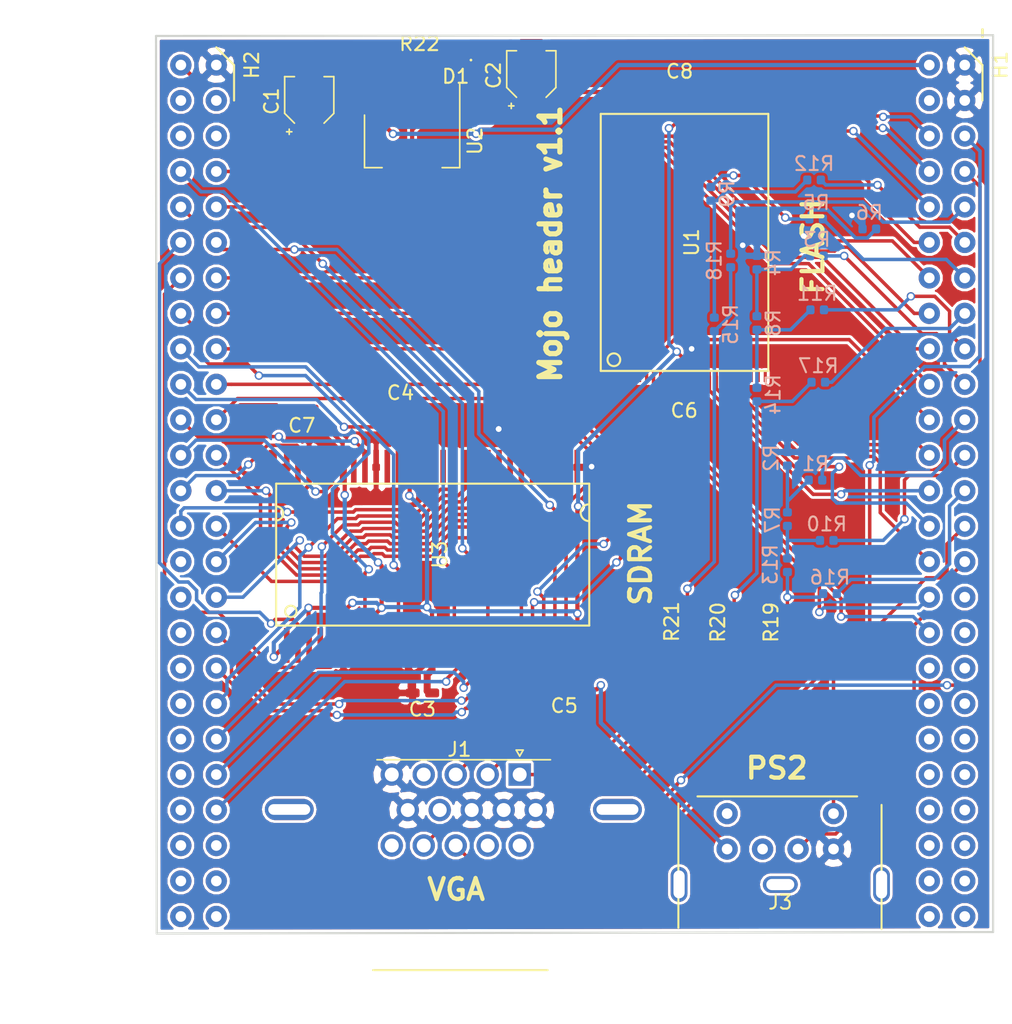
<source format=kicad_pcb>
(kicad_pcb (version 20171130) (host pcbnew 5.0.0+dfsg1-2)
  (layers (0 F.Cu signal) (31 B.Cu signal) (34 B.Paste user) (35 F.Paste user) (36 B.SilkS user) (37 F.SilkS user) (38 B.Mask user) (39 F.Mask user) (44 Edge.Cuts user))
  (net 0 "")
  (net 1 "Net-(H1-Pad36)")
  (net 2 "Net-(H1-Pad41)")
  (net 3 "Net-(H1-Pad42)")
  (net 4 3V3)
  (net 5 GND)
  (net 6 "Net-(H1-Pad38)")
  (net 7 "Net-(H1-Pad39)")
  (net 8 "Net-(H1-Pad40)")
  (net 9 "Net-(H1-Pad37)")
  (net 10 "Net-(H1-Pad28)")
  (net 11 "Net-(H1-Pad29)")
  (net 12 "Net-(H1-Pad30)")
  (net 13 "Net-(H1-Pad31)")
  (net 14 "Net-(H1-Pad32)")
  (net 15 "Net-(H1-Pad33)")
  (net 16 "Net-(H1-Pad34)")
  (net 17 "Net-(H1-Pad35)")
  (net 18 /VGA/VGA_HSYNC)
  (net 19 /VGA/VGA_VSYNC)
  (net 20 /VGA/VGA_B0)
  (net 21 /VGA/VGA_B1)
  (net 22 /VGA/VGA_B2)
  (net 23 /VGA/VGA_G0)
  (net 24 /VGA/VGA_G1)
  (net 25 /VGA/VGA_G2)
  (net 26 /VGA/VGA_R2)
  (net 27 /VGA/VGA_R1)
  (net 28 /VGA/VGA_R0)
  (net 29 /VGA/VGA_R_OUT)
  (net 30 /VGA/VGA_G_OUT)
  (net 31 /VGA/VGA_B_OUT)
  (net 32 "Net-(R1-Pad2)")
  (net 33 "Net-(R3-Pad2)")
  (net 34 "Net-(R5-Pad2)")
  (net 35 "Net-(R10-Pad2)")
  (net 36 "Net-(R11-Pad2)")
  (net 37 "Net-(R12-Pad2)")
  (net 38 "Net-(R13-Pad1)")
  (net 39 "Net-(R14-Pad1)")
  (net 40 "Net-(R15-Pad1)")
  (net 41 PS2_CLK)
  (net 42 PS2_DATA)
  (net 43 V_EXTERNAL)
  (net 44 "Net-(H2-Pad4)")
  (net 45 "Net-(H2-Pad5)")
  (net 46 "Net-(H2-Pad6)")
  (net 47 "Net-(H2-Pad7)")
  (net 48 "Net-(H2-Pad8)")
  (net 49 "Net-(H2-Pad9)")
  (net 50 "Net-(H2-Pad10)")
  (net 51 "Net-(H2-Pad11)")
  (net 52 "Net-(H2-Pad12)")
  (net 53 "Net-(H2-Pad13)")
  (net 54 "Net-(H2-Pad14)")
  (net 55 "Net-(H2-Pad15)")
  (net 56 "Net-(H2-Pad16)")
  (net 57 "Net-(H2-Pad17)")
  (net 58 "Net-(H2-Pad18)")
  (net 59 "Net-(H2-Pad19)")
  (net 60 "Net-(H2-Pad20)")
  (net 61 "Net-(H2-Pad21)")
  (net 62 "Net-(H2-Pad22)")
  (net 63 "Net-(H2-Pad29)")
  (net 64 "Net-(H2-Pad30)")
  (net 65 /DQ0)
  (net 66 /DQ1)
  (net 67 /DQ2)
  (net 68 /DQ3)
  (net 69 /DQ4)
  (net 70 /DQ5)
  (net 71 /DQ6)
  (net 72 /DQ7)
  (net 73 DQM)
  (net 74 "Net-(D1-Pad2)")
  (module Capacitor_SMD:C_0402_handSoldering (layer F.Cu) (at 141.201 118.872)
    (fp_text reference C6 (at 0 -1.17) (layer F.SilkS))
    (fp_text value C)
    (pad 1 smd roundrect (at -0.7 0) (size 1 0.64) (layers F.Cu F.Paste F.Mask) (net 4 3V3))
    (pad 2 smd roundrect (at 0.7 0) (size 1 0.64) (layers F.Cu F.Paste F.Mask) (net 5 GND))
  )
  (module Capacitor_SMD:C_0402_handSoldering (layer F.Cu) (at 113.815 117.602 180)
    (fp_text reference C7 (at 0 -1.17 180) (layer F.SilkS))
    (fp_text value C)
    (pad 1 smd roundrect (at -0.7 0 180) (size 1 0.64) (layers F.Cu F.Paste F.Mask) (net 4 3V3))
    (pad 2 smd roundrect (at 0.7 0 180) (size 1 0.64) (layers F.Cu F.Paste F.Mask) (net 5 GND))
  )
  (module Capacitor_SMD:C_0402_handSoldering (layer F.Cu) (at 120.881 117.602)
    (fp_text reference C4 (at 0 -1.17) (layer F.SilkS))
    (fp_text value C)
    (pad 1 smd roundrect (at -0.7 0) (size 1 0.64) (layers F.Cu F.Paste F.Mask) (net 4 3V3))
    (pad 2 smd roundrect (at 0.7 0) (size 1 0.64) (layers F.Cu F.Paste F.Mask) (net 5 GND))
  )
  (module Capacitor_SMD:C_0402_handSoldering (layer F.Cu) (at 122.451 137.922 180)
    (fp_text reference C3 (at 0 -1.17 180) (layer F.SilkS))
    (fp_text value C)
    (pad 1 smd roundrect (at -0.7 0 180) (size 1 0.64) (layers F.Cu F.Paste F.Mask) (net 4 3V3))
    (pad 2 smd roundrect (at 0.7 0 180) (size 1 0.64) (layers F.Cu F.Paste F.Mask) (net 5 GND))
  )
  (module Capacitor_SMD:C_0402_handSoldering (layer F.Cu) (at 132.611 137.668 180)
    (fp_text reference C5 (at 0 -1.17 180) (layer F.SilkS))
    (fp_text value C)
    (pad 1 smd roundrect (at -0.7 0 180) (size 1 0.64) (layers F.Cu F.Paste F.Mask) (net 4 3V3))
    (pad 2 smd roundrect (at 0.7 0 180) (size 1 0.64) (layers F.Cu F.Paste F.Mask) (net 5 GND))
  )
  (module Capacitor_SMD:C_0402_handSoldering (layer F.Cu) (at 140.8684 94.5896)
    (fp_text reference C8 (at 0 -1.17) (layer F.SilkS))
    (fp_text value C)
    (pad 1 smd roundrect (at -0.7 0) (size 1 0.64) (layers F.Cu F.Paste F.Mask) (net 4 3V3))
    (pad 2 smd roundrect (at 0.7 0) (size 1 0.64) (layers F.Cu F.Paste F.Mask) (net 5 GND))
  )
  (module memories:mini-DIN6 (layer F.Cu) (at 148.082 147.828 180)
    (fp_text reference J3 (at 0 -5.08 180) (layer F.SilkS))
    (fp_text value DIN-6)
    (pad 1 thru_hole circle (at -1.27 -1.27 180) (size 1.524 1.524) (drill 0.762) (layers *.Cu *.Mask) (net 42 PS2_DATA))
    (pad 3 thru_hole circle (at -3.81 -1.27 180) (size 1.524 1.524) (drill 0.762) (layers *.Cu *.Mask) (net 5 GND))
    (pad 2 thru_hole circle (at 1.27 -1.27 180) (size 1.524 1.524) (drill 0.762) (layers *.Cu *.Mask))
    (pad 4 thru_hole circle (at 3.81 -1.27 180) (size 1.524 1.524) (drill 0.762) (layers *.Cu *.Mask) (net 4 3V3))
    (pad 6 thru_hole circle (at 3.81 1.27 180) (size 1.524 1.524) (drill 0.762) (layers *.Cu *.Mask))
    (pad 5 thru_hole circle (at -3.81 1.27 180) (size 1.524 1.524) (drill 0.762) (layers *.Cu *.Mask) (net 41 PS2_CLK))
    (pad "" thru_hole oval (at 0 -3.81 180) (size 2.5 1.2) (drill oval 2 0.8) (layers *.Cu *.Mask))
    (pad "" thru_hole oval (at 7.25 -3.8 180) (size 1.2 2.5) (drill oval 0.8 2) (layers *.Cu *.Mask))
    (pad "" thru_hole oval (at -7.25 -3.81 180) (size 1.2 2.5) (drill oval 0.8 2) (layers *.Cu *.Mask))
  )
  (module Symbol:OSHW-Logo2_7.3x6mm_Copper (layer F.Cu) (at 126.5936 105.7148 90)
    (fp_text reference REF** hide)
    (fp_text value OSHW-Logo2_7.3x6mm_Copper hide)
    (fp_poly (pts (xy 0.10391 -2.757652) (xy 0.182454 -2.757222) (xy 0.239298 -2.756058) (xy 0.278105 -2.753793) (xy 0.302538 -2.75006) (xy 0.316262 -2.744494) (xy 0.32294 -2.736727) (xy 0.326236 -2.726395) (xy 0.326556 -2.725057) (xy 0.331562 -2.700921) (xy 0.340829 -2.653299) (xy 0.353392 -2.587259) (xy 0.368287 -2.507872) (xy 0.384551 -2.420204) (xy 0.385119 -2.417125) (xy 0.40141 -2.331211) (xy 0.416652 -2.255304) (xy 0.429861 -2.193955) (xy 0.440054 -2.151718) (xy 0.446248 -2.133145) (xy 0.446543 -2.132816) (xy 0.464788 -2.123747) (xy 0.502405 -2.108633) (xy 0.551271 -2.090738) (xy 0.551543 -2.090642) (xy 0.613093 -2.067507) (xy 0.685657 -2.038035) (xy 0.754057 -2.008403) (xy 0.757294 -2.006938) (xy 0.868702 -1.956374) (xy 1.115399 -2.12484) (xy 1.191077 -2.176197) (xy 1.259631 -2.222111) (xy 1.317088 -2.25997) (xy 1.359476 -2.287163) (xy 1.382825 -2.301079) (xy 1.385042 -2.302111) (xy 1.40201 -2.297516) (xy 1.433701 -2.275345) (xy 1.481352 -2.234553) (xy 1.546198 -2.174095) (xy 1.612397 -2.109773) (xy 1.676214 -2.046388) (xy 1.733329 -1.988549) (xy 1.780305 -1.939825) (xy 1.813703 -1.90379) (xy 1.830085 -1.884016) (xy 1.830694 -1.882998) (xy 1.832505 -1.869428) (xy 1.825683 -1.847267) (xy 1.80854 -1.813522) (xy 1.779393 -1.7652) (xy 1.736555 -1.699308) (xy 1.679448 -1.614483) (xy 1.628766 -1.539823) (xy 1.583461 -1.47286) (xy 1.54615 -1.417484) (xy 1.519452 -1.37758) (xy 1.505985 -1.357038) (xy 1.505137 -1.355644) (xy 1.506781 -1.335962) (xy 1.519245 -1.297707) (xy 1.540048 -1.248111) (xy 1.547462 -1.232272) (xy 1.579814 -1.16171) (xy 1.614328 -1.081647) (xy 1.642365 -1.012371) (xy 1.662568 -0.960955) (xy 1.678615 -0.921881) (xy 1.687888 -0.901459) (xy 1.689041 -0.899886) (xy 1.706096 -0.897279) (xy 1.746298 -0.890137) (xy 1.804302 -0.879477) (xy 1.874763 -0.866315) (xy 1.952335 -0.851667) (xy 2.031672 -0.836551) (xy 2.107431 -0.821982) (xy 2.174264 -0.808978) (xy 2.226828 -0.798555) (xy 2.259776 -0.79173) (xy 2.267857 -0.789801) (xy 2.276205 -0.785038) (xy 2.282506 -0.774282) (xy 2.287045 -0.753902) (xy 2.290104 -0.720266) (xy 2.291967 -0.669745) (xy 2.292918 -0.598708) (xy 2.29324 -0.503524) (xy 2.293257 -0.464508) (xy 2.293257 -0.147201) (xy 2.217057 -0.132161) (xy 2.174663 -0.124005) (xy 2.1114 -0.112101) (xy 2.034962 -0.097884) (xy 1.953043 -0.08279) (xy 1.9304 -0.078645) (xy 1.854806 -0.063947) (xy 1.788953 -0.049495) (xy 1.738366 -0.036625) (xy 1.708574 -0.026678) (xy 1.703612 -0.023713) (xy 1.691426 -0.002717) (xy 1.673953 0.037967) (xy 1.654577 0.090322) (xy 1.650734 0.1016) (xy 1.625339 0.171523) (xy 1.593817 0.250418) (xy 1.562969 0.321266) (xy 1.562817 0.321595) (xy 1.511447 0.432733) (xy 1.680399 0.681253) (xy 1.849352 0.929772) (xy 1.632429 1.147058) (xy 1.566819 1.211726) (xy 1.506979 1.268733) (xy 1.456267 1.315033) (xy 1.418046 1.347584) (xy 1.395675 1.363343) (xy 1.392466 1.364343) (xy 1.373626 1.356469) (xy 1.33518 1.334578) (xy 1.28133 1.301267) (xy 1.216276 1.259131) (xy 1.14594 1.211943) (xy 1.074555 1.16381) (xy 1.010908 1.121928) (xy 0.959041 1.088871) (xy 0.922995 1.067218) (xy 0.906867 1.059543) (xy 0.887189 1.066037) (xy 0.849875 1.08315) (xy 0.802621 1.107326) (xy 0.797612 1.110013) (xy 0.733977 1.141927) (xy 0.690341 1.157579) (xy 0.663202 1.157745) (xy 0.649057 1.143204) (xy 0.648975 1.143) (xy 0.641905 1.125779) (xy 0.625042 1.084899) (xy 0.599695 1.023525) (xy 0.567171 0.944819) (xy 0.528778 0.851947) (xy 0.485822 0.748072) (xy 0.444222 0.647502) (xy 0.398504 0.536516) (xy 0.356526 0.433703) (xy 0.319548 0.342215) (xy 0.288827 0.265201) (xy 0.265622 0.205815) (xy 0.25119 0.167209) (xy 0.246743 0.1528) (xy 0.257896 0.136272) (xy 0.287069 0.10993) (xy 0.325971 0.080887) (xy 0.436757 -0.010961) (xy 0.523351 -0.116241) (xy 0.584716 -0.232734) (xy 0.619815 -0.358224) (xy 0.627608 -0.490493) (xy 0.621943 -0.551543) (xy 0.591078 -0.678205) (xy 0.53792 -0.790059) (xy 0.465767 -0.885999) (xy 0.377917 -0.964924) (xy 0.277665 -1.02573) (xy 0.16831 -1.067313) (xy 0.053147 -1.088572) (xy -0.064525 -1.088401) (xy -0.18141 -1.065699) (xy -0.294211 -1.019362) (xy -0.399631 -0.948287) (xy -0.443632 -0.908089) (xy -0.528021 -0.804871) (xy -0.586778 -0.692075) (xy -0.620296 -0.57299) (xy -0.628965 -0.450905) (xy -0.613177 -0.329107) (xy -0.573322 -0.210884) (xy -0.509793 -0.099525) (xy -0.422979 0.001684) (xy -0.325971 0.080887) (xy -0.285563 0.111162) (xy -0.257018 0.137219) (xy -0.246743 0.152825) (xy -0.252123 0.169843) (xy -0.267425 0.2105) (xy -0.291388 0.271642) (xy -0.322756 0.350119) (xy -0.360268 0.44278) (xy -0.402667 0.546472) (xy -0.444337 0.647526) (xy -0.49031 0.758607) (xy -0.532893 0.861541) (xy -0.570779 0.953165) (xy -0.60266 1.030316) (xy -0.627229 1.089831) (xy -0.64318 1.128544) (xy -0.64909 1.143) (xy -0.663052 1.157685) (xy -0.69006 1.157642) (xy -0.733587 1.142099) (xy -0.79711 1.110284) (xy -0.797612 1.110013) (xy -0.84544 1.085323) (xy -0.884103 1.067338) (xy -0.905905 1.059614) (xy -0.906867 1.059543) (xy -0.923279 1.067378) (xy -0.959513 1.089165) (xy -1.011526 1.122328) (xy -1.075275 1.164291) (xy -1.14594 1.211943) (xy -1.217884 1.260191) (xy -1.282726 1.302151) (xy -1.336265 1.335227) (xy -1.374303 1.356821) (xy -1.392467 1.364343) (xy -1.409192 1.354457) (xy -1.44282 1.326826) (xy -1.48999 1.284495) (xy -1.547342 1.230505) (xy -1.611516 1.167899) (xy -1.632503 1.146983) (xy -1.849501 0.929623) (xy -1.684332 0.68722) (xy -1.634136 0.612781) (xy -1.590081 0.545972) (xy -1.554638 0.490665) (xy -1.530281 0.450729) (xy -1.519478 0.430036) (xy -1.519162 0.428563) (xy -1.524857 0.409058) (xy -1.540174 0.369822) (xy -1.562463 0.31743) (xy -1.578107 0.282355) (xy -1.607359 0.215201) (xy -1.634906 0.147358) (xy -1.656263 0.090034) (xy -1.662065 0.072572) (xy -1.678548 0.025938) (xy -1.69466 -0.010095) (xy -1.70351 -0.023713) (xy -1.72304 -0.032048) (xy -1.765666 -0.043863) (xy -1.825855 -0.057819) (xy -1.898078 -0.072578) (xy -1.9304 -0.078645) (xy -2.012478 -0.093727) (xy -2.091205 -0.108331) (xy -2.158891 -0.12102) (xy -2.20784 -0.130358) (xy -2.217057 -0.132161) (xy -2.293257 -0.147201) (xy -2.293257 -0.464508) (xy -2.293086 -0.568846) (xy -2.292384 -0.647787) (xy -2.290866 -0.704962) (xy -2.288251 -0.744001) (xy -2.284254 -0.768535) (xy -2.278591 -0.782195) (xy -2.27098 -0.788611) (xy -2.267857 -0.789801) (xy -2.249022 -0.79402) (xy -2.207412 -0.802438) (xy -2.14837 -0.814039) (xy -2.077243 -0.827805) (xy -1.999375 -0.84272) (xy -1.920113 -0.857768) (xy -1.844802 -0.871931) (xy -1.778787 -0.884194) (xy -1.727413 -0.893539) (xy -1.696025 -0.89895) (xy -1.689041 -0.899886) (xy -1.682715 -0.912404) (xy -1.66871 -0.945754) (xy -1.649645 -0.993623) (xy -1.642366 -1.012371) (xy -1.613004 -1.084805) (xy -1.578429 -1.16483) (xy -1.547463 -1.232272) (xy -1.524677 -1.283841) (xy -1.509518 -1.326215) (xy -1.504458 -1.352166) (xy -1.505264 -1.355644) (xy -1.515959 -1.372064) (xy -1.54038 -1.408583) (xy -1.575905 -1.461313) (xy -1.619913 -1.526365) (xy -1.669783 -1.599849) (xy -1.679644 -1.614355) (xy -1.737508 -1.700296) (xy -1.780044 -1.765739) (xy -1.808946 -1.813696) (xy -1.82591 -1.84718) (xy -1.832633 -1.869205) (xy -1.83081 -1.882783) (xy -1.830764 -1.882869) (xy -1.816414 -1.900703) (xy -1.784677 -1.935183) (xy -1.73899 -1.982732) (xy -1.682796 -2.039778) (xy -1.619532 -2.102745) (xy -1.612398 -2.109773) (xy -1.53267 -2.18698) (xy -1.471143 -2.24367) (xy -1.426579 -2.28089) (xy -1.397743 -2.299685) (xy -1.385042 -2.302111) (xy -1.366506 -2.291529) (xy -1.328039 -2.267084) (xy -1.273614 -2.231388) (xy -1.207202 -2.187053) (xy -1.132775 -2.136689) (xy -1.115399 -2.12484) (xy -0.868703 -1.956374) (xy -0.757294 -2.006938) (xy -0.689543 -2.036405) (xy -0.616817 -2.066041) (xy -0.554297 -2.08967) (xy -0.551543 -2.090642) (xy -0.50264 -2.108543) (xy -0.464943 -2.12368) (xy -0.446575 -2.13279) (xy -0.446544 -2.132816) (xy -0.440715 -2.149283) (xy -0.430808 -2.189781) (xy -0.417805 -2.249758) (xy -0.402691 -2.32466) (xy -0.386448 -2.409936) (xy -0.385119 -2.417125) (xy -0.368825 -2.504986) (xy -0.353867 -2.58474) (xy -0.341209 -2.651319) (xy -0.331814 -2.699653) (xy -0.326646 -2.724675) (xy -0.326556 -2.725057) (xy -0.323411 -2.735701) (xy -0.317296 -2.743738) (xy -0.304547 -2.749533) (xy -0.2815 -2.753453) (xy -0.244491 -2.755865) (xy -0.189856 -2.757135) (xy -0.113933 -2.757629) (xy -0.013056 -2.757714) (xy 0 -2.757714) (xy 0.10391 -2.757652)) (layer F.Cu) (width 0.01))
    (fp_poly (pts (xy 3.153595 1.966966) (xy 3.211021 2.004497) (xy 3.238719 2.038096) (xy 3.260662 2.099064) (xy 3.262405 2.147308) (xy 3.258457 2.211816) (xy 3.109686 2.276934) (xy 3.037349 2.310202) (xy 2.990084 2.336964) (xy 2.965507 2.360144) (xy 2.961237 2.382667) (xy 2.974889 2.407455) (xy 2.989943 2.423886) (xy 3.033746 2.450235) (xy 3.081389 2.452081) (xy 3.125145 2.431546) (xy 3.157289 2.390752) (xy 3.163038 2.376347) (xy 3.190576 2.331356) (xy 3.222258 2.312182) (xy 3.265714 2.295779) (xy 3.265714 2.357966) (xy 3.261872 2.400283) (xy 3.246823 2.435969) (xy 3.21528 2.476943) (xy 3.210592 2.482267) (xy 3.175506 2.51872) (xy 3.145347 2.538283) (xy 3.107615 2.547283) (xy 3.076335 2.55023) (xy 3.020385 2.550965) (xy 2.980555 2.54166) (xy 2.955708 2.527846) (xy 2.916656 2.497467) (xy 2.889625 2.464613) (xy 2.872517 2.423294) (xy 2.863238 2.367521) (xy 2.859693 2.291305) (xy 2.85941 2.252622) (xy 2.860372 2.206247) (xy 2.948007 2.206247) (xy 2.949023 2.231126) (xy 2.951556 2.2352) (xy 2.968274 2.229665) (xy 3.004249 2.215017) (xy 3.052331 2.19419) (xy 3.062386 2.189714) (xy 3.123152 2.158814) (xy 3.156632 2.131657) (xy 3.16399 2.10622) (xy 3.146391 2.080481) (xy 3.131856 2.069109) (xy 3.07941 2.046364) (xy 3.030322 2.050122) (xy 2.989227 2.077884) (xy 2.960758 2.127152) (xy 2.951631 2.166257) (xy 2.948007 2.206247) (xy 2.860372 2.206247) (xy 2.861285 2.162249) (xy 2.868196 2.095384) (xy 2.881884 2.046695) (xy 2.904096 2.010849) (xy 2.936574 1.982513) (xy 2.950733 1.973355) (xy 3.015053 1.949507) (xy 3.085473 1.948006) (xy 3.153595 1.966966)) (layer F.Cu) (width 0.01))
    (fp_poly (pts (xy 2.6526 1.958752) (xy 2.669948 1.966334) (xy 2.711356 1.999128) (xy 2.746765 2.046547) (xy 2.768664 2.097151) (xy 2.772229 2.122098) (xy 2.760279 2.156927) (xy 2.734067 2.175357) (xy 2.705964 2.186516) (xy 2.693095 2.188572) (xy 2.686829 2.173649) (xy 2.674456 2.141175) (xy 2.669028 2.126502) (xy 2.63859 2.075744) (xy 2.59452 2.050427) (xy 2.53801 2.051206) (xy 2.533825 2.052203) (xy 2.503655 2.066507) (xy 2.481476 2.094393) (xy 2.466327 2.139287) (xy 2.45725 2.204615) (xy 2.453286 2.293804) (xy 2.452914 2.341261) (xy 2.45273 2.416071) (xy 2.451522 2.467069) (xy 2.448309 2.499471) (xy 2.442109 2.518495) (xy 2.43194 2.529356) (xy 2.416819 2.537272) (xy 2.415946 2.53767) (xy 2.386828 2.549981) (xy 2.372403 2.554514) (xy 2.370186 2.540809) (xy 2.368289 2.502925) (xy 2.366847 2.445715) (xy 2.365998 2.374027) (xy 2.365829 2.321565) (xy 2.366692 2.220047) (xy 2.37007 2.143032) (xy 2.377142 2.086023) (xy 2.389088 2.044526) (xy 2.40709 2.014043) (xy 2.432327 1.99008) (xy 2.457247 1.973355) (xy 2.517171 1.951097) (xy 2.586911 1.946076) (xy 2.6526 1.958752)) (layer F.Cu) (width 0.01))
    (fp_poly (pts (xy 2.144876 1.956335) (xy 2.186667 1.975344) (xy 2.219469 1.998378) (xy 2.243503 2.024133) (xy 2.260097 2.057358) (xy 2.270577 2.1028) (xy 2.276271 2.165207) (xy 2.278507 2.249327) (xy 2.278743 2.304721) (xy 2.278743 2.520826) (xy 2.241774 2.53767) (xy 2.212656 2.549981) (xy 2.198231 2.554514) (xy 2.195472 2.541025) (xy 2.193282 2.504653) (xy 2.191942 2.451542) (xy 2.191657 2.409372) (xy 2.190434 2.348447) (xy 2.187136 2.300115) (xy 2.182321 2.270518) (xy 2.178496 2.264229) (xy 2.152783 2.270652) (xy 2.112418 2.287125) (xy 2.065679 2.309458) (xy 2.020845 2.333457) (xy 1.986193 2.35493) (xy 1.970002 2.369685) (xy 1.969938 2.369845) (xy 1.97133 2.397152) (xy 1.983818 2.423219) (xy 2.005743 2.444392) (xy 2.037743 2.451474) (xy 2.065092 2.450649) (xy 2.103826 2.450042) (xy 2.124158 2.459116) (xy 2.136369 2.483092) (xy 2.137909 2.487613) (xy 2.143203 2.521806) (xy 2.129047 2.542568) (xy 2.092148 2.552462) (xy 2.052289 2.554292) (xy 1.980562 2.540727) (xy 1.943432 2.521355) (xy 1.897576 2.475845) (xy 1.873256 2.419983) (xy 1.871073 2.360957) (xy 1.891629 2.305953) (xy 1.922549 2.271486) (xy 1.95342 2.252189) (xy 2.001942 2.227759) (xy 2.058485 2.202985) (xy 2.06791 2.199199) (xy 2.130019 2.171791) (xy 2.165822 2.147634) (xy 2.177337 2.123619) (xy 2.16658 2.096635) (xy 2.148114 2.075543) (xy 2.104469 2.049572) (xy 2.056446 2.047624) (xy 2.012406 2.067637) (xy 1.980709 2.107551) (xy 1.976549 2.117848) (xy 1.952327 2.155724) (xy 1.916965 2.183842) (xy 1.872343 2.206917) (xy 1.872343 2.141485) (xy 1.874969 2.101506) (xy 1.88623 2.069997) (xy 1.911199 2.036378) (xy 1.935169 2.010484) (xy 1.972441 1.973817) (xy 2.001401 1.954121) (xy 2.032505 1.94622) (xy 2.067713 1.944914) (xy 2.144876 1.956335)) (layer F.Cu) (width 0.01))
    (fp_poly (pts (xy 1.779833 1.958663) (xy 1.782048 1.99685) (xy 1.783784 2.054886) (xy 1.784899 2.12818) (xy 1.785257 2.205055) (xy 1.785257 2.465196) (xy 1.739326 2.511127) (xy 1.707675 2.539429) (xy 1.67989 2.550893) (xy 1.641915 2.550168) (xy 1.62684 2.548321) (xy 1.579726 2.542948) (xy 1.540756 2.539869) (xy 1.531257 2.539585) (xy 1.499233 2.541445) (xy 1.453432 2.546114) (xy 1.435674 2.548321) (xy 1.392057 2.551735) (xy 1.362745 2.54432) (xy 1.33368 2.521427) (xy 1.323188 2.511127) (xy 1.277257 2.465196) (xy 1.277257 1.978602) (xy 1.314226 1.961758) (xy 1.346059 1.949282) (xy 1.364683 1.944914) (xy 1.369458 1.958718) (xy 1.373921 1.997286) (xy 1.377775 2.056356) (xy 1.380722 2.131663) (xy 1.382143 2.195286) (xy 1.386114 2.445657) (xy 1.420759 2.450556) (xy 1.452268 2.447131) (xy 1.467708 2.436041) (xy 1.472023 2.415308) (xy 1.475708 2.371145) (xy 1.478469 2.309146) (xy 1.480012 2.234909) (xy 1.480235 2.196706) (xy 1.480457 1.976783) (xy 1.526166 1.960849) (xy 1.558518 1.950015) (xy 1.576115 1.944962) (xy 1.576623 1.944914) (xy 1.578388 1.958648) (xy 1.580329 1.99673) (xy 1.582282 2.054482) (xy 1.584084 2.127227) (xy 1.585343 2.195286) (xy 1.589314 2.445657) (xy 1.6764 2.445657) (xy 1.680396 2.21724) (xy 1.684392 1.988822) (xy 1.726847 1.966868) (xy 1.758192 1.951793) (xy 1.776744 1.944951) (xy 1.777279 1.944914) (xy 1.779833 1.958663)) (layer F.Cu) (width 0.01))
    (fp_poly (pts (xy 1.190117 2.065358) (xy 1.189933 2.173837) (xy 1.189219 2.257287) (xy 1.187675 2.319704) (xy 1.185001 2.365085) (xy 1.180894 2.397429) (xy 1.175055 2.420733) (xy 1.167182 2.438995) (xy 1.161221 2.449418) (xy 1.111855 2.505945) (xy 1.049264 2.541377) (xy 0.980013 2.55409) (xy 0.910668 2.542463) (xy 0.869375 2.521568) (xy 0.826025 2.485422) (xy 0.796481 2.441276) (xy 0.778655 2.383462) (xy 0.770463 2.306313) (xy 0.769302 2.249714) (xy 0.769458 2.245647) (xy 0.870857 2.245647) (xy 0.871476 2.31055) (xy 0.874314 2.353514) (xy 0.88084 2.381622) (xy 0.892523 2.401953) (xy 0.906483 2.417288) (xy 0.953365 2.44689) (xy 1.003701 2.449419) (xy 1.051276 2.424705) (xy 1.054979 2.421356) (xy 1.070783 2.403935) (xy 1.080693 2.383209) (xy 1.086058 2.352362) (xy 1.088228 2.304577) (xy 1.088571 2.251748) (xy 1.087827 2.185381) (xy 1.084748 2.141106) (xy 1.078061 2.112009) (xy 1.066496 2.091173) (xy 1.057013 2.080107) (xy 1.01296 2.052198) (xy 0.962224 2.048843) (xy 0.913796 2.070159) (xy 0.90445 2.078073) (xy 0.88854 2.095647) (xy 0.87861 2.116587) (xy 0.873278 2.147782) (xy 0.871163 2.196122) (xy 0.870857 2.245647) (xy 0.769458 2.245647) (xy 0.77281 2.158568) (xy 0.784726 2.090086) (xy 0.807135 2.0386) (xy 0.842124 1.998443) (xy 0.869375 1.977861) (xy 0.918907 1.955625) (xy 0.976316 1.945304) (xy 1.029682 1.948067) (xy 1.059543 1.959212) (xy 1.071261 1.962383) (xy 1.079037 1.950557) (xy 1.084465 1.918866) (xy 1.088571 1.870593) (xy 1.093067 1.816829) (xy 1.099313 1.784482) (xy 1.110676 1.765985) (xy 1.130528 1.75377) (xy 1.143 1.748362) (xy 1.190171 1.728601) (xy 1.190117 2.065358)) (layer F.Cu) (width 0.01))
    (fp_poly (pts (xy 0.529926 1.949755) (xy 0.595858 1.974084) (xy 0.649273 2.017117) (xy 0.670164 2.047409) (xy 0.692939 2.102994) (xy 0.692466 2.143186) (xy 0.668562 2.170217) (xy 0.659717 2.174813) (xy 0.62153 2.189144) (xy 0.602028 2.185472) (xy 0.595422 2.161407) (xy 0.595086 2.148114) (xy 0.582992 2.09921) (xy 0.551471 2.064999) (xy 0.507659 2.048476) (xy 0.458695 2.052634) (xy 0.418894 2.074227) (xy 0.40545 2.086544) (xy 0.395921 2.101487) (xy 0.389485 2.124075) (xy 0.385317 2.159328) (xy 0.382597 2.212266) (xy 0.380502 2.287907) (xy 0.37996 2.311857) (xy 0.377981 2.39379) (xy 0.375731 2.451455) (xy 0.372357 2.489608) (xy 0.367006 2.513004) (xy 0.358824 2.526398) (xy 0.346959 2.534545) (xy 0.339362 2.538144) (xy 0.307102 2.550452) (xy 0.288111 2.554514) (xy 0.281836 2.540948) (xy 0.278006 2.499934) (xy 0.2766 2.430999) (xy 0.277598 2.333669) (xy 0.277908 2.318657) (xy 0.280101 2.229859) (xy 0.282693 2.165019) (xy 0.286382 2.119067) (xy 0.291864 2.086935) (xy 0.299835 2.063553) (xy 0.310993 2.043852) (xy 0.31683 2.03541) (xy 0.350296 1.998057) (xy 0.387727 1.969003) (xy 0.392309 1.966467) (xy 0.459426 1.946443) (xy 0.529926 1.949755)) (layer F.Cu) (width 0.01))
    (fp_poly (pts (xy 0.039744 1.950968) (xy 0.096616 1.972087) (xy 0.097267 1.972493) (xy 0.13244 1.99838) (xy 0.158407 2.028633) (xy 0.17667 2.068058) (xy 0.188732 2.121462) (xy 0.196096 2.193651) (xy 0.200264 2.289432) (xy 0.200629 2.303078) (xy 0.205876 2.508842) (xy 0.161716 2.531678) (xy 0.129763 2.54711) (xy 0.11047 2.554423) (xy 0.109578 2.554514) (xy 0.106239 2.541022) (xy 0.103587 2.504626) (xy 0.101956 2.451452) (xy 0.1016 2.408393) (xy 0.101592 2.338641) (xy 0.098403 2.294837) (xy 0.087288 2.273944) (xy 0.063501 2.272925) (xy 0.022296 2.288741) (xy -0.039914 2.317815) (xy -0.085659 2.341963) (xy -0.109187 2.362913) (xy -0.116104 2.385747) (xy -0.116114 2.386877) (xy -0.104701 2.426212) (xy -0.070908 2.447462) (xy -0.019191 2.450539) (xy 0.018061 2.450006) (xy 0.037703 2.460735) (xy 0.049952 2.486505) (xy 0.057002 2.519337) (xy 0.046842 2.537966) (xy 0.043017 2.540632) (xy 0.007001 2.55134) (xy -0.043434 2.552856) (xy -0.095374 2.545759) (xy -0.132178 2.532788) (xy -0.183062 2.489585) (xy -0.211986 2.429446) (xy -0.217714 2.382462) (xy -0.213343 2.340082) (xy -0.197525 2.305488) (xy -0.166203 2.274763) (xy -0.115322 2.24399) (xy -0.040824 2.209252) (xy -0.036286 2.207288) (xy 0.030821 2.176287) (xy 0.072232 2.150862) (xy 0.089981 2.128014) (xy 0.086107 2.104745) (xy 0.062643 2.078056) (xy 0.055627 2.071914) (xy 0.00863 2.0481) (xy -0.040067 2.049103) (xy -0.082478 2.072451) (xy -0.110616 2.115675) (xy -0.113231 2.12416) (xy -0.138692 2.165308) (xy -0.170999 2.185128) (xy -0.217714 2.20477) (xy -0.217714 2.15395) (xy -0.203504 2.080082) (xy -0.161325 2.012327) (xy -0.139376 1.989661) (xy -0.089483 1.960569) (xy -0.026033 1.9474) (xy 0.039744 1.950968)) (layer F.Cu) (width 0.01))
    (fp_poly (pts (xy -0.624114 1.851289) (xy -0.619861 1.910613) (xy -0.614975 1.945572) (xy -0.608205 1.96082) (xy -0.598298 1.961015) (xy -0.595086 1.959195) (xy -0.552356 1.946015) (xy -0.496773 1.946785) (xy -0.440263 1.960333) (xy -0.404918 1.977861) (xy -0.368679 2.005861) (xy -0.342187 2.037549) (xy -0.324001 2.077813) (xy -0.312678 2.131543) (xy -0.306778 2.203626) (xy -0.304857 2.298951) (xy -0.304823 2.317237) (xy -0.3048 2.522646) (xy -0.350509 2.53858) (xy -0.382973 2.54942) (xy -0.400785 2.554468) (xy -0.401309 2.554514) (xy -0.403063 2.540828) (xy -0.404556 2.503076) (xy -0.405674 2.446224) (xy -0.406303 2.375234) (xy -0.4064 2.332073) (xy -0.406602 2.246973) (xy -0.407642 2.185981) (xy -0.410169 2.144177) (xy -0.414836 2.116642) (xy -0.422293 2.098456) (xy -0.433189 2.084698) (xy -0.439993 2.078073) (xy -0.486728 2.051375) (xy -0.537728 2.049375) (xy -0.583999 2.071955) (xy -0.592556 2.080107) (xy -0.605107 2.095436) (xy -0.613812 2.113618) (xy -0.619369 2.139909) (xy -0.622474 2.179562) (xy -0.623824 2.237832) (xy -0.624114 2.318173) (xy -0.624114 2.522646) (xy -0.669823 2.53858) (xy -0.702287 2.54942) (xy -0.720099 2.554468) (xy -0.720623 2.554514) (xy -0.721963 2.540623) (xy -0.723172 2.501439) (xy -0.724199 2.4407) (xy -0.724998 2.362141) (xy -0.725519 2.269498) (xy -0.725714 2.166509) (xy -0.725714 1.769342) (xy -0.678543 1.749444) (xy -0.631371 1.729547) (xy -0.624114 1.851289)) (layer F.Cu) (width 0.01))
    (fp_poly (pts (xy -1.831697 1.931239) (xy -1.774473 1.969735) (xy -1.730251 2.025335) (xy -1.703833 2.096086) (xy -1.69849 2.148162) (xy -1.699097 2.169893) (xy -1.704178 2.186531) (xy -1.718145 2.201437) (xy -1.745411 2.217973) (xy -1.790388 2.239498) (xy -1.857489 2.269374) (xy -1.857829 2.269524) (xy -1.919593 2.297813) (xy -1.970241 2.322933) (xy -2.004596 2.342179) (xy -2.017482 2.352848) (xy -2.017486 2.352934) (xy -2.006128 2.376166) (xy -1.979569 2.401774) (xy -1.949077 2.420221) (xy -1.93363 2.423886) (xy -1.891485 2.411212) (xy -1.855192 2.379471) (xy -1.837483 2.344572) (xy -1.820448 2.318845) (xy -1.787078 2.289546) (xy -1.747851 2.264235) (xy -1.713244 2.250471) (xy -1.706007 2.249714) (xy -1.697861 2.26216) (xy -1.69737 2.293972) (xy -1.703357 2.336866) (xy -1.714643 2.382558) (xy -1.73005 2.422761) (xy -1.730829 2.424322) (xy -1.777196 2.489062) (xy -1.837289 2.533097) (xy -1.905535 2.554711) (xy -1.976362 2.552185) (xy -2.044196 2.523804) (xy -2.047212 2.521808) (xy -2.100573 2.473448) (xy -2.13566 2.410352) (xy -2.155078 2.327387) (xy -2.157684 2.304078) (xy -2.162299 2.194055) (xy -2.156767 2.142748) (xy -2.017486 2.142748) (xy -2.015676 2.174753) (xy -2.005778 2.184093) (xy -1.981102 2.177105) (xy -1.942205 2.160587) (xy -1.898725 2.139881) (xy -1.897644 2.139333) (xy -1.860791 2.119949) (xy -1.846 2.107013) (xy -1.849647 2.093451) (xy -1.865005 2.075632) (xy -1.904077 2.049845) (xy -1.946154 2.04795) (xy -1.983897 2.066717) (xy -2.009966 2.102915) (xy -2.017486 2.142748) (xy -2.156767 2.142748) (xy -2.152806 2.106027) (xy -2.12845 2.036212) (xy -2.094544 1.987302) (xy -2.033347 1.937878) (xy -1.965937 1.913359) (xy -1.89712 1.911797) (xy -1.831697 1.931239)) (layer F.Cu) (width 0.01))
    (fp_poly (pts (xy -2.958885 1.921962) (xy -2.890855 1.957733) (xy -2.840649 2.015301) (xy -2.822815 2.052312) (xy -2.808937 2.107882) (xy -2.801833 2.178096) (xy -2.80116 2.254727) (xy -2.806573 2.329552) (xy -2.81773 2.394342) (xy -2.834286 2.440873) (xy -2.839374 2.448887) (xy -2.899645 2.508707) (xy -2.971231 2.544535) (xy -3.048908 2.55502) (xy -3.127452 2.53881) (xy -3.149311 2.529092) (xy -3.191878 2.499143) (xy -3.229237 2.459433) (xy -3.232768 2.454397) (xy -3.247119 2.430124) (xy -3.256606 2.404178) (xy -3.26221 2.370022) (xy -3.264914 2.321119) (xy -3.265701 2.250935) (xy -3.265714 2.2352) (xy -3.265678 2.230192) (xy -3.120571 2.230192) (xy -3.119727 2.29643) (xy -3.116404 2.340386) (xy -3.109417 2.368779) (xy -3.097584 2.388325) (xy -3.091543 2.394857) (xy -3.056814 2.41968) (xy -3.023097 2.418548) (xy -2.989005 2.397016) (xy -2.968671 2.374029) (xy -2.956629 2.340478) (xy -2.949866 2.287569) (xy -2.949402 2.281399) (xy -2.948248 2.185513) (xy -2.960312 2.114299) (xy -2.98543 2.068194) (xy -3.02344 2.047635) (xy -3.037008 2.046514) (xy -3.072636 2.052152) (xy -3.097006 2.071686) (xy -3.111907 2.109042) (xy -3.119125 2.16815) (xy -3.120571 2.230192) (xy -3.265678 2.230192) (xy -3.265174 2.160413) (xy -3.262904 2.108159) (xy -3.257932 2.071949) (xy -3.249287 2.045299) (xy -3.235995 2.021722) (xy -3.233057 2.017338) (xy -3.183687 1.958249) (xy -3.129891 1.923947) (xy -3.064398 1.910331) (xy -3.042158 1.909665) (xy -2.958885 1.921962)) (layer F.Cu) (width 0.01))
    (fp_poly (pts (xy -1.283907 1.92778) (xy -1.237328 1.954723) (xy -1.204943 1.981466) (xy -1.181258 2.009484) (xy -1.164941 2.043748) (xy -1.154661 2.089227) (xy -1.149086 2.150892) (xy -1.146884 2.233711) (xy -1.146629 2.293246) (xy -1.146629 2.512391) (xy -1.208314 2.540044) (xy -1.27 2.567697) (xy -1.277257 2.32767) (xy -1.280256 2.238028) (xy -1.283402 2.172962) (xy -1.287299 2.128026) (xy -1.292553 2.09877) (xy -1.299769 2.080748) (xy -1.30955 2.069511) (xy -1.312688 2.067079) (xy -1.360239 2.048083) (xy -1.408303 2.0556) (xy -1.436914 2.075543) (xy -1.448553 2.089675) (xy -1.456609 2.10822) (xy -1.461729 2.136334) (xy -1.464559 2.179173) (xy -1.465744 2.241895) (xy -1.465943 2.307261) (xy -1.465982 2.389268) (xy -1.467386 2.447316) (xy -1.472086 2.486465) (xy -1.482013 2.51178) (xy -1.499097 2.528323) (xy -1.525268 2.541156) (xy -1.560225 2.554491) (xy -1.598404 2.569007) (xy -1.593859 2.311389) (xy -1.592029 2.218519) (xy -1.589888 2.149889) (xy -1.586819 2.100711) (xy -1.582206 2.066198) (xy -1.575432 2.041562) (xy -1.565881 2.022016) (xy -1.554366 2.00477) (xy -1.49881 1.94968) (xy -1.43102 1.917822) (xy -1.357287 1.910191) (xy -1.283907 1.92778)) (layer F.Cu) (width 0.01))
    (fp_poly (pts (xy -2.400256 1.919918) (xy -2.344799 1.947568) (xy -2.295852 1.99848) (xy -2.282371 2.017338) (xy -2.267686 2.042015) (xy -2.258158 2.068816) (xy -2.252707 2.104587) (xy -2.250253 2.156169) (xy -2.249714 2.224267) (xy -2.252148 2.317588) (xy -2.260606 2.387657) (xy -2.276826 2.439931) (xy -2.302546 2.479869) (xy -2.339503 2.512929) (xy -2.342218 2.514886) (xy -2.37864 2.534908) (xy -2.422498 2.544815) (xy -2.478276 2.547257) (xy -2.568952 2.547257) (xy -2.56899 2.635283) (xy -2.569834 2.684308) (xy -2.574976 2.713065) (xy -2.588413 2.730311) (xy -2.614142 2.744808) (xy -2.620321 2.747769) (xy -2.649236 2.761648) (xy -2.671624 2.770414) (xy -2.688271 2.771171) (xy -2.699964 2.761023) (xy -2.70749 2.737073) (xy -2.711634 2.696426) (xy -2.713185 2.636186) (xy -2.712929 2.553455) (xy -2.711651 2.445339) (xy -2.711252 2.413) (xy -2.709815 2.301524) (xy -2.708528 2.228603) (xy -2.569029 2.228603) (xy -2.568245 2.290499) (xy -2.56476 2.330997) (xy -2.556876 2.357708) (xy -2.542895 2.378244) (xy -2.533403 2.38826) (xy -2.494596 2.417567) (xy -2.460237 2.419952) (xy -2.424784 2.39575) (xy -2.423886 2.394857) (xy -2.409461 2.376153) (xy -2.400687 2.350732) (xy -2.396261 2.311584) (xy -2.394882 2.251697) (xy -2.394857 2.23843) (xy -2.398188 2.155901) (xy -2.409031 2.098691) (xy -2.42866 2.063766) (xy -2.45835 2.048094) (xy -2.475509 2.046514) (xy -2.516234 2.053926) (xy -2.544168 2.07833) (xy -2.560983 2.12298) (xy -2.56835 2.19113) (xy -2.569029 2.228603) (xy -2.708528 2.228603) (xy -2.708292 2.215245) (xy -2.706323 2.150333) (xy -2.70355 2.102958) (xy -2.699612 2.06929) (xy -2.694151 2.045498) (xy -2.686808 2.027753) (xy -2.677223 2.012224) (xy -2.673113 2.006381) (xy -2.618595 1.951185) (xy -2.549664 1.91989) (xy -2.469928 1.911165) (xy -2.400256 1.919918)) (layer F.Cu) (width 0.01))
  )
  (module memories:NAND512 (layer F.Cu) (at 141.224 105.664 90)
    (fp_text reference U1 (at 0 0.51 90) (layer F.SilkS))
    (fp_text value NAND512)
    (pad 1 smd rect (at -9.6 -5.72 90) (size 0.8 0.22) (layers F.Cu F.Paste F.Mask))
    (pad 2 smd rect (at -9.6 -5.22 90) (size 0.8 0.22) (layers F.Cu F.Paste F.Mask))
    (pad 3 smd rect (at -9.6 -4.72 90) (size 0.8 0.22) (layers F.Cu F.Paste F.Mask))
    (pad 4 smd rect (at -9.6 -4.22 90) (size 0.8 0.22) (layers F.Cu F.Paste F.Mask))
    (pad 5 smd rect (at -9.6 -3.72 90) (size 0.8 0.22) (layers F.Cu F.Paste F.Mask))
    (pad 6 smd rect (at -9.6 -3.22 90) (size 0.8 0.22) (layers F.Cu F.Paste F.Mask))
    (pad 7 smd rect (at -9.6 -2.72 90) (size 0.8 0.22) (layers F.Cu F.Paste F.Mask) (net 1 "Net-(H1-Pad36)"))
    (pad 8 smd rect (at -9.6 -2.22 90) (size 0.8 0.22) (layers F.Cu F.Paste F.Mask) (net 2 "Net-(H1-Pad41)"))
    (pad 9 smd rect (at -9.6 -1.72 90) (size 0.8 0.22) (layers F.Cu F.Paste F.Mask) (net 3 "Net-(H1-Pad42)"))
    (pad 10 smd rect (at -9.6 -1.22 90) (size 0.8 0.22) (layers F.Cu F.Paste F.Mask))
    (pad 11 smd rect (at -9.6 -0.72 90) (size 0.8 0.22) (layers F.Cu F.Paste F.Mask))
    (pad 12 smd rect (at -9.6 -0.22 90) (size 0.8 0.22) (layers F.Cu F.Paste F.Mask) (net 4 3V3))
    (pad 13 smd rect (at -9.6 0.28 90) (size 0.8 0.22) (layers F.Cu F.Paste F.Mask) (net 5 GND))
    (pad 14 smd rect (at -9.6 0.78 90) (size 0.8 0.22) (layers F.Cu F.Paste F.Mask))
    (pad 15 smd rect (at -9.6 1.28 90) (size 0.8 0.22) (layers F.Cu F.Paste F.Mask))
    (pad 16 smd rect (at -9.6 1.78 90) (size 0.8 0.22) (layers F.Cu F.Paste F.Mask) (net 6 "Net-(H1-Pad38)"))
    (pad 17 smd rect (at -9.6 2.28 90) (size 0.8 0.22) (layers F.Cu F.Paste F.Mask) (net 7 "Net-(H1-Pad39)"))
    (pad 18 smd rect (at -9.6 2.78 90) (size 0.8 0.22) (layers F.Cu F.Paste F.Mask) (net 8 "Net-(H1-Pad40)"))
    (pad 19 smd rect (at -9.6 3.28 90) (size 0.8 0.22) (layers F.Cu F.Paste F.Mask) (net 9 "Net-(H1-Pad37)"))
    (pad 20 smd rect (at -9.6 3.78 90) (size 0.8 0.22) (layers F.Cu F.Paste F.Mask))
    (pad 21 smd rect (at -9.6 4.28 90) (size 0.8 0.22) (layers F.Cu F.Paste F.Mask))
    (pad 22 smd rect (at -9.6 4.78 90) (size 0.8 0.22) (layers F.Cu F.Paste F.Mask))
    (pad 23 smd rect (at -9.6 5.28 90) (size 0.8 0.22) (layers F.Cu F.Paste F.Mask))
    (pad 24 smd rect (at -9.6 5.78 90) (size 0.8 0.22) (layers F.Cu F.Paste F.Mask))
    (pad 25 smd rect (at 9.6 5.78 90) (size 0.8 0.22) (layers F.Cu F.Paste F.Mask))
    (pad 26 smd rect (at 9.6 5.28 90) (size 0.8 0.22) (layers F.Cu F.Paste F.Mask))
    (pad 27 smd rect (at 9.6 4.78 90) (size 0.8 0.22) (layers F.Cu F.Paste F.Mask))
    (pad 28 smd rect (at 9.6 4.28 90) (size 0.8 0.22) (layers F.Cu F.Paste F.Mask))
    (pad 29 smd rect (at 9.6 3.78 90) (size 0.8 0.22) (layers F.Cu F.Paste F.Mask) (net 10 "Net-(H1-Pad28)"))
    (pad 30 smd rect (at 9.6 3.28 90) (size 0.8 0.22) (layers F.Cu F.Paste F.Mask) (net 11 "Net-(H1-Pad29)"))
    (pad 31 smd rect (at 9.6 2.78 90) (size 0.8 0.22) (layers F.Cu F.Paste F.Mask) (net 12 "Net-(H1-Pad30)"))
    (pad 32 smd rect (at 9.6 2.28 90) (size 0.8 0.22) (layers F.Cu F.Paste F.Mask) (net 13 "Net-(H1-Pad31)"))
    (pad 33 smd rect (at 9.6 1.78 90) (size 0.8 0.22) (layers F.Cu F.Paste F.Mask))
    (pad 34 smd rect (at 9.6 1.28 90) (size 0.8 0.22) (layers F.Cu F.Paste F.Mask))
    (pad 35 smd rect (at 9.6 0.78 90) (size 0.8 0.22) (layers F.Cu F.Paste F.Mask))
    (pad 36 smd rect (at 9.6 0.28 90) (size 0.8 0.22) (layers F.Cu F.Paste F.Mask) (net 5 GND))
    (pad 37 smd rect (at 9.6 -0.22 90) (size 0.8 0.22) (layers F.Cu F.Paste F.Mask) (net 4 3V3))
    (pad 38 smd rect (at 9.6 -0.72 90) (size 0.8 0.22) (layers F.Cu F.Paste F.Mask))
    (pad 39 smd rect (at 9.6 -1.22 90) (size 0.8 0.22) (layers F.Cu F.Paste F.Mask))
    (pad 40 smd rect (at 9.6 -1.72 90) (size 0.8 0.22) (layers F.Cu F.Paste F.Mask))
    (pad 41 smd rect (at 9.6 -2.22 90) (size 0.8 0.22) (layers F.Cu F.Paste F.Mask) (net 14 "Net-(H1-Pad32)"))
    (pad 42 smd rect (at 9.6 -2.72 90) (size 0.8 0.22) (layers F.Cu F.Paste F.Mask) (net 15 "Net-(H1-Pad33)"))
    (pad 43 smd rect (at 9.6 -3.22 90) (size 0.8 0.22) (layers F.Cu F.Paste F.Mask) (net 16 "Net-(H1-Pad34)"))
    (pad 44 smd rect (at 9.6 -3.72 90) (size 0.8 0.22) (layers F.Cu F.Paste F.Mask) (net 17 "Net-(H1-Pad35)"))
    (pad 45 smd rect (at 9.6 -4.22 90) (size 0.8 0.22) (layers F.Cu F.Paste F.Mask))
    (pad 46 smd rect (at 9.6 -4.72 90) (size 0.8 0.22) (layers F.Cu F.Paste F.Mask))
    (pad 47 smd rect (at 9.6 -5.22 90) (size 0.8 0.22) (layers F.Cu F.Paste F.Mask))
    (pad 48 smd rect (at 9.6 -5.72 90) (size 0.8 0.22) (layers F.Cu F.Paste F.Mask))
  )
  (module memories:mojo_header (layer F.Cu) (at 146.05 100.584)
    (fp_text reference H1 (at 17.78 -7.62 90) (layer F.SilkS))
    (fp_text value Header)
    (pad 1 thru_hole circle (at 15.24 -7.62) (size 1.524 1.524) (drill 0.762) (layers *.Cu *.Mask) (net 5 GND))
    (pad 2 thru_hole circle (at 15.24 -5.08) (size 1.524 1.524) (drill 0.762) (layers *.Cu *.Mask) (net 5 GND))
    (pad 3 thru_hole circle (at 15.24 -2.54) (size 1.524 1.524) (drill 0.762) (layers *.Cu *.Mask) (net 18 /VGA/VGA_HSYNC))
    (pad 4 thru_hole circle (at 15.24 0) (size 1.524 1.524) (drill 0.762) (layers *.Cu *.Mask) (net 19 /VGA/VGA_VSYNC))
    (pad 5 thru_hole circle (at 15.24 2.54) (size 1.524 1.524) (drill 0.762) (layers *.Cu *.Mask) (net 20 /VGA/VGA_B0))
    (pad 6 thru_hole circle (at 15.24 5.08) (size 1.524 1.524) (drill 0.762) (layers *.Cu *.Mask) (net 21 /VGA/VGA_B1))
    (pad 7 thru_hole circle (at 15.24 7.62) (size 1.524 1.524) (drill 0.762) (layers *.Cu *.Mask) (net 22 /VGA/VGA_B2))
    (pad 8 thru_hole circle (at 15.24 10.16) (size 1.524 1.524) (drill 0.762) (layers *.Cu *.Mask) (net 23 /VGA/VGA_G0))
    (pad 9 thru_hole circle (at 15.24 12.7) (size 1.524 1.524) (drill 0.762) (layers *.Cu *.Mask) (net 24 /VGA/VGA_G1))
    (pad 10 thru_hole circle (at 15.24 15.24) (size 1.524 1.524) (drill 0.762) (layers *.Cu *.Mask) (net 25 /VGA/VGA_G2))
    (pad 11 thru_hole circle (at 15.24 17.78) (size 1.524 1.524) (drill 0.762) (layers *.Cu *.Mask) (net 26 /VGA/VGA_R2))
    (pad 12 thru_hole circle (at 15.24 20.32) (size 1.524 1.524) (drill 0.762) (layers *.Cu *.Mask) (net 27 /VGA/VGA_R1))
    (pad 13 thru_hole circle (at 15.24 22.86) (size 1.524 1.524) (drill 0.762) (layers *.Cu *.Mask) (net 28 /VGA/VGA_R0))
    (pad 14 thru_hole circle (at 15.24 25.4) (size 1.524 1.524) (drill 0.762) (layers *.Cu *.Mask) (net 41 PS2_CLK))
    (pad 15 thru_hole circle (at 15.24 27.94) (size 1.524 1.524) (drill 0.762) (layers *.Cu *.Mask) (net 42 PS2_DATA))
    (pad 16 thru_hole circle (at 15.24 30.48) (size 1.524 1.524) (drill 0.762) (layers *.Cu *.Mask))
    (pad 17 thru_hole circle (at 15.24 33.02) (size 1.524 1.524) (drill 0.762) (layers *.Cu *.Mask))
    (pad 18 thru_hole circle (at 15.24 35.56) (size 1.524 1.524) (drill 0.762) (layers *.Cu *.Mask))
    (pad 19 thru_hole circle (at 15.24 38.1) (size 1.524 1.524) (drill 0.762) (layers *.Cu *.Mask))
    (pad 20 thru_hole circle (at 15.24 40.64) (size 1.524 1.524) (drill 0.762) (layers *.Cu *.Mask))
    (pad 21 thru_hole circle (at 15.24 43.18) (size 1.524 1.524) (drill 0.762) (layers *.Cu *.Mask))
    (pad 22 thru_hole circle (at 15.24 45.72) (size 1.524 1.524) (drill 0.762) (layers *.Cu *.Mask))
    (pad 23 thru_hole circle (at 15.24 48.26) (size 1.524 1.524) (drill 0.762) (layers *.Cu *.Mask))
    (pad 24 thru_hole circle (at 15.24 50.8) (size 1.524 1.524) (drill 0.762) (layers *.Cu *.Mask))
    (pad 25 thru_hole circle (at 15.24 53.34) (size 1.524 1.524) (drill 0.762) (layers *.Cu *.Mask))
    (pad 26 thru_hole circle (at 12.7 -7.62) (size 1.524 1.524) (drill 0.762) (layers *.Cu *.Mask) (net 43 V_EXTERNAL))
    (pad 27 thru_hole circle (at 12.7 -5.08) (size 1.524 1.524) (drill 0.762) (layers *.Cu *.Mask))
    (pad 28 thru_hole circle (at 12.7 -2.54) (size 1.524 1.524) (drill 0.762) (layers *.Cu *.Mask) (net 10 "Net-(H1-Pad28)"))
    (pad 29 thru_hole circle (at 12.7 0) (size 1.524 1.524) (drill 0.762) (layers *.Cu *.Mask) (net 11 "Net-(H1-Pad29)"))
    (pad 30 thru_hole circle (at 12.7 2.54) (size 1.524 1.524) (drill 0.762) (layers *.Cu *.Mask) (net 12 "Net-(H1-Pad30)"))
    (pad 31 thru_hole circle (at 12.7 5.08) (size 1.524 1.524) (drill 0.762) (layers *.Cu *.Mask) (net 13 "Net-(H1-Pad31)"))
    (pad 32 thru_hole circle (at 12.7 7.62) (size 1.524 1.524) (drill 0.762) (layers *.Cu *.Mask) (net 14 "Net-(H1-Pad32)"))
    (pad 33 thru_hole circle (at 12.7 10.16) (size 1.524 1.524) (drill 0.762) (layers *.Cu *.Mask) (net 15 "Net-(H1-Pad33)"))
    (pad 34 thru_hole circle (at 12.7 12.7) (size 1.524 1.524) (drill 0.762) (layers *.Cu *.Mask) (net 16 "Net-(H1-Pad34)"))
    (pad 35 thru_hole circle (at 12.7 15.24) (size 1.524 1.524) (drill 0.762) (layers *.Cu *.Mask) (net 17 "Net-(H1-Pad35)"))
    (pad 36 thru_hole circle (at 12.7 17.78) (size 1.524 1.524) (drill 0.762) (layers *.Cu *.Mask) (net 1 "Net-(H1-Pad36)"))
    (pad 37 thru_hole circle (at 12.7 20.32) (size 1.524 1.524) (drill 0.762) (layers *.Cu *.Mask) (net 9 "Net-(H1-Pad37)"))
    (pad 38 thru_hole circle (at 12.7 22.86) (size 1.524 1.524) (drill 0.762) (layers *.Cu *.Mask) (net 6 "Net-(H1-Pad38)"))
    (pad 39 thru_hole circle (at 12.7 25.4) (size 1.524 1.524) (drill 0.762) (layers *.Cu *.Mask) (net 7 "Net-(H1-Pad39)"))
    (pad 40 thru_hole circle (at 12.7 27.94) (size 1.524 1.524) (drill 0.762) (layers *.Cu *.Mask) (net 8 "Net-(H1-Pad40)"))
    (pad 41 thru_hole circle (at 12.7 30.48) (size 1.524 1.524) (drill 0.762) (layers *.Cu *.Mask) (net 2 "Net-(H1-Pad41)"))
    (pad 42 thru_hole circle (at 12.7 33.02) (size 1.524 1.524) (drill 0.762) (layers *.Cu *.Mask) (net 3 "Net-(H1-Pad42)"))
    (pad 43 thru_hole circle (at 12.7 35.56) (size 1.524 1.524) (drill 0.762) (layers *.Cu *.Mask))
    (pad 44 thru_hole circle (at 12.7 38.1) (size 1.524 1.524) (drill 0.762) (layers *.Cu *.Mask))
    (pad 45 thru_hole circle (at 12.7 40.64) (size 1.524 1.524) (drill 0.762) (layers *.Cu *.Mask))
    (pad 46 thru_hole circle (at 12.7 43.18) (size 1.524 1.524) (drill 0.762) (layers *.Cu *.Mask))
    (pad 47 thru_hole circle (at 12.7 45.72) (size 1.524 1.524) (drill 0.762) (layers *.Cu *.Mask))
    (pad 48 thru_hole circle (at 12.7 48.26) (size 1.524 1.524) (drill 0.762) (layers *.Cu *.Mask))
    (pad 49 thru_hole circle (at 12.7 50.8) (size 1.524 1.524) (drill 0.762) (layers *.Cu *.Mask))
    (pad 50 thru_hole circle (at 12.7 53.34) (size 1.524 1.524) (drill 0.762) (layers *.Cu *.Mask))
  )
  (module Resistor_SMD:R_0402_1005Metric (layer B.Cu) (at 150.599 122.682 180)
    (fp_text reference R1 (at 0 1.17 180) (layer B.SilkS) (effects (justify mirror)))
    (fp_text value 560)
    (pad 2 smd roundrect (at 0.485 0 180) (size 0.59 0.64) (layers B.Cu B.Paste B.Mask) (net 32 "Net-(R1-Pad2)"))
    (pad 1 smd roundrect (at -0.485 0 180) (size 0.59 0.64) (layers B.Cu B.Paste B.Mask) (net 26 /VGA/VGA_R2))
  )
  (module Resistor_SMD:R_0402_1005Metric (layer B.Cu) (at 148.59 121.158 90)
    (fp_text reference R2 (at 0.0508 -1.1684 90) (layer B.SilkS) (effects (justify mirror)))
    (fp_text value 560)
    (pad 1 smd roundrect (at -0.485 0 90) (size 0.59 0.64) (layers B.Cu B.Paste B.Mask) (net 32 "Net-(R1-Pad2)"))
    (pad 2 smd roundrect (at 0.485 0 90) (size 0.59 0.64) (layers B.Cu B.Paste B.Mask) (net 5 GND))
  )
  (module Resistor_SMD:R_0402_1005Metric (layer B.Cu) (at 150.6958 106.6292 180)
    (fp_text reference R3 (at 0 1.17 180) (layer B.SilkS) (effects (justify mirror)))
    (fp_text value 560)
    (pad 1 smd roundrect (at -0.485 0 180) (size 0.59 0.64) (layers B.Cu B.Paste B.Mask) (net 25 /VGA/VGA_G2))
    (pad 2 smd roundrect (at 0.485 0 180) (size 0.59 0.64) (layers B.Cu B.Paste B.Mask) (net 33 "Net-(R3-Pad2)"))
  )
  (module Resistor_SMD:R_0402_1005Metric (layer B.Cu) (at 146.4056 107.1094 90)
    (fp_text reference R4 (at 0 1.17 90) (layer B.SilkS) (effects (justify mirror)))
    (fp_text value 560)
    (pad 2 smd roundrect (at 0.485 0 90) (size 0.59 0.64) (layers B.Cu B.Paste B.Mask) (net 5 GND))
    (pad 1 smd roundrect (at -0.485 0 90) (size 0.59 0.64) (layers B.Cu B.Paste B.Mask) (net 33 "Net-(R3-Pad2)"))
  )
  (module Resistor_SMD:R_0402_1005Metric (layer B.Cu) (at 150.645 103.9876 180)
    (fp_text reference R5 (at 0 1.17) (layer B.SilkS) (effects (justify mirror)))
    (fp_text value 560)
    (pad 1 smd roundrect (at -0.485 0 180) (size 0.59 0.64) (layers B.Cu B.Paste B.Mask) (net 22 /VGA/VGA_B2))
    (pad 2 smd roundrect (at 0.485 0 180) (size 0.59 0.64) (layers B.Cu B.Paste B.Mask) (net 34 "Net-(R5-Pad2)"))
  )
  (module Resistor_SMD:R_0402_1005Metric (layer B.Cu) (at 154.455 104.6988 180)
    (fp_text reference R6 (at 0 1.17 180) (layer B.SilkS) (effects (justify mirror)))
    (fp_text value 560)
    (pad 2 smd roundrect (at 0.485 0 180) (size 0.59 0.64) (layers B.Cu B.Paste B.Mask) (net 5 GND))
    (pad 1 smd roundrect (at -0.485 0 180) (size 0.59 0.64) (layers B.Cu B.Paste B.Mask) (net 34 "Net-(R5-Pad2)"))
  )
  (module Resistor_SMD:R_0402_1005Metric (layer B.Cu) (at 148.59 125.476 90)
    (fp_text reference R7 (at -0.0508 -1.0668 90) (layer B.SilkS) (effects (justify mirror)))
    (fp_text value 270)
    (pad 1 smd roundrect (at -0.485 0 90) (size 0.59 0.64) (layers B.Cu B.Paste B.Mask) (net 35 "Net-(R10-Pad2)"))
    (pad 2 smd roundrect (at 0.485 0 90) (size 0.59 0.64) (layers B.Cu B.Paste B.Mask) (net 32 "Net-(R1-Pad2)"))
  )
  (module Resistor_SMD:R_0402_1005Metric (layer B.Cu) (at 146.4056 111.4322 90)
    (fp_text reference R8 (at 0 1.17 90) (layer B.SilkS) (effects (justify mirror)))
    (fp_text value 270)
    (pad 1 smd roundrect (at -0.485 0 90) (size 0.59 0.64) (layers B.Cu B.Paste B.Mask) (net 36 "Net-(R11-Pad2)"))
    (pad 2 smd roundrect (at 0.485 0 90) (size 0.59 0.64) (layers B.Cu B.Paste B.Mask) (net 33 "Net-(R3-Pad2)"))
  )
  (module Resistor_SMD:R_0402_1005Metric (layer B.Cu) (at 143.1036 102.1866 90)
    (fp_text reference R9 (at 0 1.17 90) (layer B.SilkS) (effects (justify mirror)))
    (fp_text value 270)
    (pad 2 smd roundrect (at 0.485 0 90) (size 0.59 0.64) (layers B.Cu B.Paste B.Mask) (net 34 "Net-(R5-Pad2)"))
    (pad 1 smd roundrect (at -0.485 0 90) (size 0.59 0.64) (layers B.Cu B.Paste B.Mask) (net 37 "Net-(R12-Pad2)"))
  )
  (module Resistor_SMD:R_0402_1005Metric (layer B.Cu) (at 151.407 127 180)
    (fp_text reference R10 (at 0 1.17 180) (layer B.SilkS) (effects (justify mirror)))
    (fp_text value 560)
    (pad 2 smd roundrect (at 0.485 0 180) (size 0.59 0.64) (layers B.Cu B.Paste B.Mask) (net 35 "Net-(R10-Pad2)"))
    (pad 1 smd roundrect (at -0.485 0 180) (size 0.59 0.64) (layers B.Cu B.Paste B.Mask) (net 27 /VGA/VGA_R1))
  )
  (module Resistor_SMD:R_0402_1005Metric (layer B.Cu) (at 150.7236 110.49 180)
    (fp_text reference R11 (at 0 1.17 180) (layer B.SilkS) (effects (justify mirror)))
    (fp_text value 560)
    (pad 2 smd roundrect (at 0.485 0 180) (size 0.59 0.64) (layers B.Cu B.Paste B.Mask) (net 36 "Net-(R11-Pad2)"))
    (pad 1 smd roundrect (at -0.485 0 180) (size 0.59 0.64) (layers B.Cu B.Paste B.Mask) (net 24 /VGA/VGA_G1))
  )
  (module Resistor_SMD:R_0402_1005Metric (layer B.Cu) (at 150.4974 101.1936 180)
    (fp_text reference R12 (at 0 1.17) (layer B.SilkS) (effects (justify mirror)))
    (fp_text value 560)
    (pad 1 smd roundrect (at -0.485 0 180) (size 0.59 0.64) (layers B.Cu B.Paste B.Mask) (net 21 /VGA/VGA_B1))
    (pad 2 smd roundrect (at 0.485 0 180) (size 0.59 0.64) (layers B.Cu B.Paste B.Mask) (net 37 "Net-(R12-Pad2)"))
  )
  (module Resistor_SMD:R_0402_1005Metric (layer B.Cu) (at 148.59 128.778 90)
    (fp_text reference R13 (at 0.0508 -1.2192 90) (layer B.SilkS) (effects (justify mirror)))
    (fp_text value 270)
    (pad 1 smd roundrect (at -0.485 0 90) (size 0.59 0.64) (layers B.Cu B.Paste B.Mask) (net 38 "Net-(R13-Pad1)"))
    (pad 2 smd roundrect (at 0.485 0 90) (size 0.59 0.64) (layers B.Cu B.Paste B.Mask) (net 35 "Net-(R10-Pad2)"))
  )
  (module Resistor_SMD:R_0402_1005Metric (layer B.Cu) (at 146.4056 116.5582 90)
    (fp_text reference R14 (at 0 1.17 90) (layer B.SilkS) (effects (justify mirror)))
    (fp_text value 270)
    (pad 1 smd roundrect (at -0.485 0 90) (size 0.59 0.64) (layers B.Cu B.Paste B.Mask) (net 39 "Net-(R14-Pad1)"))
    (pad 2 smd roundrect (at 0.485 0 90) (size 0.59 0.64) (layers B.Cu B.Paste B.Mask) (net 36 "Net-(R11-Pad2)"))
  )
  (module Resistor_SMD:R_0402_1005Metric (layer B.Cu) (at 143.3576 111.5338 90)
    (fp_text reference R15 (at 0 1.17 90) (layer B.SilkS) (effects (justify mirror)))
    (fp_text value 270)
    (pad 2 smd roundrect (at 0.485 0 90) (size 0.59 0.64) (layers B.Cu B.Paste B.Mask) (net 37 "Net-(R12-Pad2)"))
    (pad 1 smd roundrect (at -0.485 0 90) (size 0.59 0.64) (layers B.Cu B.Paste B.Mask) (net 40 "Net-(R15-Pad1)"))
  )
  (module Resistor_SMD:R_0402_1005Metric (layer B.Cu) (at 151.638 130.81 180)
    (fp_text reference R16 (at 0 1.17 180) (layer B.SilkS) (effects (justify mirror)))
    (fp_text value 560)
    (pad 1 smd roundrect (at -0.485 0 180) (size 0.59 0.64) (layers B.Cu B.Paste B.Mask) (net 28 /VGA/VGA_R0))
    (pad 2 smd roundrect (at 0.485 0 180) (size 0.59 0.64) (layers B.Cu B.Paste B.Mask) (net 38 "Net-(R13-Pad1)"))
  )
  (module Resistor_SMD:R_0402_1005Metric (layer B.Cu) (at 150.8022 115.6716 180)
    (fp_text reference R17 (at 0 1.17 180) (layer B.SilkS) (effects (justify mirror)))
    (fp_text value 560)
    (pad 1 smd roundrect (at -0.485 0 180) (size 0.59 0.64) (layers B.Cu B.Paste B.Mask) (net 23 /VGA/VGA_G0))
    (pad 2 smd roundrect (at 0.485 0 180) (size 0.59 0.64) (layers B.Cu B.Paste B.Mask) (net 39 "Net-(R14-Pad1)"))
  )
  (module Resistor_SMD:R_0402_1005Metric (layer B.Cu) (at 144.526 106.957 270)
    (fp_text reference R18 (at 0 1.17 270) (layer B.SilkS) (effects (justify mirror)))
    (fp_text value 560)
    (pad 2 smd roundrect (at 0.485 0 270) (size 0.59 0.64) (layers B.Cu B.Paste B.Mask) (net 40 "Net-(R15-Pad1)"))
    (pad 1 smd roundrect (at -0.485 0 270) (size 0.59 0.64) (layers B.Cu B.Paste B.Mask) (net 20 /VGA/VGA_B0))
  )
  (module Resistor_SMD:R_0402_1005Metric (layer F.Cu) (at 148.59 132.865 90)
    (fp_text reference R19 (at 0 -1.17 90) (layer F.SilkS))
    (fp_text value 0)
    (pad 2 smd roundrect (at 0.485 0 90) (size 0.59 0.64) (layers F.Cu F.Paste F.Mask) (net 38 "Net-(R13-Pad1)"))
    (pad 1 smd roundrect (at -0.485 0 90) (size 0.59 0.64) (layers F.Cu F.Paste F.Mask) (net 29 /VGA/VGA_R_OUT))
  )
  (module Resistor_SMD:R_0402_1005Metric (layer F.Cu) (at 144.78 132.865 90)
    (fp_text reference R20 (at 0 -1.17 90) (layer F.SilkS))
    (fp_text value 0)
    (pad 2 smd roundrect (at 0.485 0 90) (size 0.59 0.64) (layers F.Cu F.Paste F.Mask) (net 39 "Net-(R14-Pad1)"))
    (pad 1 smd roundrect (at -0.485 0 90) (size 0.59 0.64) (layers F.Cu F.Paste F.Mask) (net 30 /VGA/VGA_G_OUT))
  )
  (module Resistor_SMD:R_0402_1005Metric (layer F.Cu) (at 141.478 132.819 90)
    (fp_text reference R21 (at 0 -1.17 90) (layer F.SilkS))
    (fp_text value 0)
    (pad 1 smd roundrect (at -0.485 0 90) (size 0.59 0.64) (layers F.Cu F.Paste F.Mask) (net 31 /VGA/VGA_B_OUT))
    (pad 2 smd roundrect (at 0.485 0 90) (size 0.59 0.64) (layers F.Cu F.Paste F.Mask) (net 40 "Net-(R15-Pad1)"))
  )
  (module memories:mojo_header (layer F.Cu) (at 92.456 100.584)
    (fp_text reference H2 (at 17.78 -7.62 90) (layer F.SilkS))
    (fp_text value mojo_header_lower)
    (pad 1 thru_hole circle (at 15.24 -7.62) (size 1.524 1.524) (drill 0.762) (layers *.Cu *.Mask) (net 5 GND))
    (pad 2 thru_hole circle (at 15.24 -5.08) (size 1.524 1.524) (drill 0.762) (layers *.Cu *.Mask))
    (pad 3 thru_hole circle (at 15.24 -2.54) (size 1.524 1.524) (drill 0.762) (layers *.Cu *.Mask))
    (pad 4 thru_hole circle (at 15.24 0) (size 1.524 1.524) (drill 0.762) (layers *.Cu *.Mask) (net 44 "Net-(H2-Pad4)"))
    (pad 5 thru_hole circle (at 15.24 2.54) (size 1.524 1.524) (drill 0.762) (layers *.Cu *.Mask) (net 45 "Net-(H2-Pad5)"))
    (pad 6 thru_hole circle (at 15.24 5.08) (size 1.524 1.524) (drill 0.762) (layers *.Cu *.Mask) (net 46 "Net-(H2-Pad6)"))
    (pad 7 thru_hole circle (at 15.24 7.62) (size 1.524 1.524) (drill 0.762) (layers *.Cu *.Mask) (net 47 "Net-(H2-Pad7)"))
    (pad 8 thru_hole circle (at 15.24 10.16) (size 1.524 1.524) (drill 0.762) (layers *.Cu *.Mask) (net 48 "Net-(H2-Pad8)"))
    (pad 9 thru_hole circle (at 15.24 12.7) (size 1.524 1.524) (drill 0.762) (layers *.Cu *.Mask) (net 49 "Net-(H2-Pad9)"))
    (pad 10 thru_hole circle (at 15.24 15.24) (size 1.524 1.524) (drill 0.762) (layers *.Cu *.Mask) (net 50 "Net-(H2-Pad10)"))
    (pad 11 thru_hole circle (at 15.24 17.78) (size 1.524 1.524) (drill 0.762) (layers *.Cu *.Mask) (net 51 "Net-(H2-Pad11)"))
    (pad 12 thru_hole circle (at 15.24 20.32) (size 1.524 1.524) (drill 0.762) (layers *.Cu *.Mask) (net 52 "Net-(H2-Pad12)"))
    (pad 13 thru_hole circle (at 15.24 22.86) (size 1.524 1.524) (drill 0.762) (layers *.Cu *.Mask) (net 53 "Net-(H2-Pad13)"))
    (pad 14 thru_hole circle (at 15.24 25.4) (size 1.524 1.524) (drill 0.762) (layers *.Cu *.Mask) (net 54 "Net-(H2-Pad14)"))
    (pad 15 thru_hole circle (at 15.24 27.94) (size 1.524 1.524) (drill 0.762) (layers *.Cu *.Mask) (net 55 "Net-(H2-Pad15)"))
    (pad 16 thru_hole circle (at 15.24 30.48) (size 1.524 1.524) (drill 0.762) (layers *.Cu *.Mask) (net 56 "Net-(H2-Pad16)"))
    (pad 17 thru_hole circle (at 15.24 33.02) (size 1.524 1.524) (drill 0.762) (layers *.Cu *.Mask) (net 57 "Net-(H2-Pad17)"))
    (pad 18 thru_hole circle (at 15.24 35.56) (size 1.524 1.524) (drill 0.762) (layers *.Cu *.Mask) (net 58 "Net-(H2-Pad18)"))
    (pad 19 thru_hole circle (at 15.24 38.1) (size 1.524 1.524) (drill 0.762) (layers *.Cu *.Mask) (net 59 "Net-(H2-Pad19)"))
    (pad 20 thru_hole circle (at 15.24 40.64) (size 1.524 1.524) (drill 0.762) (layers *.Cu *.Mask) (net 60 "Net-(H2-Pad20)"))
    (pad 21 thru_hole circle (at 15.24 43.18) (size 1.524 1.524) (drill 0.762) (layers *.Cu *.Mask) (net 61 "Net-(H2-Pad21)"))
    (pad 22 thru_hole circle (at 15.24 45.72) (size 1.524 1.524) (drill 0.762) (layers *.Cu *.Mask) (net 62 "Net-(H2-Pad22)"))
    (pad 23 thru_hole circle (at 15.24 48.26) (size 1.524 1.524) (drill 0.762) (layers *.Cu *.Mask))
    (pad 24 thru_hole circle (at 15.24 50.8) (size 1.524 1.524) (drill 0.762) (layers *.Cu *.Mask))
    (pad 25 thru_hole circle (at 15.24 53.34) (size 1.524 1.524) (drill 0.762) (layers *.Cu *.Mask))
    (pad 26 thru_hole circle (at 12.7 -7.62) (size 1.524 1.524) (drill 0.762) (layers *.Cu *.Mask) (net 43 V_EXTERNAL))
    (pad 27 thru_hole circle (at 12.7 -5.08) (size 1.524 1.524) (drill 0.762) (layers *.Cu *.Mask))
    (pad 28 thru_hole circle (at 12.7 -2.54) (size 1.524 1.524) (drill 0.762) (layers *.Cu *.Mask))
    (pad 29 thru_hole circle (at 12.7 0) (size 1.524 1.524) (drill 0.762) (layers *.Cu *.Mask) (net 63 "Net-(H2-Pad29)"))
    (pad 30 thru_hole circle (at 12.7 2.54) (size 1.524 1.524) (drill 0.762) (layers *.Cu *.Mask) (net 64 "Net-(H2-Pad30)"))
    (pad 31 thru_hole circle (at 12.7 5.08) (size 1.524 1.524) (drill 0.762) (layers *.Cu *.Mask) (net 65 /DQ0))
    (pad 32 thru_hole circle (at 12.7 7.62) (size 1.524 1.524) (drill 0.762) (layers *.Cu *.Mask) (net 66 /DQ1))
    (pad 33 thru_hole circle (at 12.7 10.16) (size 1.524 1.524) (drill 0.762) (layers *.Cu *.Mask) (net 67 /DQ2))
    (pad 34 thru_hole circle (at 12.7 12.7) (size 1.524 1.524) (drill 0.762) (layers *.Cu *.Mask) (net 68 /DQ3))
    (pad 35 thru_hole circle (at 12.7 15.24) (size 1.524 1.524) (drill 0.762) (layers *.Cu *.Mask) (net 69 /DQ4))
    (pad 36 thru_hole circle (at 12.7 17.78) (size 1.524 1.524) (drill 0.762) (layers *.Cu *.Mask) (net 70 /DQ5))
    (pad 37 thru_hole circle (at 12.7 20.32) (size 1.524 1.524) (drill 0.762) (layers *.Cu *.Mask) (net 71 /DQ6))
    (pad 38 thru_hole circle (at 12.7 22.86) (size 1.524 1.524) (drill 0.762) (layers *.Cu *.Mask) (net 72 /DQ7))
    (pad 39 thru_hole circle (at 12.7 25.4) (size 1.524 1.524) (drill 0.762) (layers *.Cu *.Mask) (net 73 DQM))
    (pad 40 thru_hole circle (at 12.7 27.94) (size 1.524 1.524) (drill 0.762) (layers *.Cu *.Mask))
    (pad 41 thru_hole circle (at 12.7 30.48) (size 1.524 1.524) (drill 0.762) (layers *.Cu *.Mask))
    (pad 42 thru_hole circle (at 12.7 33.02) (size 1.524 1.524) (drill 0.762) (layers *.Cu *.Mask))
    (pad 43 thru_hole circle (at 12.7 35.56) (size 1.524 1.524) (drill 0.762) (layers *.Cu *.Mask))
    (pad 44 thru_hole circle (at 12.7 38.1) (size 1.524 1.524) (drill 0.762) (layers *.Cu *.Mask))
    (pad 45 thru_hole circle (at 12.7 40.64) (size 1.524 1.524) (drill 0.762) (layers *.Cu *.Mask))
    (pad 46 thru_hole circle (at 12.7 43.18) (size 1.524 1.524) (drill 0.762) (layers *.Cu *.Mask))
    (pad 47 thru_hole circle (at 12.7 45.72) (size 1.524 1.524) (drill 0.762) (layers *.Cu *.Mask))
    (pad 48 thru_hole circle (at 12.7 48.26) (size 1.524 1.524) (drill 0.762) (layers *.Cu *.Mask))
    (pad 49 thru_hole circle (at 12.7 50.8) (size 1.524 1.524) (drill 0.762) (layers *.Cu *.Mask))
    (pad 50 thru_hole circle (at 12.7 53.34) (size 1.524 1.524) (drill 0.762) (layers *.Cu *.Mask))
  )
  (module memories:TSOP_54 (layer F.Cu) (at 123.19 128.016 90)
    (fp_text reference U3 (at 0 0.5 90) (layer F.SilkS))
    (fp_text value MT48LC32M8A2)
    (pad 1 smd rect (at -6.5 -10.45 90) (size 2.5 0.4) (layers F.Cu F.Paste F.Mask) (net 4 3V3))
    (pad 2 smd rect (at -6.5 -9.65 90) (size 2.5 0.4) (layers F.Cu F.Paste F.Mask) (net 65 /DQ0))
    (pad 3 smd rect (at -6.5 -8.85 90) (size 2.5 0.4) (layers F.Cu F.Paste F.Mask) (net 4 3V3))
    (pad 4 smd rect (at -6.5 -8.05 90) (size 2.5 0.4) (layers F.Cu F.Paste F.Mask))
    (pad 5 smd rect (at -6.5 -7.25 90) (size 2.5 0.4) (layers F.Cu F.Paste F.Mask) (net 66 /DQ1))
    (pad 6 smd rect (at -6.5 -6.45 90) (size 2.5 0.4) (layers F.Cu F.Paste F.Mask) (net 5 GND))
    (pad 7 smd rect (at -6.5 -5.65 90) (size 2.5 0.4) (layers F.Cu F.Paste F.Mask))
    (pad 8 smd rect (at -6.5 -4.85 90) (size 2.5 0.4) (layers F.Cu F.Paste F.Mask) (net 67 /DQ2))
    (pad 9 smd rect (at -6.5 -4.05 90) (size 2.5 0.4) (layers F.Cu F.Paste F.Mask) (net 4 3V3))
    (pad 10 smd rect (at -6.5 -3.25 90) (size 2.5 0.4) (layers F.Cu F.Paste F.Mask))
    (pad 11 smd rect (at -6.5 -2.45 90) (size 2.5 0.4) (layers F.Cu F.Paste F.Mask) (net 68 /DQ3))
    (pad 12 smd rect (at -6.5 -1.65 90) (size 2.5 0.4) (layers F.Cu F.Paste F.Mask) (net 5 GND))
    (pad 13 smd rect (at -6.5 -0.85 90) (size 2.5 0.4) (layers F.Cu F.Paste F.Mask))
    (pad 14 smd rect (at -6.5 -0.05 90) (size 2.5 0.4) (layers F.Cu F.Paste F.Mask) (net 4 3V3))
    (pad 15 smd rect (at -6.5 0.75 90) (size 2.5 0.4) (layers F.Cu F.Paste F.Mask))
    (pad 16 smd rect (at -6.5 1.55 90) (size 2.5 0.4) (layers F.Cu F.Paste F.Mask) (net 63 "Net-(H2-Pad29)"))
    (pad 17 smd rect (at -6.5 2.35 90) (size 2.5 0.4) (layers F.Cu F.Paste F.Mask) (net 62 "Net-(H2-Pad22)"))
    (pad 18 smd rect (at -6.5 3.15 90) (size 2.5 0.4) (layers F.Cu F.Paste F.Mask) (net 61 "Net-(H2-Pad21)"))
    (pad 19 smd rect (at -6.5 3.95 90) (size 2.5 0.4) (layers F.Cu F.Paste F.Mask) (net 64 "Net-(H2-Pad30)"))
    (pad 20 smd rect (at -6.5 4.75 90) (size 2.5 0.4) (layers F.Cu F.Paste F.Mask) (net 57 "Net-(H2-Pad17)"))
    (pad 21 smd rect (at -6.5 5.55 90) (size 2.5 0.4) (layers F.Cu F.Paste F.Mask) (net 58 "Net-(H2-Pad18)"))
    (pad 22 smd rect (at -6.5 6.35 90) (size 2.5 0.4) (layers F.Cu F.Paste F.Mask) (net 54 "Net-(H2-Pad14)"))
    (pad 23 smd rect (at -6.5 7.15 90) (size 2.5 0.4) (layers F.Cu F.Paste F.Mask) (net 44 "Net-(H2-Pad4)"))
    (pad 24 smd rect (at -6.5 7.95 90) (size 2.5 0.4) (layers F.Cu F.Paste F.Mask) (net 45 "Net-(H2-Pad5)"))
    (pad 25 smd rect (at -6.5 8.75 90) (size 2.5 0.4) (layers F.Cu F.Paste F.Mask) (net 46 "Net-(H2-Pad6)"))
    (pad 26 smd rect (at -6.5 9.55 90) (size 2.5 0.4) (layers F.Cu F.Paste F.Mask) (net 47 "Net-(H2-Pad7)"))
    (pad 27 smd rect (at -6.5 10.35 90) (size 2.5 0.4) (layers F.Cu F.Paste F.Mask) (net 4 3V3))
    (pad 28 smd rect (at 6.25 10.35 90) (size 2.5 0.4) (layers F.Cu F.Paste F.Mask) (net 5 GND))
    (pad 29 smd rect (at 6.25 9.55 90) (size 2.5 0.4) (layers F.Cu F.Paste F.Mask) (net 48 "Net-(H2-Pad8)"))
    (pad 30 smd rect (at 6.25 8.75 90) (size 2.5 0.4) (layers F.Cu F.Paste F.Mask) (net 49 "Net-(H2-Pad9)"))
    (pad 31 smd rect (at 6.25 7.95 90) (size 2.5 0.4) (layers F.Cu F.Paste F.Mask) (net 50 "Net-(H2-Pad10)"))
    (pad 32 smd rect (at 6.25 7.15 90) (size 2.5 0.4) (layers F.Cu F.Paste F.Mask) (net 51 "Net-(H2-Pad11)"))
    (pad 33 smd rect (at 6.25 6.35 90) (size 2.5 0.4) (layers F.Cu F.Paste F.Mask) (net 52 "Net-(H2-Pad12)"))
    (pad 34 smd rect (at 6.25 5.55 90) (size 2.5 0.4) (layers F.Cu F.Paste F.Mask) (net 53 "Net-(H2-Pad13)"))
    (pad 35 smd rect (at 6.25 4.75 90) (size 2.5 0.4) (layers F.Cu F.Paste F.Mask) (net 55 "Net-(H2-Pad15)"))
    (pad 36 smd rect (at 6.25 3.95 90) (size 2.5 0.4) (layers F.Cu F.Paste F.Mask) (net 56 "Net-(H2-Pad16)"))
    (pad 37 smd rect (at 6.25 3.15 90) (size 2.5 0.4) (layers F.Cu F.Paste F.Mask) (net 60 "Net-(H2-Pad20)"))
    (pad 38 smd rect (at 6.25 2.35 90) (size 2.5 0.4) (layers F.Cu F.Paste F.Mask) (net 59 "Net-(H2-Pad19)"))
    (pad 39 smd rect (at 6.25 1.55 90) (size 2.5 0.4) (layers F.Cu F.Paste F.Mask) (net 73 DQM))
    (pad 40 smd rect (at 6.25 0.75 90) (size 2.5 0.4) (layers F.Cu F.Paste F.Mask))
    (pad 41 smd rect (at 6.25 -0.05 90) (size 2.5 0.4) (layers F.Cu F.Paste F.Mask) (net 5 GND))
    (pad 42 smd rect (at 6.25 -0.85 90) (size 2.5 0.4) (layers F.Cu F.Paste F.Mask))
    (pad 43 smd rect (at 6.25 -1.65 90) (size 2.5 0.4) (layers F.Cu F.Paste F.Mask) (net 4 3V3))
    (pad 44 smd rect (at 6.25 -2.45 90) (size 2.5 0.4) (layers F.Cu F.Paste F.Mask) (net 69 /DQ4))
    (pad 45 smd rect (at 6.25 -3.25 90) (size 2.5 0.4) (layers F.Cu F.Paste F.Mask))
    (pad 46 smd rect (at 6.25 -4.05 90) (size 2.5 0.4) (layers F.Cu F.Paste F.Mask) (net 5 GND))
    (pad 47 smd rect (at 6.25 -4.85 90) (size 2.5 0.4) (layers F.Cu F.Paste F.Mask) (net 70 /DQ5))
    (pad 48 smd rect (at 6.25 -5.65 90) (size 2.5 0.4) (layers F.Cu F.Paste F.Mask))
    (pad 49 smd rect (at 6.25 -6.45 90) (size 2.5 0.4) (layers F.Cu F.Paste F.Mask) (net 4 3V3))
    (pad 50 smd rect (at 6.25 -7.25 90) (size 2.5 0.4) (layers F.Cu F.Paste F.Mask) (net 71 /DQ6))
    (pad 51 smd rect (at 6.25 -8.05 90) (size 2.5 0.4) (layers F.Cu F.Paste F.Mask))
    (pad 52 smd rect (at 6.25 -8.85 90) (size 2.5 0.4) (layers F.Cu F.Paste F.Mask) (net 5 GND))
    (pad 53 smd rect (at 6.25 -9.65 90) (size 2.5 0.4) (layers F.Cu F.Paste F.Mask) (net 72 /DQ7))
    (pad 54 smd rect (at 6.25 -10.45 90) (size 2.5 0.4) (layers F.Cu F.Paste F.Mask) (net 5 GND))
  )
  (module Capacitor_SMD:CP_Elec_3x5.3 (layer F.Cu) (at 114.3508 95.5548 90)
    (fp_text reference C1 (at 0 -2.7 90) (layer F.SilkS))
    (fp_text value CP1)
    (pad 2 smd rect (at 1.5 0 90) (size 2.2 1.6) (layers F.Cu F.Paste F.Mask) (net 5 GND))
    (pad 1 smd rect (at -1.5 0 90) (size 2.2 1.6) (layers F.Cu F.Paste F.Mask) (net 43 V_EXTERNAL))
  )
  (module Capacitor_SMD:CP_Elec_3x5.3 (layer F.Cu) (at 130.2512 93.702 90)
    (fp_text reference C2 (at 0 -2.7 90) (layer F.SilkS))
    (fp_text value CP1)
    (pad 1 smd rect (at -1.5 0 90) (size 2.2 1.6) (layers F.Cu F.Paste F.Mask) (net 4 3V3))
    (pad 2 smd rect (at 1.5 0 90) (size 2.2 1.6) (layers F.Cu F.Paste F.Mask) (net 5 GND))
  )
  (module memories:DSUB-15-HD_Female (layer F.Cu) (at 129.419 143.764)
    (fp_text reference J1 (at -4.315 -1.8) (layer F.SilkS))
    (fp_text value DB15_Female_HighDensity)
    (pad 1 thru_hole rect (at 0 0) (size 1.6 1.6) (drill 1) (layers *.Cu *.Mask) (net 29 /VGA/VGA_R_OUT))
    (pad 2 thru_hole circle (at -2.29 0) (size 1.6 1.6) (drill 1) (layers *.Cu *.Mask) (net 30 /VGA/VGA_G_OUT))
    (pad 3 thru_hole circle (at -4.58 0) (size 1.6 1.6) (drill 1) (layers *.Cu *.Mask) (net 31 /VGA/VGA_B_OUT))
    (pad 4 thru_hole circle (at -6.87 0) (size 1.6 1.6) (drill 1) (layers *.Cu *.Mask))
    (pad 5 thru_hole circle (at -9.16 0) (size 1.6 1.6) (drill 1) (layers *.Cu *.Mask) (net 5 GND))
    (pad 6 thru_hole circle (at 1.145 2.54) (size 1.6 1.6) (drill 1) (layers *.Cu *.Mask) (net 5 GND))
    (pad 7 thru_hole circle (at -1.145 2.54) (size 1.6 1.6) (drill 1) (layers *.Cu *.Mask) (net 5 GND))
    (pad 8 thru_hole circle (at -3.435 2.54) (size 1.6 1.6) (drill 1) (layers *.Cu *.Mask) (net 5 GND))
    (pad 9 thru_hole circle (at -5.725 2.54) (size 1.6 1.6) (drill 1) (layers *.Cu *.Mask))
    (pad 10 thru_hole circle (at -8.015 2.54) (size 1.6 1.6) (drill 1) (layers *.Cu *.Mask) (net 5 GND))
    (pad 11 thru_hole circle (at 0 5.08) (size 1.6 1.6) (drill 1) (layers *.Cu *.Mask))
    (pad 12 thru_hole circle (at -2.29 5.08) (size 1.6 1.6) (drill 1) (layers *.Cu *.Mask))
    (pad 13 thru_hole circle (at -4.58 5.08) (size 1.6 1.6) (drill 1) (layers *.Cu *.Mask) (net 18 /VGA/VGA_HSYNC))
    (pad 14 thru_hole circle (at -6.87 5.08) (size 1.6 1.6) (drill 1) (layers *.Cu *.Mask) (net 19 /VGA/VGA_VSYNC))
    (pad 15 thru_hole circle (at -9.16 5.08) (size 1.6 1.6) (drill 1) (layers *.Cu *.Mask))
    (pad "" thru_hole oval (at 7 2.5) (size 3.5 1.524) (drill oval 3 0.762) (layers *.Cu *.Mask))
    (pad "" thru_hole oval (at -16.5 2.5) (size 3.5 1.524) (drill oval 3 0.762) (layers *.Cu *.Mask))
  )
  (module LED_SMD:LED_0402_1005Metric (layer F.Cu) (at 124.8386 92.6084 180)
    (fp_text reference D1 (at 0 -1.17 180) (layer F.SilkS))
    (fp_text value LED)
    (pad 1 smd roundrect (at -0.485 0 180) (size 0.59 0.64) (layers F.Cu F.Paste F.Mask) (net 5 GND))
    (pad 2 smd roundrect (at 0.485 0 180) (size 0.59 0.64) (layers F.Cu F.Paste F.Mask) (net 74 "Net-(D1-Pad2)"))
  )
  (module Package_TO_SOT_SMD:SOT-223 (layer F.Cu) (at 121.7168 98.4 270)
    (fp_text reference U2 (at 0 -4.5 270) (layer F.SilkS))
    (fp_text value AMS1117-3V3)
    (pad 4 smd rect (at 3.15 0 270) (size 2 3.8) (layers F.Cu F.Paste F.Mask) (net 4 3V3))
    (pad 2 smd rect (at -3.15 0 270) (size 2 1.5) (layers F.Cu F.Paste F.Mask) (net 4 3V3))
    (pad 3 smd rect (at -3.15 2.3 270) (size 2 1.5) (layers F.Cu F.Paste F.Mask) (net 43 V_EXTERNAL))
    (pad 1 smd rect (at -3.15 -2.3 270) (size 2 1.5) (layers F.Cu F.Paste F.Mask) (net 5 GND))
  )
  (module Resistor_SMD:R_0402_1005Metric (layer F.Cu) (at 122.2478 92.6084)
    (fp_text reference R22 (at 0 -1.17) (layer F.SilkS))
    (fp_text value R)
    (pad 1 smd roundrect (at -0.485 0) (size 0.59 0.64) (layers F.Cu F.Paste F.Mask) (net 4 3V3))
    (pad 2 smd roundrect (at 0.485 0) (size 0.59 0.64) (layers F.Cu F.Paste F.Mask) (net 74 "Net-(D1-Pad2)"))
  )
  (gr_text "Mojo header v1.1" (at 131.6228 105.7656 90) (layer F.SilkS) (effects (font (size 1.5 1.5) (thickness 0.375))))
  (gr_text PS2 (at 147.828 143.3068) (layer F.SilkS) (effects (font (size 1.5 1.5) (thickness 0.3))))
  (gr_text "VGA\n" (at 124.8664 151.9936) (layer F.SilkS) (effects (font (size 1.5 1.5) (thickness 0.3))))
  (gr_text SDRAM (at 138.0744 127.9144 90) (layer F.SilkS) (effects (font (size 1.5 1.5) (thickness 0.3))))
  (gr_text FLASH (at 150.4188 105.9688 90) (layer F.SilkS) (effects (font (size 1.5 1.5) (thickness 0.3))))
  (gr_line (start 103.4288 155.1432) (end 103.378 90.8812) (layer Edge.Cuts) (width 0.15))
  (gr_line (start 163.322 155.0416) (end 103.4288 155.1432) (layer Edge.Cuts) (width 0.15))
  (gr_line (start 163.322 90.8304) (end 163.322 155.0416) (layer Edge.Cuts) (width 0.15))
  (gr_line (start 103.378 90.8812) (end 163.322 90.8304) (layer Edge.Cuts) (width 0.15))
  (gr_line (start 162.56 90.932) (end 162.56 90.424) (layer F.SilkS) (width 0.2))
  (segment (start 138.504 114.614) (end 140.4944 112.6236) (width 0.25) (layer F.Cu) (net 1))
  (segment (start 138.504 115.264) (end 138.504 114.614) (width 0.25) (layer F.Cu) (net 1))
  (segment (start 140.4944 112.6236) (end 153.0096 112.6236) (width 0.25) (layer F.Cu) (net 1))
  (segment (start 153.0096 112.6236) (end 158.75 118.364) (width 0.25) (layer F.Cu) (net 1))
  (via (at 150.876 132.1308) (size 0.6) (drill 0.4) (layers F.Cu B.Cu) (net 2))
  (segment (start 157.988001 131.825999) (end 158.75 131.064) (width 0.25) (layer B.Cu) (net 2))
  (segment (start 151.175999 131.830801) (end 157.983199 131.830801) (width 0.25) (layer B.Cu) (net 2))
  (segment (start 150.876 132.1308) (end 151.175999 131.830801) (width 0.25) (layer B.Cu) (net 2))
  (segment (start 157.983199 131.830801) (end 157.988001 131.825999) (width 0.25) (layer B.Cu) (net 2))
  (segment (start 140.591822 119.967021) (end 150.876 130.2512) (width 0.25) (layer F.Cu) (net 2))
  (segment (start 139.915123 119.967021) (end 140.591822 119.967021) (width 0.25) (layer F.Cu) (net 2))
  (segment (start 139.2428 119.294698) (end 139.915123 119.967021) (width 0.25) (layer F.Cu) (net 2))
  (segment (start 150.876 131.706536) (end 150.876 132.1308) (width 0.25) (layer F.Cu) (net 2))
  (segment (start 139.2428 115.950689) (end 139.2428 119.294698) (width 0.25) (layer F.Cu) (net 2))
  (segment (start 139.004 115.711889) (end 139.2428 115.950689) (width 0.25) (layer F.Cu) (net 2))
  (segment (start 139.004 115.264) (end 139.004 115.711889) (width 0.25) (layer F.Cu) (net 2))
  (segment (start 150.876 130.2512) (end 150.876 131.706536) (width 0.25) (layer F.Cu) (net 2))
  (segment (start 152.859654 132.455811) (end 152.43539 132.455811) (width 0.25) (layer B.Cu) (net 3))
  (segment (start 157.601811 132.455811) (end 152.859654 132.455811) (width 0.25) (layer B.Cu) (net 3))
  (segment (start 158.75 133.604) (end 157.601811 132.455811) (width 0.25) (layer B.Cu) (net 3))
  (via (at 152.43539 132.455811) (size 0.6) (drill 0.4) (layers F.Cu B.Cu) (net 3))
  (segment (start 140.030812 119.51701) (end 140.778221 119.51701) (width 0.25) (layer F.Cu) (net 3))
  (segment (start 139.642811 119.129009) (end 140.030812 119.51701) (width 0.25) (layer F.Cu) (net 3))
  (segment (start 152.43539 132.031547) (end 152.43539 132.455811) (width 0.25) (layer F.Cu) (net 3))
  (segment (start 139.504 115.646189) (end 139.642811 115.785) (width 0.25) (layer F.Cu) (net 3))
  (segment (start 152.43539 131.174179) (end 152.43539 132.031547) (width 0.25) (layer F.Cu) (net 3))
  (segment (start 139.504 115.264) (end 139.504 115.646189) (width 0.25) (layer F.Cu) (net 3))
  (segment (start 139.642811 115.785) (end 139.642811 119.129009) (width 0.25) (layer F.Cu) (net 3))
  (segment (start 140.778221 119.51701) (end 152.43539 131.174179) (width 0.25) (layer F.Cu) (net 3))
  (segment (start 133.54 137.224) (end 133.096 137.668) (width 0.5) (layer F.Cu) (net 4))
  (segment (start 133.54 134.516) (end 133.54 137.224) (width 0.5) (layer F.Cu) (net 4))
  (segment (start 120.396 117.797008) (end 120.396 117.602) (width 0.5) (layer F.Cu) (net 4))
  (segment (start 121.54 118.941008) (end 120.396 117.797008) (width 0.5) (layer F.Cu) (net 4))
  (segment (start 121.54 121.766) (end 121.54 118.941008) (width 0.5) (layer F.Cu) (net 4))
  (segment (start 141.004 115.964) (end 141.004 115.264) (width 0.3) (layer F.Cu) (net 4))
  (segment (start 141.004 118.164) (end 141.004 115.964) (width 0.3) (layer F.Cu) (net 4))
  (segment (start 140.716 118.452) (end 141.004 118.164) (width 0.3) (layer F.Cu) (net 4))
  (segment (start 140.716 118.872) (end 140.716 118.452) (width 0.3) (layer F.Cu) (net 4))
  (segment (start 116.74 120.042) (end 114.3 117.602) (width 0.3) (layer F.Cu) (net 4))
  (segment (start 116.74 121.766) (end 116.74 120.042) (width 0.3) (layer F.Cu) (net 4))
  (segment (start 140.4844 94.8944) (end 141.004 95.414) (width 0.25) (layer F.Cu) (net 4))
  (via (at 140.6652 113.4872) (size 0.6) (drill 0.4) (layers F.Cu B.Cu) (net 4))
  (segment (start 141.004 115.264) (end 141.004 113.826) (width 0.25) (layer F.Cu) (net 4))
  (segment (start 141.004 113.826) (end 140.6652 113.4872) (width 0.25) (layer F.Cu) (net 4))
  (via (at 122.7836 131.7752) (size 0.6) (drill 0.4) (layers F.Cu B.Cu) (net 4))
  (segment (start 123.14 134.516) (end 123.14 132.1316) (width 0.3) (layer F.Cu) (net 4))
  (segment (start 123.14 132.1316) (end 122.7836 131.7752) (width 0.3) (layer F.Cu) (net 4))
  (via (at 119.5324 131.826) (size 0.6) (drill 0.4) (layers F.Cu B.Cu) (net 4))
  (segment (start 122.7836 131.7752) (end 119.5832 131.7752) (width 0.3) (layer B.Cu) (net 4))
  (segment (start 119.5832 131.7752) (end 119.5324 131.826) (width 0.3) (layer B.Cu) (net 4))
  (segment (start 119.14 132.2184) (end 119.14 134.516) (width 0.3) (layer F.Cu) (net 4))
  (segment (start 119.5324 131.826) (end 119.14 132.2184) (width 0.3) (layer F.Cu) (net 4))
  (segment (start 123.083599 132.075199) (end 133.446799 132.075199) (width 0.3) (layer B.Cu) (net 4))
  (segment (start 122.7836 131.7752) (end 123.083599 132.075199) (width 0.3) (layer B.Cu) (net 4))
  (via (at 133.5532 132.2324) (size 0.6) (drill 0.4) (layers F.Cu B.Cu) (net 4))
  (segment (start 133.446799 132.075199) (end 133.5532 132.1816) (width 0.3) (layer B.Cu) (net 4))
  (segment (start 133.5532 132.1816) (end 133.5532 132.2324) (width 0.3) (layer B.Cu) (net 4))
  (segment (start 133.5532 134.5028) (end 133.54 134.516) (width 0.3) (layer F.Cu) (net 4))
  (segment (start 133.5532 132.2324) (end 133.5532 134.5028) (width 0.3) (layer F.Cu) (net 4))
  (segment (start 133.5532 132.2324) (end 133.5532 124.8664) (width 0.3) (layer F.Cu) (net 4))
  (via (at 133.604 124.5616) (size 0.6) (drill 0.4) (layers F.Cu B.Cu) (net 4))
  (segment (start 133.604 124.8156) (end 133.604 124.5616) (width 0.3) (layer F.Cu) (net 4))
  (segment (start 133.5532 124.8664) (end 133.604 124.8156) (width 0.3) (layer F.Cu) (net 4))
  (via (at 121.5136 123.7996) (size 0.6) (drill 0.4) (layers F.Cu B.Cu) (net 4))
  (segment (start 122.7836 131.7752) (end 122.7836 125.0696) (width 0.3) (layer B.Cu) (net 4))
  (segment (start 122.7836 125.0696) (end 121.813599 124.099599) (width 0.3) (layer B.Cu) (net 4))
  (segment (start 121.813599 124.099599) (end 121.5136 123.7996) (width 0.3) (layer B.Cu) (net 4))
  (segment (start 121.54 123.7732) (end 121.5136 123.7996) (width 0.3) (layer F.Cu) (net 4))
  (segment (start 121.54 121.766) (end 121.54 123.7732) (width 0.3) (layer F.Cu) (net 4))
  (segment (start 119.5324 128.8288) (end 119.2784 128.5748) (width 0.3) (layer F.Cu) (net 4))
  (via (at 119.2784 128.5748) (size 0.6) (drill 0.4) (layers F.Cu B.Cu) (net 4))
  (segment (start 119.5324 131.826) (end 119.5324 128.8288) (width 0.3) (layer F.Cu) (net 4))
  (segment (start 116.8908 126.1872) (end 116.8908 123.7488) (width 0.3) (layer B.Cu) (net 4))
  (via (at 116.8908 123.7488) (size 0.6) (drill 0.4) (layers F.Cu B.Cu) (net 4))
  (segment (start 119.2784 128.5748) (end 116.8908 126.1872) (width 0.3) (layer B.Cu) (net 4))
  (segment (start 116.8908 121.9168) (end 116.74 121.766) (width 0.3) (layer F.Cu) (net 4))
  (segment (start 116.8908 123.7488) (end 116.8908 121.9168) (width 0.3) (layer F.Cu) (net 4))
  (via (at 135.2296 137.3632) (size 0.6) (drill 0.4) (layers F.Cu B.Cu) (net 4))
  (segment (start 135.2296 137.787464) (end 135.2296 137.3632) (width 0.3) (layer B.Cu) (net 4))
  (segment (start 133.096 137.668) (end 134.9248 137.668) (width 0.3) (layer F.Cu) (net 4))
  (segment (start 134.929601 137.663199) (end 135.2296 137.3632) (width 0.3) (layer F.Cu) (net 4))
  (segment (start 135.2296 140.0556) (end 135.2296 137.787464) (width 0.3) (layer B.Cu) (net 4))
  (segment (start 144.272 149.098) (end 135.2296 140.0556) (width 0.3) (layer B.Cu) (net 4))
  (segment (start 134.9248 137.668) (end 134.929601 137.663199) (width 0.3) (layer F.Cu) (net 4))
  (via (at 111.8108 135.3312) (size 0.6) (drill 0.4) (layers F.Cu B.Cu) (net 4))
  (segment (start 112.626 134.516) (end 111.8108 135.3312) (width 0.3) (layer F.Cu) (net 4))
  (segment (start 112.74 134.516) (end 112.626 134.516) (width 0.3) (layer F.Cu) (net 4))
  (segment (start 111.8108 134.3152) (end 114.3 131.826) (width 0.3) (layer B.Cu) (net 4))
  (segment (start 111.8108 135.3312) (end 111.8108 134.3152) (width 0.3) (layer B.Cu) (net 4))
  (via (at 114.3 131.826) (size 0.6) (drill 0.4) (layers F.Cu B.Cu) (net 4))
  (segment (start 114.3 134.476) (end 114.34 134.516) (width 0.3) (layer F.Cu) (net 4))
  (segment (start 114.3 131.826) (end 114.3 134.476) (width 0.3) (layer F.Cu) (net 4))
  (via (at 117.4496 131.4704) (size 0.6) (drill 0.4) (layers F.Cu B.Cu) (net 4))
  (segment (start 114.3 131.826) (end 117.094 131.826) (width 0.3) (layer F.Cu) (net 4))
  (segment (start 117.094 131.826) (end 117.4496 131.4704) (width 0.3) (layer F.Cu) (net 4))
  (segment (start 119.1768 131.4704) (end 119.5324 131.826) (width 0.3) (layer B.Cu) (net 4))
  (segment (start 117.4496 131.4704) (end 119.1768 131.4704) (width 0.3) (layer B.Cu) (net 4))
  (segment (start 133.604 120.5484) (end 140.6652 113.4872) (width 0.3) (layer B.Cu) (net 4))
  (segment (start 133.604 124.5616) (end 133.604 120.5484) (width 0.3) (layer B.Cu) (net 4))
  (segment (start 140.2328 97.4852) (end 140.1064 97.4852) (width 0.25) (layer F.Cu) (net 4))
  (via (at 140.1064 97.4852) (size 0.6) (drill 0.4) (layers F.Cu B.Cu) (net 4))
  (segment (start 140.1064 112.9284) (end 140.1064 97.909464) (width 0.25) (layer B.Cu) (net 4))
  (segment (start 140.1064 97.909464) (end 140.1064 97.4852) (width 0.25) (layer B.Cu) (net 4))
  (segment (start 140.6652 113.4872) (end 140.1064 112.9284) (width 0.25) (layer B.Cu) (net 4))
  (segment (start 141.004 95.414) (end 141.004 96.064) (width 0.25) (layer F.Cu) (net 4))
  (segment (start 141.004 96.064) (end 141.004 96.714) (width 0.25) (layer F.Cu) (net 4))
  (segment (start 141.004 96.714) (end 140.2328 97.4852) (width 0.25) (layer F.Cu) (net 4))
  (segment (start 131.6588 94.8944) (end 140.4844 94.8944) (width 0.3) (layer F.Cu) (net 4))
  (segment (start 131.3512 95.202) (end 131.6588 94.8944) (width 0.3) (layer F.Cu) (net 4))
  (segment (start 130.2512 95.202) (end 131.3512 95.202) (width 0.3) (layer F.Cu) (net 4))
  (segment (start 121.7168 95.5) (end 121.7168 95.25) (width 0.3) (layer F.Cu) (net 4))
  (segment (start 121.7168 96.55) (end 122.2456 97.0788) (width 0.3) (layer F.Cu) (net 4))
  (segment (start 121.7168 95.25) (end 121.7168 96.55) (width 0.3) (layer F.Cu) (net 4))
  (segment (start 127.2744 97.0788) (end 129.1512 95.202) (width 0.3) (layer F.Cu) (net 4))
  (segment (start 129.1512 95.202) (end 130.2512 95.202) (width 0.3) (layer F.Cu) (net 4))
  (segment (start 122.2456 97.0788) (end 127.2744 97.0788) (width 0.3) (layer F.Cu) (net 4))
  (segment (start 121.7168 92.6544) (end 121.7628 92.6084) (width 0.3) (layer F.Cu) (net 4))
  (segment (start 121.7168 95.25) (end 121.7168 92.6544) (width 0.3) (layer F.Cu) (net 4))
  (segment (start 121.7168 97.6076) (end 121.7168 101.55) (width 0.3) (layer F.Cu) (net 4))
  (segment (start 122.2456 97.0788) (end 121.7168 97.6076) (width 0.3) (layer F.Cu) (net 4))
  (segment (start 123.14 136.266) (end 122.794602 136.611398) (width 0.5) (layer F.Cu) (net 4))
  (segment (start 122.794602 137.780602) (end 122.936 137.922) (width 0.5) (layer F.Cu) (net 4))
  (segment (start 123.14 134.516) (end 123.14 136.266) (width 0.5) (layer F.Cu) (net 4))
  (segment (start 122.794602 136.611398) (end 122.794602 137.780602) (width 0.5) (layer F.Cu) (net 4))
  (segment (start 124.0648 95.202) (end 124.0168 95.25) (width 0.3) (layer F.Cu) (net 5))
  (segment (start 141.504 115.264) (end 141.504 114.072) (width 0.25) (layer F.Cu) (net 5))
  (segment (start 141.504 114.072) (end 141.732 113.844) (width 0.25) (layer F.Cu) (net 5))
  (via (at 141.732 113.284) (size 0.6) (drill 0.4) (layers F.Cu B.Cu) (net 5))
  (segment (start 141.732 113.844) (end 141.732 113.284) (width 0.25) (layer F.Cu) (net 5))
  (segment (start 121.54 136.524) (end 121.412 136.652) (width 0.5) (layer F.Cu) (net 5))
  (segment (start 121.54 134.516) (end 121.412 136.652) (width 0.5) (layer F.Cu) (net 5))
  (segment (start 113.664168 117.936168) (end 113.33 117.602) (width 0.3) (layer F.Cu) (net 5))
  (segment (start 113.664168 117.989754) (end 113.664168 117.936168) (width 0.3) (layer F.Cu) (net 5))
  (segment (start 114.34 118.665586) (end 113.664168 117.989754) (width 0.3) (layer F.Cu) (net 5))
  (segment (start 114.34 121.766) (end 114.34 118.665586) (width 0.3) (layer F.Cu) (net 5))
  (segment (start 120.259 141.3918) (end 120.142 141.2748) (width 0.3) (layer F.Cu) (net 5))
  (segment (start 121.54 137.496) (end 121.966 137.922) (width 0.3) (layer F.Cu) (net 5))
  (segment (start 121.54 136.524) (end 121.54 137.496) (width 0.3) (layer F.Cu) (net 5))
  (segment (start 114.34 123.046002) (end 114.34 121.766) (width 0.3) (layer F.Cu) (net 5))
  (segment (start 112.74 123.316) (end 112.790001 123.366001) (width 0.3) (layer F.Cu) (net 5))
  (segment (start 114.020001 123.366001) (end 114.34 123.046002) (width 0.3) (layer F.Cu) (net 5))
  (segment (start 112.74 121.766) (end 112.74 123.316) (width 0.3) (layer F.Cu) (net 5))
  (segment (start 123.14 119.376) (end 121.366 117.602) (width 0.3) (layer F.Cu) (net 5))
  (segment (start 123.14 121.766) (end 123.14 119.376) (width 0.3) (layer F.Cu) (net 5))
  (segment (start 112.790001 123.366001) (end 113.4872 123.366001) (width 0.3) (layer F.Cu) (net 5))
  (segment (start 113.4872 123.366001) (end 114.020001 123.366001) (width 0.3) (layer F.Cu) (net 5))
  (segment (start 119.14 123.316) (end 119.14 121.766) (width 0.3) (layer F.Cu) (net 5))
  (segment (start 120.14871 124.32471) (end 119.14 123.316) (width 0.3) (layer F.Cu) (net 5))
  (segment (start 121.204848 124.449601) (end 121.079957 124.32471) (width 0.3) (layer F.Cu) (net 5))
  (segment (start 123.14 121.766) (end 123.14 123.135202) (width 0.3) (layer F.Cu) (net 5))
  (segment (start 123.14 123.135202) (end 121.825601 124.449601) (width 0.3) (layer F.Cu) (net 5))
  (segment (start 121.825601 124.449601) (end 121.204848 124.449601) (width 0.3) (layer F.Cu) (net 5))
  (segment (start 121.079957 124.32471) (end 120.14871 124.32471) (width 0.3) (layer F.Cu) (net 5))
  (segment (start 117.202801 124.398801) (end 114.52 124.398801) (width 0.3) (layer F.Cu) (net 5))
  (segment (start 114.52 124.398801) (end 113.4872 123.366001) (width 0.3) (layer F.Cu) (net 5))
  (segment (start 118.13129 124.32471) (end 117.276892 124.32471) (width 0.3) (layer F.Cu) (net 5))
  (segment (start 119.14 123.316) (end 118.13129 124.32471) (width 0.3) (layer F.Cu) (net 5))
  (segment (start 117.276892 124.32471) (end 117.202801 124.398801) (width 0.3) (layer F.Cu) (net 5))
  (segment (start 121.571 137.922) (end 121.966 137.922) (width 0.3) (layer F.Cu) (net 5))
  (segment (start 116.74 136.066) (end 118.596 137.922) (width 0.3) (layer F.Cu) (net 5))
  (segment (start 118.596 137.922) (end 121.571 137.922) (width 0.3) (layer F.Cu) (net 5))
  (segment (start 116.74 134.516) (end 116.74 136.066) (width 0.3) (layer F.Cu) (net 5))
  (via (at 127.9144 119.0244) (size 0.6) (drill 0.4) (layers F.Cu B.Cu) (net 5))
  (via (at 127.9144 119.0244) (size 0.6) (drill 0.4) (layers F.Cu B.Cu) (net 5))
  (via (at 127.9144 119.0244) (size 0.6) (drill 0.4) (layers F.Cu B.Cu) (net 5))
  (via (at 134.5692 121.7168) (size 0.6) (drill 0.4) (layers F.Cu B.Cu) (net 5))
  (segment (start 133.5892 121.7168) (end 133.54 121.766) (width 0.3) (layer F.Cu) (net 5))
  (segment (start 134.5692 121.7168) (end 133.5892 121.7168) (width 0.3) (layer F.Cu) (net 5))
  (via (at 145.3896 105.8672) (size 0.6) (drill 0.4) (layers F.Cu B.Cu) (net 5))
  (via (at 153.2128 103.7336) (size 0.6) (drill 0.4) (layers F.Cu B.Cu) (net 5))
  (segment (start 153.97 104.6988) (end 153.97 104.4908) (width 0.3) (layer B.Cu) (net 5))
  (segment (start 153.97 104.4908) (end 153.2128 103.7336) (width 0.3) (layer B.Cu) (net 5))
  (segment (start 153.2128 103.7336) (end 151.7396 105.2068) (width 0.3) (layer F.Cu) (net 5))
  (via (at 149.7584 105.2068) (size 0.6) (drill 0.4) (layers F.Cu B.Cu) (net 5))
  (segment (start 151.7396 105.2068) (end 149.7584 105.2068) (width 0.3) (layer F.Cu) (net 5))
  (segment (start 152.011126 123.698) (end 152.43539 123.698) (width 0.25) (layer F.Cu) (net 6))
  (via (at 152.43539 123.698) (size 0.6) (drill 0.4) (layers F.Cu B.Cu) (net 6))
  (segment (start 143.004 116.268235) (end 150.433765 123.698) (width 0.25) (layer F.Cu) (net 6))
  (segment (start 143.004 115.264) (end 143.004 116.268235) (width 0.25) (layer F.Cu) (net 6))
  (segment (start 150.433765 123.698) (end 152.011126 123.698) (width 0.25) (layer F.Cu) (net 6))
  (segment (start 158.75 123.444) (end 152.68939 123.444) (width 0.25) (layer B.Cu) (net 6))
  (segment (start 152.68939 123.444) (end 152.43539 123.698) (width 0.25) (layer B.Cu) (net 6))
  (segment (start 143.504 115.264) (end 143.504 116.131825) (width 0.25) (layer F.Cu) (net 7))
  (segment (start 149.094997 121.722822) (end 151.865606 121.722822) (width 0.25) (layer F.Cu) (net 7))
  (segment (start 151.865606 121.722822) (end 152.28987 121.722822) (width 0.25) (layer F.Cu) (net 7))
  (via (at 152.28987 121.722822) (size 0.6) (drill 0.4) (layers F.Cu B.Cu) (net 7))
  (segment (start 143.504 116.131825) (end 149.094997 121.722822) (width 0.25) (layer F.Cu) (net 7))
  (segment (start 151.810388 122.202304) (end 151.989871 122.022821) (width 0.25) (layer B.Cu) (net 7))
  (segment (start 151.989871 122.022821) (end 152.28987 121.722822) (width 0.25) (layer B.Cu) (net 7))
  (segment (start 158.75 125.984) (end 157.089002 124.323002) (width 0.25) (layer B.Cu) (net 7))
  (segment (start 151.810388 123.998002) (end 151.810388 122.202304) (width 0.25) (layer B.Cu) (net 7))
  (segment (start 152.135388 124.323002) (end 151.810388 123.998002) (width 0.25) (layer B.Cu) (net 7))
  (segment (start 157.089002 124.323002) (end 152.135388 124.323002) (width 0.25) (layer B.Cu) (net 7))
  (segment (start 154.782802 120.990198) (end 155.237611 121.445007) (width 0.25) (layer F.Cu) (net 8))
  (segment (start 157.988001 127.762001) (end 158.75 128.524) (width 0.25) (layer F.Cu) (net 8))
  (segment (start 154.075176 121.09782) (end 154.182798 120.990198) (width 0.25) (layer F.Cu) (net 8))
  (segment (start 155.237611 121.445007) (end 155.237611 125.011611) (width 0.25) (layer F.Cu) (net 8))
  (segment (start 154.182798 120.990198) (end 154.782802 120.990198) (width 0.25) (layer F.Cu) (net 8))
  (segment (start 155.237611 125.011611) (end 157.988001 127.762001) (width 0.25) (layer F.Cu) (net 8))
  (segment (start 149.106407 121.09782) (end 154.075176 121.09782) (width 0.25) (layer F.Cu) (net 8))
  (segment (start 144.004 115.995413) (end 149.106407 121.09782) (width 0.25) (layer F.Cu) (net 8))
  (segment (start 144.004 115.264) (end 144.004 115.995413) (width 0.25) (layer F.Cu) (net 8))
  (segment (start 144.504 115.859003) (end 149.193628 120.548631) (width 0.25) (layer F.Cu) (net 9))
  (segment (start 153.987954 120.548631) (end 154.394584 120.142001) (width 0.25) (layer F.Cu) (net 9))
  (segment (start 154.394584 120.142001) (end 157.988001 120.142001) (width 0.25) (layer F.Cu) (net 9))
  (segment (start 144.504 115.264) (end 144.504 115.859003) (width 0.25) (layer F.Cu) (net 9))
  (segment (start 149.193628 120.548631) (end 153.987954 120.548631) (width 0.25) (layer F.Cu) (net 9))
  (segment (start 157.988001 120.142001) (end 158.75 120.904) (width 0.25) (layer F.Cu) (net 9))
  (segment (start 145.004 96.064) (end 145.004 96.659002) (width 0.25) (layer F.Cu) (net 10))
  (segment (start 152.653632 96.789001) (end 152.828622 96.614011) (width 0.25) (layer F.Cu) (net 10))
  (segment (start 145.133999 96.789001) (end 152.653632 96.789001) (width 0.25) (layer F.Cu) (net 10))
  (segment (start 145.004 96.659002) (end 145.133999 96.789001) (width 0.25) (layer F.Cu) (net 10))
  (segment (start 155.389611 96.614011) (end 155.448 96.6724) (width 0.25) (layer F.Cu) (net 10))
  (via (at 155.448 96.6724) (size 0.6) (drill 0.4) (layers F.Cu B.Cu) (net 10))
  (segment (start 152.828622 96.614011) (end 155.389611 96.614011) (width 0.25) (layer F.Cu) (net 10))
  (segment (start 157.3784 96.6724) (end 158.75 98.044) (width 0.25) (layer B.Cu) (net 10))
  (segment (start 155.448 96.6724) (end 157.3784 96.6724) (width 0.25) (layer B.Cu) (net 10))
  (segment (start 154.996088 97.471934) (end 155.420352 97.471934) (width 0.25) (layer F.Cu) (net 11))
  (via (at 155.420352 97.471934) (size 0.6) (drill 0.4) (layers F.Cu B.Cu) (net 11))
  (segment (start 158.75 100.584) (end 155.637934 97.471934) (width 0.25) (layer B.Cu) (net 11))
  (segment (start 144.504 96.795413) (end 144.947599 97.239012) (width 0.25) (layer F.Cu) (net 11))
  (segment (start 152.840032 97.239012) (end 153.015022 97.064022) (width 0.25) (layer F.Cu) (net 11))
  (segment (start 154.588176 97.064022) (end 154.996088 97.471934) (width 0.25) (layer F.Cu) (net 11))
  (segment (start 144.947599 97.239012) (end 152.840032 97.239012) (width 0.25) (layer F.Cu) (net 11))
  (segment (start 144.504 96.064) (end 144.504 96.795413) (width 0.25) (layer F.Cu) (net 11))
  (segment (start 153.015022 97.064022) (end 154.588176 97.064022) (width 0.25) (layer F.Cu) (net 11))
  (segment (start 155.637934 97.471934) (end 155.420352 97.471934) (width 0.25) (layer B.Cu) (net 11))
  (segment (start 144.004 96.931824) (end 144.761199 97.689023) (width 0.25) (layer F.Cu) (net 12))
  (segment (start 144.761199 97.689023) (end 153.315023 97.689023) (width 0.25) (layer F.Cu) (net 12))
  (segment (start 144.004 96.064) (end 144.004 96.931824) (width 0.25) (layer F.Cu) (net 12))
  (via (at 153.315023 97.689023) (size 0.6) (drill 0.4) (layers F.Cu B.Cu) (net 12))
  (segment (start 153.315023 97.689023) (end 158.75 103.124) (width 0.25) (layer B.Cu) (net 12))
  (segment (start 143.504 96.064) (end 143.504 97.068235) (width 0.25) (layer F.Cu) (net 13))
  (segment (start 154.416598 102.408228) (end 157.67237 105.664) (width 0.25) (layer F.Cu) (net 13))
  (segment (start 157.67237 105.664) (end 158.75 105.664) (width 0.25) (layer F.Cu) (net 13))
  (segment (start 154.416598 101.330598) (end 154.416598 102.408228) (width 0.25) (layer F.Cu) (net 13))
  (segment (start 151.225034 98.139034) (end 154.416598 101.330598) (width 0.25) (layer F.Cu) (net 13))
  (segment (start 144.574799 98.139034) (end 151.225034 98.139034) (width 0.25) (layer F.Cu) (net 13))
  (segment (start 143.504 97.068235) (end 144.574799 98.139034) (width 0.25) (layer F.Cu) (net 13))
  (segment (start 139.004 97.487802) (end 139.576399 98.060201) (width 0.25) (layer F.Cu) (net 14))
  (segment (start 151.786364 105.831802) (end 152.063979 105.554187) (width 0.25) (layer F.Cu) (net 14))
  (segment (start 139.004 96.064) (end 139.004 97.487802) (width 0.25) (layer F.Cu) (net 14))
  (segment (start 148.1768 105.831802) (end 151.786364 105.831802) (width 0.25) (layer F.Cu) (net 14))
  (segment (start 139.576399 98.060201) (end 140.405199 98.060201) (width 0.25) (layer F.Cu) (net 14))
  (segment (start 157.988001 107.442001) (end 158.75 108.204) (width 0.25) (layer F.Cu) (net 14))
  (segment (start 140.405199 98.060201) (end 148.1768 105.831802) (width 0.25) (layer F.Cu) (net 14))
  (segment (start 152.063979 105.554187) (end 156.100187 105.554187) (width 0.25) (layer F.Cu) (net 14))
  (segment (start 156.100187 105.554187) (end 157.988001 107.442001) (width 0.25) (layer F.Cu) (net 14))
  (segment (start 152.932568 106.004198) (end 157.67237 110.744) (width 0.25) (layer F.Cu) (net 15))
  (segment (start 152.250379 106.004198) (end 152.932568 106.004198) (width 0.25) (layer F.Cu) (net 15))
  (segment (start 157.67237 110.744) (end 158.75 110.744) (width 0.25) (layer F.Cu) (net 15))
  (segment (start 147.9904 106.281813) (end 151.972764 106.281813) (width 0.25) (layer F.Cu) (net 15))
  (segment (start 140.168799 98.460212) (end 147.9904 106.281813) (width 0.25) (layer F.Cu) (net 15))
  (segment (start 138.504 96.064) (end 138.504 97.553502) (width 0.25) (layer F.Cu) (net 15))
  (segment (start 139.41071 98.460212) (end 140.168799 98.460212) (width 0.25) (layer F.Cu) (net 15))
  (segment (start 151.972764 106.281813) (end 152.250379 106.004198) (width 0.25) (layer F.Cu) (net 15))
  (segment (start 138.504 97.553502) (end 139.41071 98.460212) (width 0.25) (layer F.Cu) (net 15))
  (segment (start 157.67237 113.284) (end 158.75 113.284) (width 0.25) (layer F.Cu) (net 16))
  (segment (start 139.245021 98.860223) (end 139.932399 98.860223) (width 0.25) (layer F.Cu) (net 16))
  (segment (start 151.120194 106.731824) (end 157.67237 113.284) (width 0.25) (layer F.Cu) (net 16))
  (segment (start 138.004 96.064) (end 138.004 97.619202) (width 0.25) (layer F.Cu) (net 16))
  (segment (start 138.004 97.619202) (end 139.245021 98.860223) (width 0.25) (layer F.Cu) (net 16))
  (segment (start 147.804 106.731824) (end 151.120194 106.731824) (width 0.25) (layer F.Cu) (net 16))
  (segment (start 139.932399 98.860223) (end 147.804 106.731824) (width 0.25) (layer F.Cu) (net 16))
  (segment (start 150.107835 107.181835) (end 157.988001 115.062001) (width 0.25) (layer F.Cu) (net 17))
  (segment (start 147.6176 107.181835) (end 150.107835 107.181835) (width 0.25) (layer F.Cu) (net 17))
  (segment (start 137.504 96.064) (end 137.504 97.684902) (width 0.25) (layer F.Cu) (net 17))
  (segment (start 137.504 97.684902) (end 139.079332 99.260234) (width 0.25) (layer F.Cu) (net 17))
  (segment (start 139.695999 99.260234) (end 147.6176 107.181835) (width 0.25) (layer F.Cu) (net 17))
  (segment (start 157.988001 115.062001) (end 158.75 115.824) (width 0.25) (layer F.Cu) (net 17))
  (segment (start 139.079332 99.260234) (end 139.695999 99.260234) (width 0.25) (layer F.Cu) (net 17))
  (segment (start 125.964001 149.969001) (end 137.558999 149.969001) (width 0.25) (layer F.Cu) (net 18))
  (segment (start 124.839 148.844) (end 125.964001 149.969001) (width 0.25) (layer F.Cu) (net 18))
  (segment (start 137.558999 149.969001) (end 154.4828 133.0452) (width 0.25) (layer F.Cu) (net 18))
  (via (at 154.4828 121.6152) (size 0.6) (drill 0.4) (layers F.Cu B.Cu) (net 18))
  (segment (start 154.4828 133.0452) (end 154.4828 121.6152) (width 0.25) (layer F.Cu) (net 18))
  (segment (start 154.4828 121.6152) (end 154.782799 121.315201) (width 0.25) (layer B.Cu) (net 18))
  (segment (start 154.782799 118.182439) (end 158.411238 114.554) (width 0.25) (layer B.Cu) (net 18))
  (segment (start 154.782799 121.315201) (end 154.782799 118.182439) (width 0.25) (layer B.Cu) (net 18))
  (segment (start 162.051999 98.805999) (end 161.29 98.044) (width 0.25) (layer B.Cu) (net 18))
  (segment (start 162.377001 113.805761) (end 162.377001 99.131001) (width 0.25) (layer B.Cu) (net 18))
  (segment (start 161.628762 114.554) (end 162.377001 113.805761) (width 0.25) (layer B.Cu) (net 18))
  (segment (start 162.377001 99.131001) (end 162.051999 98.805999) (width 0.25) (layer B.Cu) (net 18))
  (segment (start 158.411238 114.554) (end 161.628762 114.554) (width 0.25) (layer B.Cu) (net 18))
  (segment (start 161.679562 137.3632) (end 160.02 137.3632) (width 0.25) (layer F.Cu) (net 19))
  (segment (start 162.377001 136.665761) (end 161.679562 137.3632) (width 0.25) (layer F.Cu) (net 19))
  (via (at 160.02 137.3632) (size 0.6) (drill 0.4) (layers F.Cu B.Cu) (net 19))
  (segment (start 161.29 100.584) (end 162.377001 101.671001) (width 0.25) (layer F.Cu) (net 19))
  (segment (start 162.377001 101.671001) (end 162.377001 136.665761) (width 0.25) (layer F.Cu) (net 19))
  (via (at 140.97 144.1704) (size 0.6) (drill 0.4) (layers F.Cu B.Cu) (net 19))
  (segment (start 160.02 137.3632) (end 147.7772 137.3632) (width 0.25) (layer B.Cu) (net 19))
  (segment (start 147.7772 137.3632) (end 140.97 144.1704) (width 0.25) (layer B.Cu) (net 19))
  (segment (start 123.674001 147.718999) (end 123.348999 148.044001) (width 0.25) (layer F.Cu) (net 19))
  (segment (start 137.489265 147.718999) (end 123.674001 147.718999) (width 0.25) (layer F.Cu) (net 19))
  (segment (start 140.670001 144.538263) (end 137.489265 147.718999) (width 0.25) (layer F.Cu) (net 19))
  (segment (start 140.670001 144.470399) (end 140.670001 144.538263) (width 0.25) (layer F.Cu) (net 19))
  (segment (start 123.348999 148.044001) (end 122.549 148.844) (width 0.25) (layer F.Cu) (net 19))
  (segment (start 140.97 144.1704) (end 140.670001 144.470399) (width 0.25) (layer F.Cu) (net 19))
  (segment (start 144.8308 102.7684) (end 144.526 103.0732) (width 0.25) (layer B.Cu) (net 20))
  (segment (start 144.526 103.0732) (end 144.526 106.472) (width 0.25) (layer B.Cu) (net 20))
  (segment (start 153.997832 102.7684) (end 144.8308 102.7684) (width 0.25) (layer B.Cu) (net 20))
  (segment (start 155.440433 104.211001) (end 153.997832 102.7684) (width 0.25) (layer B.Cu) (net 20))
  (segment (start 161.29 103.124) (end 160.202999 104.211001) (width 0.25) (layer B.Cu) (net 20))
  (segment (start 160.202999 104.211001) (end 155.440433 104.211001) (width 0.25) (layer B.Cu) (net 20))
  (segment (start 160.202999 104.576999) (end 158.069399 104.576999) (width 0.25) (layer F.Cu) (net 21))
  (segment (start 161.29 105.664) (end 160.202999 104.576999) (width 0.25) (layer F.Cu) (net 21))
  (segment (start 158.069399 104.576999) (end 155.0416 101.5492) (width 0.25) (layer F.Cu) (net 21))
  (via (at 155.0416 101.5492) (size 0.6) (drill 0.4) (layers F.Cu B.Cu) (net 21))
  (segment (start 151.338 101.5492) (end 150.9824 101.1936) (width 0.25) (layer B.Cu) (net 21))
  (segment (start 155.0416 101.5492) (end 151.338 101.5492) (width 0.25) (layer B.Cu) (net 21))
  (segment (start 151.13 103.9876) (end 154.0256 106.8832) (width 0.25) (layer B.Cu) (net 22))
  (segment (start 159.9692 106.8832) (end 160.528001 107.442001) (width 0.25) (layer B.Cu) (net 22))
  (segment (start 154.0256 106.8832) (end 159.9692 106.8832) (width 0.25) (layer B.Cu) (net 22))
  (segment (start 160.528001 107.442001) (end 161.29 108.204) (width 0.25) (layer B.Cu) (net 22))
  (segment (start 160.528001 111.505999) (end 161.29 110.744) (width 0.25) (layer B.Cu) (net 23))
  (segment (start 160.202999 111.831001) (end 160.528001 111.505999) (width 0.25) (layer B.Cu) (net 23))
  (segment (start 155.603231 111.831001) (end 160.202999 111.831001) (width 0.25) (layer B.Cu) (net 23))
  (segment (start 151.762632 115.6716) (end 155.603231 111.831001) (width 0.25) (layer B.Cu) (net 23))
  (segment (start 151.2872 115.6716) (end 151.762632 115.6716) (width 0.25) (layer B.Cu) (net 23))
  (via (at 157.4292 109.5248) (size 0.6) (drill 0.4) (layers F.Cu B.Cu) (net 24))
  (segment (start 151.2086 110.49) (end 156.464 110.49) (width 0.25) (layer B.Cu) (net 24))
  (segment (start 156.464 110.49) (end 157.4292 109.5248) (width 0.25) (layer B.Cu) (net 24))
  (segment (start 160.528001 112.522001) (end 161.29 113.284) (width 0.25) (layer F.Cu) (net 24))
  (segment (start 160.202999 110.588237) (end 160.202999 112.196999) (width 0.25) (layer F.Cu) (net 24))
  (segment (start 160.202999 112.196999) (end 160.528001 112.522001) (width 0.25) (layer F.Cu) (net 24))
  (segment (start 159.139562 109.5248) (end 160.202999 110.588237) (width 0.25) (layer F.Cu) (net 24))
  (segment (start 157.4292 109.5248) (end 159.139562 109.5248) (width 0.25) (layer F.Cu) (net 24))
  (via (at 152.654 106.6292) (size 0.6) (drill 0.4) (layers F.Cu B.Cu) (net 25))
  (segment (start 159.837001 114.371001) (end 159.837001 112.762239) (width 0.25) (layer F.Cu) (net 25))
  (segment (start 161.29 115.824) (end 159.837001 114.371001) (width 0.25) (layer F.Cu) (net 25))
  (segment (start 158.221799 112.196999) (end 152.654 106.6292) (width 0.25) (layer F.Cu) (net 25))
  (segment (start 159.271761 112.196999) (end 158.221799 112.196999) (width 0.25) (layer F.Cu) (net 25))
  (segment (start 159.837001 112.762239) (end 159.271761 112.196999) (width 0.25) (layer F.Cu) (net 25))
  (segment (start 152.654 106.6292) (end 151.1808 106.6292) (width 0.25) (layer B.Cu) (net 25))
  (segment (start 159.837001 119.816999) (end 160.528001 119.125999) (width 0.25) (layer B.Cu) (net 26))
  (segment (start 159.837001 121.425761) (end 159.837001 119.816999) (width 0.25) (layer B.Cu) (net 26))
  (segment (start 158.91493 122.347832) (end 159.837001 121.425761) (width 0.25) (layer B.Cu) (net 26))
  (segment (start 153.839882 122.347832) (end 158.91493 122.347832) (width 0.25) (layer B.Cu) (net 26))
  (segment (start 152.589871 121.097821) (end 153.839882 122.347832) (width 0.25) (layer B.Cu) (net 26))
  (segment (start 160.528001 119.125999) (end 161.29 118.364) (width 0.25) (layer B.Cu) (net 26))
  (segment (start 151.084 122.682) (end 151.084 122.00369) (width 0.25) (layer B.Cu) (net 26))
  (segment (start 151.084 122.00369) (end 151.989869 121.097821) (width 0.25) (layer B.Cu) (net 26))
  (segment (start 151.989869 121.097821) (end 152.589871 121.097821) (width 0.25) (layer B.Cu) (net 26))
  (via (at 156.972 125.476) (size 0.6) (drill 0.4) (layers F.Cu B.Cu) (net 27))
  (segment (start 151.892 127) (end 155.448 127) (width 0.25) (layer B.Cu) (net 27))
  (segment (start 155.448 127) (end 156.972 125.476) (width 0.25) (layer B.Cu) (net 27))
  (segment (start 156.972 125.476) (end 156.972 122.682) (width 0.25) (layer F.Cu) (net 27))
  (segment (start 160.528001 121.665999) (end 161.29 120.904) (width 0.25) (layer F.Cu) (net 27))
  (segment (start 157.297001 122.356999) (end 159.837001 122.356999) (width 0.25) (layer F.Cu) (net 27))
  (segment (start 159.837001 122.356999) (end 160.528001 121.665999) (width 0.25) (layer F.Cu) (net 27))
  (segment (start 156.972 122.682) (end 157.297001 122.356999) (width 0.25) (layer F.Cu) (net 27))
  (segment (start 152.123 130.81) (end 153.139 129.794) (width 0.25) (layer B.Cu) (net 28))
  (segment (start 160.202999 128.679763) (end 160.202999 124.531001) (width 0.25) (layer B.Cu) (net 28))
  (segment (start 159.088762 129.794) (end 160.202999 128.679763) (width 0.25) (layer B.Cu) (net 28))
  (segment (start 160.528001 124.205999) (end 161.29 123.444) (width 0.25) (layer B.Cu) (net 28))
  (segment (start 160.202999 124.531001) (end 160.528001 124.205999) (width 0.25) (layer B.Cu) (net 28))
  (segment (start 153.139 129.794) (end 159.088762 129.794) (width 0.25) (layer B.Cu) (net 28))
  (segment (start 138.176 143.764) (end 129.419 143.764) (width 0.25) (layer F.Cu) (net 29))
  (segment (start 148.59 133.35) (end 138.176 143.764) (width 0.25) (layer F.Cu) (net 29))
  (segment (start 134.590799 142.045012) (end 134.2352 141.689413) (width 0.25) (layer F.Cu) (net 30))
  (segment (start 144.78 133.745) (end 136.479988 142.045012) (width 0.25) (layer F.Cu) (net 30))
  (segment (start 127.928999 142.964001) (end 127.129 143.764) (width 0.25) (layer F.Cu) (net 30))
  (segment (start 144.78 133.35) (end 144.78 133.745) (width 0.25) (layer F.Cu) (net 30))
  (segment (start 129.203587 141.689413) (end 127.928999 142.964001) (width 0.25) (layer F.Cu) (net 30))
  (segment (start 134.2352 141.689413) (end 129.203587 141.689413) (width 0.25) (layer F.Cu) (net 30))
  (segment (start 136.479988 142.045012) (end 134.590799 142.045012) (width 0.25) (layer F.Cu) (net 30))
  (segment (start 135.936003 141.595001) (end 134.777199 141.595001) (width 0.25) (layer F.Cu) (net 31))
  (segment (start 134.1168 140.934602) (end 127.668398 140.934602) (width 0.25) (layer F.Cu) (net 31))
  (segment (start 134.777199 141.595001) (end 134.1168 140.934602) (width 0.25) (layer F.Cu) (net 31))
  (segment (start 141.478 133.304) (end 141.478 136.053004) (width 0.25) (layer F.Cu) (net 31))
  (segment (start 127.668398 140.934602) (end 125.638999 142.964001) (width 0.25) (layer F.Cu) (net 31))
  (segment (start 125.638999 142.964001) (end 124.839 143.764) (width 0.25) (layer F.Cu) (net 31))
  (segment (start 141.478 136.053004) (end 135.936003 141.595001) (width 0.25) (layer F.Cu) (net 31))
  (segment (start 148.59 124.206) (end 150.114 122.682) (width 0.25) (layer B.Cu) (net 32))
  (segment (start 148.59 124.991) (end 148.59 124.206) (width 0.25) (layer B.Cu) (net 32))
  (segment (start 148.59 124.206) (end 148.59 121.643) (width 0.25) (layer B.Cu) (net 32))
  (segment (start 146.4056 110.9472) (end 146.4056 107.5944) (width 0.25) (layer B.Cu) (net 33))
  (segment (start 146.8256 107.5944) (end 146.4056 107.5944) (width 0.25) (layer B.Cu) (net 33))
  (segment (start 148.8506 107.5944) (end 146.8256 107.5944) (width 0.25) (layer B.Cu) (net 33))
  (segment (start 149.8158 106.6292) (end 148.8506 107.5944) (width 0.25) (layer B.Cu) (net 33))
  (segment (start 150.2108 106.6292) (end 149.8158 106.6292) (width 0.25) (layer B.Cu) (net 33))
  (via (at 148.4376 103.886) (size 0.6) (drill 0.4) (layers F.Cu B.Cu) (net 34))
  (segment (start 150.16 103.9876) (end 148.5392 103.9876) (width 0.25) (layer B.Cu) (net 34))
  (segment (start 148.5392 103.9876) (end 148.4376 103.886) (width 0.25) (layer B.Cu) (net 34))
  (segment (start 150.16 103.5676) (end 150.16 103.9876) (width 0.25) (layer B.Cu) (net 34))
  (segment (start 150.38501 103.34259) (end 150.16 103.5676) (width 0.25) (layer B.Cu) (net 34))
  (segment (start 151.473222 103.34259) (end 150.38501 103.34259) (width 0.25) (layer B.Cu) (net 34))
  (segment (start 153.474442 105.34381) (end 151.473222 103.34259) (width 0.25) (layer B.Cu) (net 34))
  (segment (start 154.313222 105.34381) (end 153.474442 105.34381) (width 0.25) (layer B.Cu) (net 34))
  (segment (start 154.605832 105.0512) (end 154.313222 105.34381) (width 0.25) (layer B.Cu) (net 34))
  (segment (start 154.605832 105.032968) (end 154.605832 105.0512) (width 0.25) (layer B.Cu) (net 34))
  (segment (start 154.94 104.6988) (end 154.605832 105.032968) (width 0.25) (layer B.Cu) (net 34))
  (segment (start 143.1036 101.7016) (end 143.935422 100.869778) (width 0.25) (layer B.Cu) (net 34))
  (segment (start 144.303659 100.869778) (end 144.727923 100.869778) (width 0.25) (layer B.Cu) (net 34))
  (segment (start 143.935422 100.869778) (end 144.303659 100.869778) (width 0.25) (layer B.Cu) (net 34))
  (via (at 144.727923 100.869778) (size 0.6) (drill 0.4) (layers F.Cu B.Cu) (net 34))
  (segment (start 145.421378 100.869778) (end 145.152187 100.869778) (width 0.25) (layer F.Cu) (net 34))
  (segment (start 145.152187 100.869778) (end 144.727923 100.869778) (width 0.25) (layer F.Cu) (net 34))
  (segment (start 148.4376 103.886) (end 145.421378 100.869778) (width 0.25) (layer F.Cu) (net 34))
  (segment (start 148.59 127) (end 150.30199 127) (width 0.25) (layer B.Cu) (net 35))
  (segment (start 148.59 128.293) (end 148.59 127) (width 0.25) (layer B.Cu) (net 35))
  (segment (start 148.59 127) (end 148.59 125.961) (width 0.25) (layer B.Cu) (net 35))
  (segment (start 150.30199 127) (end 150.922 127) (width 0.25) (layer B.Cu) (net 35))
  (segment (start 146.4056 116.0732) (end 146.4056 111.9172) (width 0.25) (layer B.Cu) (net 36))
  (segment (start 148.8114 111.9172) (end 150.2386 110.49) (width 0.25) (layer B.Cu) (net 36))
  (segment (start 146.4056 111.9172) (end 148.8114 111.9172) (width 0.25) (layer B.Cu) (net 36))
  (segment (start 143.3576 102.9256) (end 143.1036 102.6716) (width 0.25) (layer B.Cu) (net 37))
  (segment (start 143.3576 111.0488) (end 143.3576 102.9256) (width 0.25) (layer B.Cu) (net 37))
  (segment (start 144.150378 102.044822) (end 143.5236 102.6716) (width 0.25) (layer B.Cu) (net 37))
  (segment (start 149.161178 102.044822) (end 144.150378 102.044822) (width 0.25) (layer B.Cu) (net 37))
  (segment (start 143.5236 102.6716) (end 143.1036 102.6716) (width 0.25) (layer B.Cu) (net 37))
  (segment (start 150.0124 101.1936) (end 149.161178 102.044822) (width 0.25) (layer B.Cu) (net 37))
  (via (at 148.59 131.064) (size 0.6) (drill 0.4) (layers F.Cu B.Cu) (net 38))
  (segment (start 148.59 132.38) (end 148.59 131.064) (width 0.25) (layer F.Cu) (net 38))
  (segment (start 148.59 131.064) (end 148.59 129.263) (width 0.25) (layer B.Cu) (net 38))
  (segment (start 150.899 131.064) (end 151.153 130.81) (width 0.25) (layer B.Cu) (net 38))
  (segment (start 148.59 131.064) (end 150.899 131.064) (width 0.25) (layer B.Cu) (net 38))
  (via (at 144.8308 130.9116) (size 0.6) (drill 0.4) (layers F.Cu B.Cu) (net 39))
  (segment (start 144.78 132.38) (end 144.78 130.9624) (width 0.25) (layer F.Cu) (net 39))
  (segment (start 144.78 130.9624) (end 144.8308 130.9116) (width 0.25) (layer F.Cu) (net 39))
  (segment (start 146.4056 129.3368) (end 146.4056 117.0432) (width 0.25) (layer B.Cu) (net 39))
  (segment (start 144.8308 130.9116) (end 146.4056 129.3368) (width 0.25) (layer B.Cu) (net 39))
  (segment (start 148.9456 117.0432) (end 150.3172 115.6716) (width 0.25) (layer B.Cu) (net 39))
  (segment (start 146.4056 117.0432) (end 148.9456 117.0432) (width 0.25) (layer B.Cu) (net 39))
  (via (at 141.4272 130.4544) (size 0.6) (drill 0.4) (layers F.Cu B.Cu) (net 40))
  (segment (start 143.3576 112.0188) (end 143.3576 128.524) (width 0.25) (layer B.Cu) (net 40))
  (segment (start 143.3576 128.524) (end 141.4272 130.4544) (width 0.25) (layer B.Cu) (net 40))
  (segment (start 141.4272 132.2832) (end 141.478 132.334) (width 0.25) (layer F.Cu) (net 40))
  (segment (start 141.4272 130.4544) (end 141.4272 132.2832) (width 0.25) (layer F.Cu) (net 40))
  (segment (start 144.526 110.868632) (end 143.71 111.684632) (width 0.25) (layer B.Cu) (net 40))
  (segment (start 143.691768 111.684632) (end 143.3576 112.0188) (width 0.25) (layer B.Cu) (net 40))
  (segment (start 143.71 111.684632) (end 143.691768 111.684632) (width 0.25) (layer B.Cu) (net 40))
  (segment (start 144.526 107.442) (end 144.526 110.868632) (width 0.25) (layer B.Cu) (net 40))
  (segment (start 151.892 136.313238) (end 158.526637 129.678601) (width 0.25) (layer F.Cu) (net 41))
  (segment (start 158.526637 129.678601) (end 159.498989 129.678601) (width 0.25) (layer F.Cu) (net 41))
  (segment (start 160.02 127.254) (end 160.528001 126.745999) (width 0.25) (layer F.Cu) (net 41))
  (segment (start 151.892 146.558) (end 151.892 136.313238) (width 0.25) (layer F.Cu) (net 41))
  (segment (start 160.02 129.15759) (end 160.02 127.254) (width 0.25) (layer F.Cu) (net 41))
  (segment (start 160.528001 126.745999) (end 161.29 125.984) (width 0.25) (layer F.Cu) (net 41))
  (segment (start 159.498989 129.678601) (end 160.02 129.15759) (width 0.25) (layer F.Cu) (net 41))
  (segment (start 160.528001 129.285999) (end 161.29 128.524) (width 0.25) (layer F.Cu) (net 42))
  (segment (start 158.905763 132.516999) (end 160.202999 131.219763) (width 0.25) (layer F.Cu) (net 42))
  (segment (start 158.228239 132.516999) (end 158.905763 132.516999) (width 0.25) (layer F.Cu) (net 42))
  (segment (start 157.662999 133.082239) (end 158.228239 132.516999) (width 0.25) (layer F.Cu) (net 42))
  (segment (start 160.202999 129.611001) (end 160.528001 129.285999) (width 0.25) (layer F.Cu) (net 42))
  (segment (start 157.662999 142.395763) (end 157.662999 133.082239) (width 0.25) (layer F.Cu) (net 42))
  (segment (start 160.202999 131.219763) (end 160.202999 129.611001) (width 0.25) (layer F.Cu) (net 42))
  (segment (start 152.047763 148.010999) (end 157.662999 142.395763) (width 0.25) (layer F.Cu) (net 42))
  (segment (start 150.439001 148.010999) (end 152.047763 148.010999) (width 0.25) (layer F.Cu) (net 42))
  (segment (start 149.352 149.098) (end 150.439001 148.010999) (width 0.25) (layer F.Cu) (net 42))
  (segment (start 110.587999 94.391999) (end 113.2508 97.0548) (width 0.3) (layer F.Cu) (net 43))
  (segment (start 106.583999 94.391999) (end 110.587999 94.391999) (width 0.3) (layer F.Cu) (net 43))
  (segment (start 113.2508 97.0548) (end 114.3508 97.0548) (width 0.3) (layer F.Cu) (net 43))
  (segment (start 105.156 92.964) (end 106.583999 94.391999) (width 0.3) (layer F.Cu) (net 43))
  (segment (start 114.3508 97.0548) (end 115.4508 97.0548) (width 0.3) (layer F.Cu) (net 43))
  (segment (start 126.2736 97.8764) (end 126.2888 97.8916) (width 0.3) (layer F.Cu) (net 43))
  (segment (start 126.588799 97.591601) (end 131.871999 97.591601) (width 0.3) (layer B.Cu) (net 43))
  (segment (start 126.2888 97.8916) (end 126.588799 97.591601) (width 0.3) (layer B.Cu) (net 43))
  (segment (start 136.4996 92.964) (end 158.75 92.964) (width 0.3) (layer B.Cu) (net 43))
  (segment (start 131.871999 97.591601) (end 136.4996 92.964) (width 0.3) (layer B.Cu) (net 43))
  (segment (start 117.2556 95.25) (end 119.4168 95.25) (width 0.3) (layer F.Cu) (net 43))
  (segment (start 115.4508 97.0548) (end 117.2556 95.25) (width 0.3) (layer F.Cu) (net 43))
  (segment (start 119.4168 95.25) (end 119.4168 95.5) (width 0.3) (layer F.Cu) (net 43))
  (via (at 120.3452 97.8916) (size 0.6) (drill 0.4) (layers F.Cu B.Cu) (net 43))
  (segment (start 119.4168 95.25) (end 119.4168 96.9632) (width 0.3) (layer F.Cu) (net 43))
  (segment (start 119.4168 96.9632) (end 120.3452 97.8916) (width 0.3) (layer F.Cu) (net 43))
  (segment (start 120.3452 97.8916) (end 126.2888 97.8916) (width 0.3) (layer B.Cu) (net 43))
  (segment (start 126.2888 97.8916) (end 126.2888 97.8916) (width 0.3) (layer F.Cu) (net 43))
  (via (at 126.2888 97.8916) (size 0.6) (drill 0.4) (layers F.Cu B.Cu) (net 43))
  (via (at 136.3472 128.5748) (size 0.6) (drill 0.4) (layers F.Cu B.Cu) (net 44))
  (segment (start 130.34 134.516) (end 130.34 131.539589) (width 0.25) (layer F.Cu) (net 44))
  (segment (start 130.878664 131.425189) (end 130.4544 131.425189) (width 0.25) (layer B.Cu) (net 44))
  (via (at 130.4544 131.425189) (size 0.6) (drill 0.4) (layers F.Cu B.Cu) (net 44))
  (segment (start 136.3472 128.5748) (end 133.496811 131.425189) (width 0.25) (layer B.Cu) (net 44))
  (segment (start 133.496811 131.425189) (end 130.878664 131.425189) (width 0.25) (layer B.Cu) (net 44))
  (segment (start 130.34 131.539589) (end 130.4544 131.425189) (width 0.25) (layer F.Cu) (net 44))
  (segment (start 115.9764 100.584) (end 136.647199 121.254799) (width 0.25) (layer F.Cu) (net 44))
  (segment (start 107.696 100.584) (end 115.9764 100.584) (width 0.25) (layer F.Cu) (net 44))
  (segment (start 136.647199 128.274801) (end 136.3472 128.5748) (width 0.25) (layer F.Cu) (net 44))
  (segment (start 136.647199 121.254799) (end 136.647199 128.274801) (width 0.25) (layer F.Cu) (net 44))
  (via (at 135.4328 127.254) (size 0.6) (drill 0.4) (layers F.Cu B.Cu) (net 45))
  (segment (start 135.4328 127.254) (end 134.09716 127.254) (width 0.25) (layer B.Cu) (net 45))
  (segment (start 131.14 131.110388) (end 130.990385 130.960773) (width 0.25) (layer F.Cu) (net 45))
  (via (at 130.690386 130.660774) (size 0.6) (drill 0.4) (layers F.Cu B.Cu) (net 45))
  (segment (start 130.990385 130.960773) (end 130.690386 130.660774) (width 0.25) (layer F.Cu) (net 45))
  (segment (start 131.14 134.516) (end 131.14 131.110388) (width 0.25) (layer F.Cu) (net 45))
  (segment (start 130.990385 130.360775) (end 130.690386 130.660774) (width 0.25) (layer B.Cu) (net 45))
  (segment (start 134.09716 127.254) (end 130.990385 130.360775) (width 0.25) (layer B.Cu) (net 45))
  (segment (start 117.569413 103.124) (end 135.974808 121.529396) (width 0.25) (layer F.Cu) (net 45))
  (segment (start 135.974808 121.529396) (end 135.974808 126.711992) (width 0.25) (layer F.Cu) (net 45))
  (segment (start 135.974808 126.711992) (end 135.732799 126.954001) (width 0.25) (layer F.Cu) (net 45))
  (segment (start 135.732799 126.954001) (end 135.4328 127.254) (width 0.25) (layer F.Cu) (net 45))
  (segment (start 107.696 103.124) (end 117.569413 103.124) (width 0.25) (layer F.Cu) (net 45))
  (segment (start 131.94 134.516) (end 131.94 124.828) (width 0.25) (layer F.Cu) (net 46))
  (via (at 131.572 124.46) (size 0.6) (drill 0.4) (layers F.Cu B.Cu) (net 46))
  (segment (start 131.94 124.828) (end 131.572 124.46) (width 0.25) (layer F.Cu) (net 46))
  (via (at 113.284 106.172) (size 0.6) (drill 0.4) (layers F.Cu B.Cu) (net 46))
  (segment (start 108.204 106.172) (end 107.696 105.664) (width 0.25) (layer F.Cu) (net 46))
  (segment (start 113.284 106.172) (end 108.204 106.172) (width 0.25) (layer F.Cu) (net 46))
  (segment (start 126.492 119.38) (end 126.492 116.332) (width 0.25) (layer B.Cu) (net 46))
  (segment (start 131.572 124.46) (end 126.492 119.38) (width 0.25) (layer B.Cu) (net 46))
  (segment (start 126.492 116.332) (end 116.332 106.172) (width 0.25) (layer B.Cu) (net 46))
  (segment (start 116.332 106.172) (end 113.284 106.172) (width 0.25) (layer B.Cu) (net 46))
  (segment (start 135.524799 121.715797) (end 122.013002 108.204) (width 0.25) (layer F.Cu) (net 47))
  (segment (start 122.013002 108.204) (end 108.77363 108.204) (width 0.25) (layer F.Cu) (net 47))
  (segment (start 132.74 124.500596) (end 135.524799 121.715797) (width 0.25) (layer F.Cu) (net 47))
  (segment (start 132.74 134.516) (end 132.74 124.500596) (width 0.25) (layer F.Cu) (net 47))
  (segment (start 108.77363 108.204) (end 107.696 108.204) (width 0.25) (layer F.Cu) (net 47))
  (segment (start 108.77363 110.744) (end 107.696 110.744) (width 0.25) (layer F.Cu) (net 48))
  (segment (start 132.74 120.266) (end 123.218 110.744) (width 0.25) (layer F.Cu) (net 48))
  (segment (start 123.218 110.744) (end 108.77363 110.744) (width 0.25) (layer F.Cu) (net 48))
  (segment (start 132.74 121.766) (end 132.74 120.266) (width 0.25) (layer F.Cu) (net 48))
  (segment (start 131.94 120.266) (end 124.958 113.284) (width 0.25) (layer F.Cu) (net 49))
  (segment (start 131.94 121.766) (end 131.94 120.266) (width 0.25) (layer F.Cu) (net 49))
  (segment (start 124.958 113.284) (end 107.696 113.284) (width 0.25) (layer F.Cu) (net 49))
  (segment (start 126.698 115.824) (end 108.77363 115.824) (width 0.25) (layer F.Cu) (net 50))
  (segment (start 108.77363 115.824) (end 107.696 115.824) (width 0.25) (layer F.Cu) (net 50))
  (segment (start 131.14 120.266) (end 126.698 115.824) (width 0.25) (layer F.Cu) (net 50))
  (segment (start 131.14 121.766) (end 131.14 120.266) (width 0.25) (layer F.Cu) (net 50))
  (segment (start 130.34 120.266) (end 126.914 116.84) (width 0.25) (layer F.Cu) (net 51))
  (segment (start 130.34 121.766) (end 130.34 120.266) (width 0.25) (layer F.Cu) (net 51))
  (segment (start 109.22 116.84) (end 107.696 118.364) (width 0.25) (layer F.Cu) (net 51))
  (segment (start 126.914 116.84) (end 109.22 116.84) (width 0.25) (layer F.Cu) (net 51))
  (segment (start 124.879965 126.041067) (end 123.235155 127.685877) (width 0.25) (layer F.Cu) (net 52))
  (segment (start 126.764933 126.041067) (end 124.879965 126.041067) (width 0.25) (layer F.Cu) (net 52))
  (segment (start 119.950892 127.685877) (end 119.764802 127.499787) (width 0.25) (layer F.Cu) (net 52))
  (segment (start 129.54 123.266) (end 126.764933 126.041067) (width 0.25) (layer F.Cu) (net 52))
  (segment (start 113.440798 129.483035) (end 110.861002 126.903239) (width 0.25) (layer F.Cu) (net 52))
  (segment (start 118.791998 127.499787) (end 118.605908 127.685877) (width 0.25) (layer F.Cu) (net 52))
  (segment (start 123.235155 127.685877) (end 119.950892 127.685877) (width 0.25) (layer F.Cu) (net 52))
  (segment (start 110.861002 126.903239) (end 110.861002 124.069002) (width 0.25) (layer F.Cu) (net 52))
  (segment (start 129.54 121.766) (end 129.54 123.266) (width 0.25) (layer F.Cu) (net 52))
  (segment (start 108.457999 121.665999) (end 107.696 120.904) (width 0.25) (layer F.Cu) (net 52))
  (segment (start 110.861002 124.069002) (end 108.457999 121.665999) (width 0.25) (layer F.Cu) (net 52))
  (segment (start 119.764802 127.499787) (end 118.791998 127.499787) (width 0.25) (layer F.Cu) (net 52))
  (segment (start 116.0431 129.483035) (end 113.440798 129.483035) (width 0.25) (layer F.Cu) (net 52))
  (segment (start 117.840258 127.685877) (end 116.0431 129.483035) (width 0.25) (layer F.Cu) (net 52))
  (segment (start 118.605908 127.685877) (end 117.840258 127.685877) (width 0.25) (layer F.Cu) (net 52))
  (via (at 111.252 123.444) (size 0.6) (drill 0.4) (layers F.Cu B.Cu) (net 53))
  (segment (start 111.252 123.444) (end 107.696 123.444) (width 0.25) (layer B.Cu) (net 53))
  (segment (start 123.048755 127.235866) (end 120.137292 127.235866) (width 0.25) (layer F.Cu) (net 53))
  (segment (start 128.74 121.766) (end 128.74 123.266) (width 0.25) (layer F.Cu) (net 53))
  (segment (start 120.137292 127.235866) (end 119.951202 127.049776) (width 0.25) (layer F.Cu) (net 53))
  (segment (start 111.551999 123.743999) (end 111.252 123.444) (width 0.25) (layer F.Cu) (net 53))
  (segment (start 128.74 123.266) (end 126.414944 125.591056) (width 0.25) (layer F.Cu) (net 53))
  (segment (start 113.627198 129.033024) (end 111.551999 126.957825) (width 0.25) (layer F.Cu) (net 53))
  (segment (start 117.653858 127.235866) (end 115.8567 129.033024) (width 0.25) (layer F.Cu) (net 53))
  (segment (start 118.419508 127.235866) (end 117.653858 127.235866) (width 0.25) (layer F.Cu) (net 53))
  (segment (start 118.605598 127.049776) (end 118.419508 127.235866) (width 0.25) (layer F.Cu) (net 53))
  (segment (start 119.951202 127.049776) (end 118.605598 127.049776) (width 0.25) (layer F.Cu) (net 53))
  (segment (start 124.693565 125.591056) (end 123.048755 127.235866) (width 0.25) (layer F.Cu) (net 53))
  (segment (start 115.8567 129.033024) (end 113.627198 129.033024) (width 0.25) (layer F.Cu) (net 53))
  (segment (start 126.414944 125.591056) (end 124.693565 125.591056) (width 0.25) (layer F.Cu) (net 53))
  (segment (start 111.551999 126.957825) (end 111.551999 123.743999) (width 0.25) (layer F.Cu) (net 53))
  (segment (start 129.54 129.502585) (end 126.850093 126.812678) (width 0.25) (layer F.Cu) (net 54))
  (segment (start 126.850093 126.812678) (end 124.744765 126.812678) (width 0.25) (layer F.Cu) (net 54))
  (segment (start 124.744765 126.812678) (end 123.421555 128.135888) (width 0.25) (layer F.Cu) (net 54))
  (segment (start 119.578402 127.949798) (end 118.978398 127.949798) (width 0.25) (layer F.Cu) (net 54))
  (segment (start 129.54 134.516) (end 129.54 129.502585) (width 0.25) (layer F.Cu) (net 54))
  (segment (start 119.764492 128.135888) (end 119.578402 127.949798) (width 0.25) (layer F.Cu) (net 54))
  (segment (start 118.792308 128.135888) (end 118.026658 128.135888) (width 0.25) (layer F.Cu) (net 54))
  (segment (start 108.457999 126.745999) (end 107.696 125.984) (width 0.25) (layer F.Cu) (net 54))
  (segment (start 116.2295 129.933046) (end 111.645046 129.933046) (width 0.25) (layer F.Cu) (net 54))
  (segment (start 111.645046 129.933046) (end 108.457999 126.745999) (width 0.25) (layer F.Cu) (net 54))
  (segment (start 118.978398 127.949798) (end 118.792308 128.135888) (width 0.25) (layer F.Cu) (net 54))
  (segment (start 118.026658 128.135888) (end 116.2295 129.933046) (width 0.25) (layer F.Cu) (net 54))
  (segment (start 123.421555 128.135888) (end 119.764492 128.135888) (width 0.25) (layer F.Cu) (net 54))
  (segment (start 107.696 128.524) (end 110.506936 125.713064) (width 0.25) (layer B.Cu) (net 55))
  (segment (start 110.506936 125.713064) (end 112.643109 125.713064) (width 0.25) (layer B.Cu) (net 55))
  (segment (start 112.643109 125.713064) (end 113.067373 125.713064) (width 0.25) (layer B.Cu) (net 55))
  (via (at 113.067373 125.713064) (size 0.6) (drill 0.4) (layers F.Cu B.Cu) (net 55))
  (segment (start 124.507165 125.141045) (end 122.862355 126.785855) (width 0.25) (layer F.Cu) (net 55))
  (segment (start 117.467458 126.785855) (end 115.6703 128.583013) (width 0.25) (layer F.Cu) (net 55))
  (segment (start 126.064955 125.141045) (end 124.507165 125.141045) (width 0.25) (layer F.Cu) (net 55))
  (segment (start 112.767374 127.536789) (end 112.767374 126.013063) (width 0.25) (layer F.Cu) (net 55))
  (segment (start 112.767374 126.013063) (end 113.067373 125.713064) (width 0.25) (layer F.Cu) (net 55))
  (segment (start 118.419198 126.599765) (end 118.233108 126.785855) (width 0.25) (layer F.Cu) (net 55))
  (segment (start 127.94 123.266) (end 126.064955 125.141045) (width 0.25) (layer F.Cu) (net 55))
  (segment (start 127.94 121.766) (end 127.94 123.266) (width 0.25) (layer F.Cu) (net 55))
  (segment (start 113.813598 128.583013) (end 112.767374 127.536789) (width 0.25) (layer F.Cu) (net 55))
  (segment (start 120.137602 126.599765) (end 118.419198 126.599765) (width 0.25) (layer F.Cu) (net 55))
  (segment (start 120.323692 126.785855) (end 120.137602 126.599765) (width 0.25) (layer F.Cu) (net 55))
  (segment (start 122.862355 126.785855) (end 120.323692 126.785855) (width 0.25) (layer F.Cu) (net 55))
  (segment (start 118.233108 126.785855) (end 117.467458 126.785855) (width 0.25) (layer F.Cu) (net 55))
  (segment (start 115.6703 128.583013) (end 113.813598 128.583013) (width 0.25) (layer F.Cu) (net 55))
  (via (at 113.675961 126.992594) (size 0.6) (drill 0.4) (layers F.Cu B.Cu) (net 56))
  (segment (start 109.604555 131.064) (end 113.375962 127.292593) (width 0.25) (layer B.Cu) (net 56))
  (segment (start 113.375962 127.292593) (end 113.675961 126.992594) (width 0.25) (layer B.Cu) (net 56))
  (segment (start 107.696 131.064) (end 109.604555 131.064) (width 0.25) (layer B.Cu) (net 56))
  (segment (start 117.281058 126.335844) (end 115.4839 128.133002) (width 0.25) (layer F.Cu) (net 56))
  (segment (start 118.046708 126.335844) (end 117.281058 126.335844) (width 0.25) (layer F.Cu) (net 56))
  (segment (start 113.999998 128.133002) (end 113.375962 127.508966) (width 0.25) (layer F.Cu) (net 56))
  (segment (start 120.324002 126.149754) (end 118.232798 126.149754) (width 0.25) (layer F.Cu) (net 56))
  (segment (start 120.510092 126.335844) (end 120.324002 126.149754) (width 0.25) (layer F.Cu) (net 56))
  (segment (start 127.14 123.266) (end 125.714966 124.691034) (width 0.25) (layer F.Cu) (net 56))
  (segment (start 125.714966 124.691034) (end 124.320765 124.691034) (width 0.25) (layer F.Cu) (net 56))
  (segment (start 124.320765 124.691034) (end 122.675955 126.335844) (width 0.25) (layer F.Cu) (net 56))
  (segment (start 115.4839 128.133002) (end 113.999998 128.133002) (width 0.25) (layer F.Cu) (net 56))
  (segment (start 122.675955 126.335844) (end 120.510092 126.335844) (width 0.25) (layer F.Cu) (net 56))
  (segment (start 118.232798 126.149754) (end 118.046708 126.335844) (width 0.25) (layer F.Cu) (net 56))
  (segment (start 113.375962 127.292593) (end 113.675961 126.992594) (width 0.25) (layer F.Cu) (net 56))
  (segment (start 127.14 121.766) (end 127.14 123.266) (width 0.25) (layer F.Cu) (net 56))
  (segment (start 113.375962 127.508966) (end 113.375962 127.292593) (width 0.25) (layer F.Cu) (net 56))
  (segment (start 125.487694 138.468306) (end 125.250131 138.468306) (width 0.25) (layer F.Cu) (net 57))
  (via (at 125.250131 138.468306) (size 0.6) (drill 0.4) (layers F.Cu B.Cu) (net 57))
  (segment (start 127.94 136.016) (end 125.487694 138.468306) (width 0.25) (layer F.Cu) (net 57))
  (segment (start 127.94 134.516) (end 127.94 136.016) (width 0.25) (layer F.Cu) (net 57))
  (segment (start 116.732913 138.468306) (end 116.488895 138.712324) (width 0.25) (layer B.Cu) (net 57))
  (via (at 116.488895 138.712324) (size 0.6) (drill 0.4) (layers F.Cu B.Cu) (net 57))
  (segment (start 125.250131 138.468306) (end 116.732913 138.468306) (width 0.25) (layer B.Cu) (net 57))
  (segment (start 108.783001 136.594591) (end 109.419411 137.231001) (width 0.25) (layer F.Cu) (net 57))
  (segment (start 107.696 133.604) (end 108.783001 134.691001) (width 0.25) (layer F.Cu) (net 57))
  (segment (start 116.064631 138.712324) (end 116.488895 138.712324) (width 0.25) (layer F.Cu) (net 57))
  (segment (start 111.788323 138.712324) (end 116.064631 138.712324) (width 0.25) (layer F.Cu) (net 57))
  (segment (start 110.699021 137.623022) (end 111.788323 138.712324) (width 0.25) (layer F.Cu) (net 57))
  (segment (start 108.783001 134.691001) (end 108.783001 136.594591) (width 0.25) (layer F.Cu) (net 57))
  (segment (start 109.419411 137.231001) (end 110.435411 137.231001) (width 0.25) (layer F.Cu) (net 57))
  (segment (start 110.435411 137.231001) (end 110.699021 137.494611) (width 0.25) (layer F.Cu) (net 57))
  (segment (start 110.699021 137.494611) (end 110.699021 137.623022) (width 0.25) (layer F.Cu) (net 57))
  (segment (start 128.74 136.016) (end 125.738979 139.017021) (width 0.25) (layer F.Cu) (net 58))
  (segment (start 128.74 134.516) (end 128.74 136.016) (width 0.25) (layer F.Cu) (net 58))
  (via (at 125.2728 139.2936) (size 0.6) (drill 0.4) (layers F.Cu B.Cu) (net 58))
  (segment (start 125.549379 139.017021) (end 125.2728 139.2936) (width 0.25) (layer F.Cu) (net 58))
  (segment (start 125.738979 139.017021) (end 125.549379 139.017021) (width 0.25) (layer F.Cu) (net 58))
  (segment (start 124.645336 139.4968) (end 116.332 139.4968) (width 0.25) (layer B.Cu) (net 58))
  (segment (start 125.2728 139.2936) (end 124.848536 139.2936) (width 0.25) (layer B.Cu) (net 58))
  (via (at 116.332 139.4968) (size 0.6) (drill 0.4) (layers F.Cu B.Cu) (net 58))
  (segment (start 124.848536 139.2936) (end 124.645336 139.4968) (width 0.25) (layer B.Cu) (net 58))
  (segment (start 111.631589 139.192) (end 110.249011 137.809422) (width 0.25) (layer F.Cu) (net 58))
  (segment (start 115.907736 139.4968) (end 115.602936 139.192) (width 0.25) (layer F.Cu) (net 58))
  (segment (start 110.249011 137.681011) (end 109.233011 137.681011) (width 0.25) (layer F.Cu) (net 58))
  (segment (start 116.332 139.4968) (end 115.907736 139.4968) (width 0.25) (layer F.Cu) (net 58))
  (segment (start 115.602936 139.192) (end 111.631589 139.192) (width 0.25) (layer F.Cu) (net 58))
  (segment (start 109.233011 137.681011) (end 107.696 136.144) (width 0.25) (layer F.Cu) (net 58))
  (segment (start 110.249011 137.809422) (end 110.249011 137.681011) (width 0.25) (layer F.Cu) (net 58))
  (via (at 114.3 127.508) (size 0.6) (drill 0.4) (layers F.Cu B.Cu) (net 59))
  (segment (start 120.696802 125.249732) (end 117.859998 125.249732) (width 0.25) (layer F.Cu) (net 59))
  (segment (start 120.882892 125.435822) (end 120.696802 125.249732) (width 0.25) (layer F.Cu) (net 59))
  (segment (start 125.54 123.266) (end 125.014988 123.791012) (width 0.25) (layer F.Cu) (net 59))
  (segment (start 114.599999 127.208001) (end 114.3 127.508) (width 0.25) (layer F.Cu) (net 59))
  (segment (start 116.372178 125.435822) (end 114.599999 127.208001) (width 0.25) (layer F.Cu) (net 59))
  (segment (start 117.673908 125.435822) (end 116.372178 125.435822) (width 0.25) (layer F.Cu) (net 59))
  (segment (start 125.014988 123.791012) (end 123.947965 123.791012) (width 0.25) (layer F.Cu) (net 59))
  (segment (start 122.303155 125.435822) (end 120.882892 125.435822) (width 0.25) (layer F.Cu) (net 59))
  (segment (start 123.947965 123.791012) (end 122.303155 125.435822) (width 0.25) (layer F.Cu) (net 59))
  (segment (start 125.54 121.766) (end 125.54 123.266) (width 0.25) (layer F.Cu) (net 59))
  (segment (start 117.859998 125.249732) (end 117.673908 125.435822) (width 0.25) (layer F.Cu) (net 59))
  (segment (start 108.457999 137.922001) (end 107.696 138.684) (width 0.25) (layer B.Cu) (net 59))
  (segment (start 113.674998 131.779236) (end 108.457999 136.996235) (width 0.25) (layer B.Cu) (net 59))
  (segment (start 114.3 127.508) (end 113.674998 128.133002) (width 0.25) (layer B.Cu) (net 59))
  (segment (start 113.674998 128.133002) (end 113.674998 131.779236) (width 0.25) (layer B.Cu) (net 59))
  (segment (start 108.457999 136.996235) (end 108.457999 137.922001) (width 0.25) (layer B.Cu) (net 59))
  (via (at 115.249949 127.441949) (size 0.6) (drill 0.4) (layers F.Cu B.Cu) (net 60))
  (segment (start 116.806065 125.885833) (end 115.549948 127.14195) (width 0.25) (layer F.Cu) (net 60))
  (segment (start 118.046398 125.699743) (end 117.860308 125.885833) (width 0.25) (layer F.Cu) (net 60))
  (segment (start 122.489555 125.885833) (end 120.696492 125.885833) (width 0.25) (layer F.Cu) (net 60))
  (segment (start 126.34 121.766) (end 126.34 123.266) (width 0.25) (layer F.Cu) (net 60))
  (segment (start 125.364977 124.241023) (end 124.134365 124.241023) (width 0.25) (layer F.Cu) (net 60))
  (segment (start 117.860308 125.885833) (end 116.806065 125.885833) (width 0.25) (layer F.Cu) (net 60))
  (segment (start 124.134365 124.241023) (end 122.489555 125.885833) (width 0.25) (layer F.Cu) (net 60))
  (segment (start 115.549948 127.14195) (end 115.249949 127.441949) (width 0.25) (layer F.Cu) (net 60))
  (segment (start 126.34 123.266) (end 125.364977 124.241023) (width 0.25) (layer F.Cu) (net 60))
  (segment (start 120.696492 125.885833) (end 120.510402 125.699743) (width 0.25) (layer F.Cu) (net 60))
  (segment (start 120.510402 125.699743) (end 118.046398 125.699743) (width 0.25) (layer F.Cu) (net 60))
  (segment (start 107.696 141.224) (end 115.198999 133.721001) (width 0.25) (layer B.Cu) (net 60))
  (segment (start 115.198999 133.721001) (end 115.198999 130.763999) (width 0.25) (layer B.Cu) (net 60))
  (segment (start 115.198999 130.763999) (end 115.249949 130.713049) (width 0.25) (layer B.Cu) (net 60))
  (segment (start 115.249949 130.713049) (end 115.249949 127.866213) (width 0.25) (layer B.Cu) (net 60))
  (segment (start 115.249949 127.866213) (end 115.249949 127.441949) (width 0.25) (layer B.Cu) (net 60))
  (segment (start 126.34 134.516) (end 126.34 136.61347) (width 0.25) (layer F.Cu) (net 61))
  (segment (start 126.34 136.61347) (end 125.702479 137.250991) (width 0.25) (layer F.Cu) (net 61))
  (via (at 125.40248 137.55099) (size 0.6) (drill 0.4) (layers F.Cu B.Cu) (net 61))
  (segment (start 125.702479 137.250991) (end 125.40248 137.55099) (width 0.25) (layer F.Cu) (net 61))
  (segment (start 107.696 143.764) (end 115.013014 136.446986) (width 0.25) (layer B.Cu) (net 61))
  (segment (start 115.013014 136.446986) (end 124.72274 136.446986) (width 0.25) (layer B.Cu) (net 61))
  (segment (start 125.40248 137.126726) (end 125.40248 137.55099) (width 0.25) (layer B.Cu) (net 61))
  (segment (start 124.72274 136.446986) (end 125.40248 137.126726) (width 0.25) (layer B.Cu) (net 61))
  (segment (start 107.696 146.304) (end 116.8908 137.1092) (width 0.25) (layer B.Cu) (net 62))
  (segment (start 125.54 135.566) (end 124.1552 136.9508) (width 0.25) (layer F.Cu) (net 62))
  (segment (start 124.1552 136.9508) (end 124.1552 137.1092) (width 0.25) (layer F.Cu) (net 62))
  (via (at 124.1552 137.1092) (size 0.6) (drill 0.4) (layers F.Cu B.Cu) (net 62))
  (segment (start 125.54 134.516) (end 125.54 135.566) (width 0.25) (layer F.Cu) (net 62))
  (segment (start 123.730936 137.1092) (end 124.1552 137.1092) (width 0.25) (layer B.Cu) (net 62))
  (segment (start 116.8908 137.1092) (end 123.730936 137.1092) (width 0.25) (layer B.Cu) (net 62))
  (segment (start 123.942814 128.074264) (end 123.942814 128.498528) (width 0.25) (layer B.Cu) (net 63))
  (segment (start 106.608999 102.036999) (end 108.217761 102.036999) (width 0.25) (layer B.Cu) (net 63))
  (segment (start 124.242813 128.798527) (end 123.942814 128.498528) (width 0.25) (layer F.Cu) (net 63))
  (segment (start 124.74 129.295714) (end 124.242813 128.798527) (width 0.25) (layer F.Cu) (net 63))
  (segment (start 123.942814 117.762052) (end 123.942814 128.074264) (width 0.25) (layer B.Cu) (net 63))
  (segment (start 108.217761 102.036999) (end 123.942814 117.762052) (width 0.25) (layer B.Cu) (net 63))
  (via (at 123.942814 128.498528) (size 0.6) (drill 0.4) (layers F.Cu B.Cu) (net 63))
  (segment (start 105.156 100.584) (end 106.608999 102.036999) (width 0.25) (layer B.Cu) (net 63))
  (segment (start 124.74 134.516) (end 124.74 129.295714) (width 0.25) (layer F.Cu) (net 63))
  (via (at 115.316 107.188) (size 0.6) (drill 0.4) (layers F.Cu B.Cu) (net 64))
  (segment (start 105.917999 103.885999) (end 105.156 103.124) (width 0.25) (layer F.Cu) (net 64))
  (segment (start 106.608999 104.576999) (end 105.917999 103.885999) (width 0.25) (layer F.Cu) (net 64))
  (segment (start 112.704999 104.576999) (end 106.608999 104.576999) (width 0.25) (layer F.Cu) (net 64))
  (segment (start 115.316 107.188) (end 112.704999 104.576999) (width 0.25) (layer F.Cu) (net 64))
  (segment (start 125.315257 127.141835) (end 125.315257 127.566099) (width 0.25) (layer B.Cu) (net 64))
  (via (at 125.315257 127.566099) (size 0.6) (drill 0.4) (layers F.Cu B.Cu) (net 64))
  (segment (start 125.615256 127.866098) (end 125.315257 127.566099) (width 0.25) (layer F.Cu) (net 64))
  (segment (start 125.315257 117.187257) (end 125.315257 127.141835) (width 0.25) (layer B.Cu) (net 64))
  (segment (start 115.316 107.188) (end 125.315257 117.187257) (width 0.25) (layer B.Cu) (net 64))
  (segment (start 127.14 129.390842) (end 125.615256 127.866098) (width 0.25) (layer F.Cu) (net 64))
  (segment (start 127.14 134.516) (end 127.14 129.390842) (width 0.25) (layer F.Cu) (net 64))
  (via (at 111.617168 132.953168) (size 0.6) (drill 0.4) (layers F.Cu B.Cu) (net 65))
  (segment (start 105.000237 129.976999) (end 105.677761 129.976999) (width 0.25) (layer B.Cu) (net 65))
  (segment (start 113.54 133.016) (end 113.177169 132.653169) (width 0.25) (layer F.Cu) (net 65))
  (segment (start 103.632 128.608762) (end 105.000237 129.976999) (width 0.25) (layer B.Cu) (net 65))
  (segment (start 106.284769 131.261531) (end 107.174239 132.151001) (width 0.25) (layer B.Cu) (net 65))
  (segment (start 105.677761 129.976999) (end 106.284769 130.584007) (width 0.25) (layer B.Cu) (net 65))
  (segment (start 106.284769 130.584007) (end 106.284769 131.261531) (width 0.25) (layer B.Cu) (net 65))
  (segment (start 107.174239 132.151001) (end 110.815001 132.151001) (width 0.25) (layer B.Cu) (net 65))
  (segment (start 111.917167 132.653169) (end 111.617168 132.953168) (width 0.25) (layer F.Cu) (net 65))
  (segment (start 103.632 107.188) (end 103.632 128.608762) (width 0.25) (layer B.Cu) (net 65))
  (segment (start 113.54 134.516) (end 113.54 133.016) (width 0.25) (layer F.Cu) (net 65))
  (segment (start 110.815001 132.151001) (end 111.317169 132.653169) (width 0.25) (layer B.Cu) (net 65))
  (segment (start 113.177169 132.653169) (end 111.917167 132.653169) (width 0.25) (layer F.Cu) (net 65))
  (segment (start 105.156 105.664) (end 103.632 107.188) (width 0.25) (layer B.Cu) (net 65))
  (segment (start 111.317169 132.653169) (end 111.617168 132.953168) (width 0.25) (layer B.Cu) (net 65))
  (segment (start 111.185798 135.485036) (end 107.851763 132.151001) (width 0.25) (layer F.Cu) (net 66))
  (segment (start 107.851763 132.151001) (end 104.634239 132.151001) (width 0.25) (layer F.Cu) (net 66))
  (segment (start 111.185798 135.631202) (end 111.185798 135.485036) (width 0.25) (layer F.Cu) (net 66))
  (segment (start 104.634239 132.151001) (end 103.9876 131.504362) (width 0.25) (layer F.Cu) (net 66))
  (segment (start 103.9876 131.504362) (end 103.9876 109.3724) (width 0.25) (layer F.Cu) (net 66))
  (segment (start 104.394001 108.965999) (end 105.156 108.204) (width 0.25) (layer F.Cu) (net 66))
  (segment (start 103.9876 109.3724) (end 104.394001 108.965999) (width 0.25) (layer F.Cu) (net 66))
  (segment (start 115.94 134.516) (end 115.94 136.016) (width 0.25) (layer F.Cu) (net 66))
  (segment (start 115.864999 136.091001) (end 111.645597 136.091001) (width 0.25) (layer F.Cu) (net 66))
  (segment (start 111.645597 136.091001) (end 111.185798 135.631202) (width 0.25) (layer F.Cu) (net 66))
  (segment (start 115.94 136.016) (end 115.864999 136.091001) (width 0.25) (layer F.Cu) (net 66))
  (segment (start 106.608999 113.805761) (end 107.174239 114.371001) (width 0.25) (layer F.Cu) (net 67))
  (segment (start 110.444001 114.898991) (end 110.744 115.19899) (width 0.25) (layer F.Cu) (net 67))
  (segment (start 106.608999 112.196999) (end 106.608999 113.805761) (width 0.25) (layer F.Cu) (net 67))
  (segment (start 105.156 110.744) (end 106.608999 112.196999) (width 0.25) (layer F.Cu) (net 67))
  (segment (start 109.916011 114.371001) (end 110.444001 114.898991) (width 0.25) (layer F.Cu) (net 67))
  (segment (start 107.174239 114.371001) (end 109.916011 114.371001) (width 0.25) (layer F.Cu) (net 67))
  (via (at 110.744 115.19899) (size 0.6) (drill 0.4) (layers F.Cu B.Cu) (net 67))
  (segment (start 118.34 129.337552) (end 118.612641 129.064911) (width 0.25) (layer F.Cu) (net 67))
  (segment (start 118.34 134.516) (end 118.34 129.337552) (width 0.25) (layer F.Cu) (net 67))
  (via (at 118.612641 129.064911) (size 0.6) (drill 0.4) (layers F.Cu B.Cu) (net 67))
  (segment (start 118.612641 120.746355) (end 116.011798 123.347198) (width 0.25) (layer B.Cu) (net 67))
  (segment (start 110.744 115.19899) (end 114.091994 115.19899) (width 0.25) (layer B.Cu) (net 67))
  (segment (start 116.011798 126.464068) (end 118.312642 128.764912) (width 0.25) (layer B.Cu) (net 67))
  (segment (start 118.312642 128.764912) (end 118.612641 129.064911) (width 0.25) (layer B.Cu) (net 67))
  (segment (start 118.612641 119.719637) (end 118.612641 120.746355) (width 0.25) (layer B.Cu) (net 67))
  (segment (start 116.011798 123.347198) (end 116.011798 126.464068) (width 0.25) (layer B.Cu) (net 67))
  (segment (start 114.091994 115.19899) (end 118.612641 119.719637) (width 0.25) (layer B.Cu) (net 67))
  (via (at 120.393931 128.760898) (size 0.6) (drill 0.4) (layers F.Cu B.Cu) (net 68))
  (segment (start 120.393931 120.864516) (end 120.393931 128.336634) (width 0.25) (layer B.Cu) (net 68))
  (segment (start 120.74 129.106967) (end 120.69393 129.060897) (width 0.25) (layer F.Cu) (net 68))
  (segment (start 105.156 113.284) (end 106.445989 114.573989) (width 0.25) (layer B.Cu) (net 68))
  (segment (start 120.74 134.516) (end 120.74 129.106967) (width 0.25) (layer F.Cu) (net 68))
  (segment (start 120.69393 129.060897) (end 120.393931 128.760898) (width 0.25) (layer F.Cu) (net 68))
  (segment (start 120.393931 128.336634) (end 120.393931 128.760898) (width 0.25) (layer B.Cu) (net 68))
  (segment (start 106.445989 114.573989) (end 114.103404 114.573989) (width 0.25) (layer B.Cu) (net 68))
  (segment (start 114.103404 114.573989) (end 120.393931 120.864516) (width 0.25) (layer B.Cu) (net 68))
  (via (at 116.84 118.872) (size 0.6) (drill 0.4) (layers F.Cu B.Cu) (net 69))
  (segment (start 114.879001 116.911001) (end 116.84 118.872) (width 0.25) (layer B.Cu) (net 69))
  (segment (start 106.243001 116.911001) (end 114.879001 116.911001) (width 0.25) (layer B.Cu) (net 69))
  (segment (start 105.156 115.824) (end 106.243001 116.911001) (width 0.25) (layer B.Cu) (net 69))
  (segment (start 120.74 120.266) (end 120.74 121.766) (width 0.25) (layer F.Cu) (net 69))
  (segment (start 119.346 118.872) (end 120.74 120.266) (width 0.25) (layer F.Cu) (net 69))
  (segment (start 116.84 118.872) (end 119.346 118.872) (width 0.25) (layer F.Cu) (net 69))
  (via (at 117.602 119.888) (size 0.6) (drill 0.4) (layers F.Cu B.Cu) (net 70))
  (segment (start 118.34 120.626) (end 118.34 121.766) (width 0.25) (layer F.Cu) (net 70))
  (segment (start 117.602 119.888) (end 118.34 120.626) (width 0.25) (layer F.Cu) (net 70))
  (via (at 112.168081 119.565989) (size 0.6) (drill 0.4) (layers F.Cu B.Cu) (net 70))
  (segment (start 112.490092 119.888) (end 112.46808 119.865988) (width 0.25) (layer B.Cu) (net 70))
  (segment (start 117.602 119.888) (end 112.490092 119.888) (width 0.25) (layer B.Cu) (net 70))
  (segment (start 112.46808 119.865988) (end 112.168081 119.565989) (width 0.25) (layer B.Cu) (net 70))
  (segment (start 105.156 118.364) (end 106.357989 119.565989) (width 0.25) (layer F.Cu) (net 70))
  (segment (start 106.357989 119.565989) (end 111.743817 119.565989) (width 0.25) (layer F.Cu) (net 70))
  (segment (start 111.743817 119.565989) (end 112.168081 119.565989) (width 0.25) (layer F.Cu) (net 70))
  (via (at 114.803133 123.502097) (size 0.6) (drill 0.4) (layers F.Cu B.Cu) (net 71))
  (segment (start 115.438905 123.502097) (end 115.227397 123.502097) (width 0.25) (layer F.Cu) (net 71))
  (segment (start 111.118035 119.816999) (end 114.503134 123.202098) (width 0.25) (layer B.Cu) (net 71))
  (segment (start 115.94 121.766) (end 115.94 123.001002) (width 0.25) (layer F.Cu) (net 71))
  (segment (start 115.227397 123.502097) (end 114.803133 123.502097) (width 0.25) (layer F.Cu) (net 71))
  (segment (start 114.503134 123.202098) (end 114.803133 123.502097) (width 0.25) (layer B.Cu) (net 71))
  (segment (start 106.243001 119.816999) (end 111.118035 119.816999) (width 0.25) (layer B.Cu) (net 71))
  (segment (start 105.156 120.904) (end 106.243001 119.816999) (width 0.25) (layer B.Cu) (net 71))
  (segment (start 115.94 123.001002) (end 115.438905 123.502097) (width 0.25) (layer F.Cu) (net 71))
  (via (at 109.982 121.5644) (size 0.6) (drill 0.4) (layers F.Cu B.Cu) (net 72))
  (segment (start 105.156 123.444) (end 106.243001 122.356999) (width 0.25) (layer B.Cu) (net 72))
  (segment (start 109.189401 122.356999) (end 109.982 121.5644) (width 0.25) (layer B.Cu) (net 72))
  (segment (start 106.243001 122.356999) (end 109.189401 122.356999) (width 0.25) (layer B.Cu) (net 72))
  (segment (start 111.355401 120.190999) (end 113.464999 120.190999) (width 0.25) (layer F.Cu) (net 72))
  (segment (start 109.982 121.5644) (end 111.355401 120.190999) (width 0.25) (layer F.Cu) (net 72))
  (segment (start 113.54 120.266) (end 113.54 121.766) (width 0.25) (layer F.Cu) (net 72))
  (segment (start 113.464999 120.190999) (end 113.54 120.266) (width 0.25) (layer F.Cu) (net 72))
  (via (at 112.776 124.968) (size 0.6) (drill 0.4) (layers F.Cu B.Cu) (net 73))
  (segment (start 105.394369 124.668001) (end 105.156 124.90637) (width 0.25) (layer B.Cu) (net 73))
  (segment (start 105.156 124.90637) (end 105.156 125.984) (width 0.25) (layer B.Cu) (net 73))
  (segment (start 112.476001 124.668001) (end 105.394369 124.668001) (width 0.25) (layer B.Cu) (net 73))
  (segment (start 112.776 124.968) (end 112.476001 124.668001) (width 0.25) (layer B.Cu) (net 73))
  (segment (start 123.761565 123.341001) (end 122.167555 124.935011) (width 0.25) (layer F.Cu) (net 73))
  (segment (start 117.505319 124.968) (end 113.200264 124.968) (width 0.25) (layer F.Cu) (net 73))
  (segment (start 113.200264 124.968) (end 112.776 124.968) (width 0.25) (layer F.Cu) (net 73))
  (segment (start 121.018492 124.935011) (end 120.883202 124.799721) (width 0.25) (layer F.Cu) (net 73))
  (segment (start 120.883202 124.799721) (end 117.673598 124.799721) (width 0.25) (layer F.Cu) (net 73))
  (segment (start 122.167555 124.935011) (end 121.018492 124.935011) (width 0.25) (layer F.Cu) (net 73))
  (segment (start 124.74 123.266) (end 124.664999 123.341001) (width 0.25) (layer F.Cu) (net 73))
  (segment (start 124.74 121.766) (end 124.74 123.266) (width 0.25) (layer F.Cu) (net 73))
  (segment (start 117.673598 124.799721) (end 117.505319 124.968) (width 0.25) (layer F.Cu) (net 73))
  (segment (start 124.664999 123.341001) (end 123.761565 123.341001) (width 0.25) (layer F.Cu) (net 73))
  (segment (start 123.1278 92.6084) (end 124.3536 92.6084) (width 0.15) (layer F.Cu) (net 74))
  (segment (start 122.7328 92.6084) (end 123.1278 92.6084) (width 0.15) (layer F.Cu) (net 74))
  (zone (net 5) (net_name GND) (layer F.Cu) (connect_pads (clearance 0.2)) (min_thickness 0.15) (fill yes (arc_segments 16) (thermal_gap 0.508) (thermal_bridge_width 0.508))
    (polygon (pts (xy 163.7792 156.0068) (xy 103.632 155.448) (xy 103.632 155.194) (xy 103.124 155.194) (xy 102.362 91.5924) (xy 102.362 90.7288) (xy 102.3112 88.9) (xy 163.6268 88.7984)))
  )
  (zone (net 5) (net_name GND) (layer B.Cu) (connect_pads (clearance 0.2)) (min_thickness 0.15) (fill yes (arc_segments 16) (thermal_gap 0.508) (thermal_bridge_width 0.508))
    (polygon (pts (xy 102.4128 156.0576) (xy 163.83 156.2608) (xy 163.6268 88.9) (xy 102.2096 88.5952) (xy 102.5652 156.0576)))
  )
)
</source>
